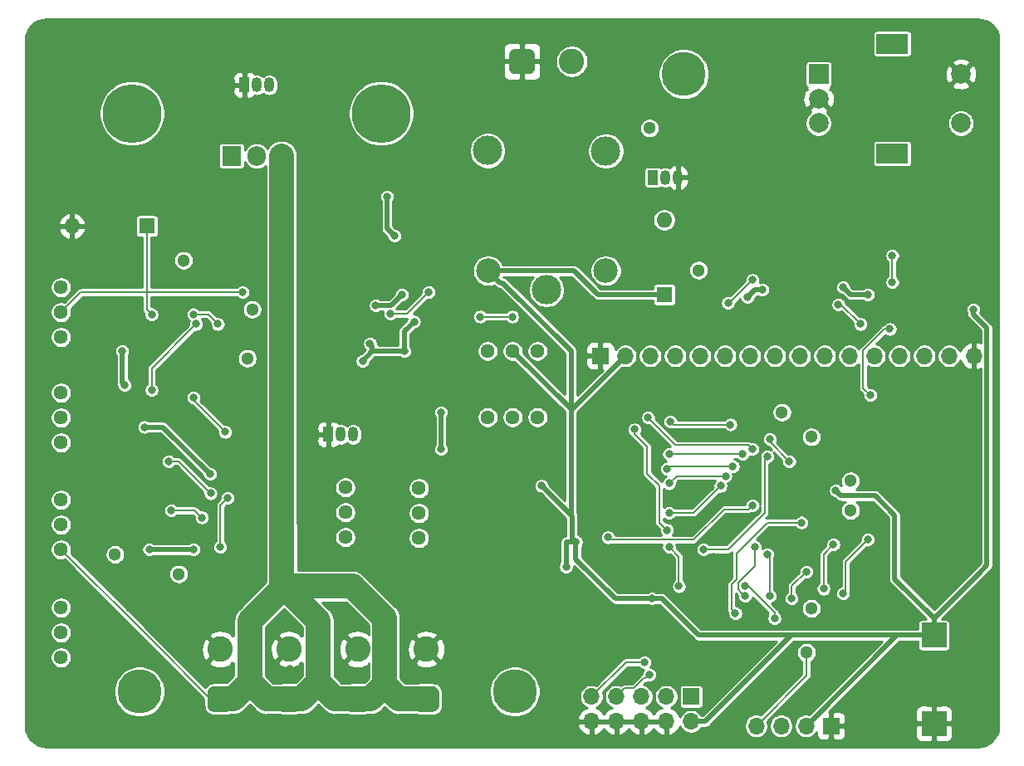
<source format=gbl>
G04 #@! TF.GenerationSoftware,KiCad,Pcbnew,(5.1.5)-3*
G04 #@! TF.CreationDate,2020-04-01T20:44:12+02:00*
G04 #@! TF.ProjectId,electro-load,656c6563-7472-46f2-9d6c-6f61642e6b69,rev?*
G04 #@! TF.SameCoordinates,Original*
G04 #@! TF.FileFunction,Copper,L2,Bot*
G04 #@! TF.FilePolarity,Positive*
%FSLAX46Y46*%
G04 Gerber Fmt 4.6, Leading zero omitted, Abs format (unit mm)*
G04 Created by KiCad (PCBNEW (5.1.5)-3) date 2020-04-01 20:44:12*
%MOMM*%
%LPD*%
G04 APERTURE LIST*
%ADD10C,6.000000*%
%ADD11C,4.500000*%
%ADD12R,2.000000X2.000000*%
%ADD13C,2.000000*%
%ADD14R,3.200000X2.000000*%
%ADD15R,2.500880X2.500880*%
%ADD16O,1.700000X1.700000*%
%ADD17R,1.700000X1.700000*%
%ADD18C,1.300000*%
%ADD19C,1.440000*%
%ADD20C,2.600000*%
%ADD21C,0.100000*%
%ADD22R,1.050000X1.500000*%
%ADD23O,1.050000X1.500000*%
%ADD24O,1.905000X2.000000*%
%ADD25R,1.905000X2.000000*%
%ADD26C,3.000000*%
%ADD27C,2.500000*%
%ADD28O,1.600000X1.600000*%
%ADD29R,1.600000X1.600000*%
%ADD30C,0.800000*%
%ADD31C,0.500000*%
%ADD32C,0.200000*%
%ADD33C,2.500000*%
%ADD34C,0.254000*%
G04 APERTURE END LIST*
D10*
X52750000Y-39500000D03*
X78150000Y-39500000D03*
D11*
X91750000Y-98500000D03*
D12*
X122750000Y-35500000D03*
D13*
X122750000Y-38000000D03*
X122750000Y-40500000D03*
D14*
X130250000Y-32400000D03*
X130250000Y-43600000D03*
D13*
X137250000Y-35500000D03*
X137250000Y-40500000D03*
D11*
X109000000Y-35500000D03*
D15*
X134500000Y-101750000D03*
X134500000Y-92750000D03*
D11*
X53500000Y-98500000D03*
D16*
X138600000Y-64250000D03*
X136060000Y-64250000D03*
X133520000Y-64250000D03*
X130980000Y-64250000D03*
X128440000Y-64250000D03*
X125900000Y-64250000D03*
X123360000Y-64250000D03*
X120820000Y-64250000D03*
X118280000Y-64250000D03*
X115740000Y-64250000D03*
X113200000Y-64250000D03*
X110660000Y-64250000D03*
X108120000Y-64250000D03*
X105580000Y-64250000D03*
X103040000Y-64250000D03*
D17*
X100500000Y-64250000D03*
D18*
X122000000Y-72500000D03*
X119000000Y-70000000D03*
X58000000Y-54500000D03*
X65000000Y-59500000D03*
X64500000Y-64500000D03*
X110500000Y-55500000D03*
X105500000Y-41000000D03*
X57500000Y-86500000D03*
X122000000Y-90000000D03*
X121500000Y-94500000D03*
X51000000Y-84500000D03*
X126000000Y-80000000D03*
X126000000Y-77000000D03*
D19*
X45500000Y-73080000D03*
X45500000Y-70540000D03*
X45500000Y-68000000D03*
X45500000Y-62330000D03*
X45500000Y-59790000D03*
X45500000Y-57250000D03*
X45500000Y-78920000D03*
X45500000Y-81460000D03*
X45500000Y-84000000D03*
X45500000Y-89920000D03*
X45500000Y-92460000D03*
X45500000Y-95000000D03*
X74500000Y-77670000D03*
X74500000Y-80210000D03*
X74500000Y-82750000D03*
X82000000Y-82830000D03*
X82000000Y-80290000D03*
X82000000Y-77750000D03*
X94080000Y-70500000D03*
X91540000Y-70500000D03*
X89000000Y-70500000D03*
X94080000Y-63750000D03*
X91540000Y-63750000D03*
X89000000Y-63750000D03*
D20*
X61750000Y-94170000D03*
G04 #@! TA.AperFunction,ComponentPad*
D21*
G36*
X62463711Y-97953130D02*
G01*
X62526809Y-97962490D01*
X62588685Y-97977989D01*
X62648744Y-97999478D01*
X62706408Y-98026751D01*
X62761121Y-98059545D01*
X62812356Y-98097543D01*
X62859619Y-98140381D01*
X62902457Y-98187644D01*
X62940455Y-98238879D01*
X62973249Y-98293592D01*
X63000522Y-98351256D01*
X63022011Y-98411315D01*
X63037510Y-98473191D01*
X63046870Y-98536289D01*
X63050000Y-98600000D01*
X63050000Y-99900000D01*
X63046870Y-99963711D01*
X63037510Y-100026809D01*
X63022011Y-100088685D01*
X63000522Y-100148744D01*
X62973249Y-100206408D01*
X62940455Y-100261121D01*
X62902457Y-100312356D01*
X62859619Y-100359619D01*
X62812356Y-100402457D01*
X62761121Y-100440455D01*
X62706408Y-100473249D01*
X62648744Y-100500522D01*
X62588685Y-100522011D01*
X62526809Y-100537510D01*
X62463711Y-100546870D01*
X62400000Y-100550000D01*
X61100000Y-100550000D01*
X61036289Y-100546870D01*
X60973191Y-100537510D01*
X60911315Y-100522011D01*
X60851256Y-100500522D01*
X60793592Y-100473249D01*
X60738879Y-100440455D01*
X60687644Y-100402457D01*
X60640381Y-100359619D01*
X60597543Y-100312356D01*
X60559545Y-100261121D01*
X60526751Y-100206408D01*
X60499478Y-100148744D01*
X60477989Y-100088685D01*
X60462490Y-100026809D01*
X60453130Y-99963711D01*
X60450000Y-99900000D01*
X60450000Y-98600000D01*
X60453130Y-98536289D01*
X60462490Y-98473191D01*
X60477989Y-98411315D01*
X60499478Y-98351256D01*
X60526751Y-98293592D01*
X60559545Y-98238879D01*
X60597543Y-98187644D01*
X60640381Y-98140381D01*
X60687644Y-98097543D01*
X60738879Y-98059545D01*
X60793592Y-98026751D01*
X60851256Y-97999478D01*
X60911315Y-97977989D01*
X60973191Y-97962490D01*
X61036289Y-97953130D01*
X61100000Y-97950000D01*
X62400000Y-97950000D01*
X62463711Y-97953130D01*
G37*
G04 #@! TD.AperFunction*
D20*
X82750000Y-94170000D03*
G04 #@! TA.AperFunction,ComponentPad*
D21*
G36*
X83463711Y-97953130D02*
G01*
X83526809Y-97962490D01*
X83588685Y-97977989D01*
X83648744Y-97999478D01*
X83706408Y-98026751D01*
X83761121Y-98059545D01*
X83812356Y-98097543D01*
X83859619Y-98140381D01*
X83902457Y-98187644D01*
X83940455Y-98238879D01*
X83973249Y-98293592D01*
X84000522Y-98351256D01*
X84022011Y-98411315D01*
X84037510Y-98473191D01*
X84046870Y-98536289D01*
X84050000Y-98600000D01*
X84050000Y-99900000D01*
X84046870Y-99963711D01*
X84037510Y-100026809D01*
X84022011Y-100088685D01*
X84000522Y-100148744D01*
X83973249Y-100206408D01*
X83940455Y-100261121D01*
X83902457Y-100312356D01*
X83859619Y-100359619D01*
X83812356Y-100402457D01*
X83761121Y-100440455D01*
X83706408Y-100473249D01*
X83648744Y-100500522D01*
X83588685Y-100522011D01*
X83526809Y-100537510D01*
X83463711Y-100546870D01*
X83400000Y-100550000D01*
X82100000Y-100550000D01*
X82036289Y-100546870D01*
X81973191Y-100537510D01*
X81911315Y-100522011D01*
X81851256Y-100500522D01*
X81793592Y-100473249D01*
X81738879Y-100440455D01*
X81687644Y-100402457D01*
X81640381Y-100359619D01*
X81597543Y-100312356D01*
X81559545Y-100261121D01*
X81526751Y-100206408D01*
X81499478Y-100148744D01*
X81477989Y-100088685D01*
X81462490Y-100026809D01*
X81453130Y-99963711D01*
X81450000Y-99900000D01*
X81450000Y-98600000D01*
X81453130Y-98536289D01*
X81462490Y-98473191D01*
X81477989Y-98411315D01*
X81499478Y-98351256D01*
X81526751Y-98293592D01*
X81559545Y-98238879D01*
X81597543Y-98187644D01*
X81640381Y-98140381D01*
X81687644Y-98097543D01*
X81738879Y-98059545D01*
X81793592Y-98026751D01*
X81851256Y-97999478D01*
X81911315Y-97977989D01*
X81973191Y-97962490D01*
X82036289Y-97953130D01*
X82100000Y-97950000D01*
X83400000Y-97950000D01*
X83463711Y-97953130D01*
G37*
G04 #@! TD.AperFunction*
D20*
X75750000Y-94170000D03*
G04 #@! TA.AperFunction,ComponentPad*
D21*
G36*
X76463711Y-97953130D02*
G01*
X76526809Y-97962490D01*
X76588685Y-97977989D01*
X76648744Y-97999478D01*
X76706408Y-98026751D01*
X76761121Y-98059545D01*
X76812356Y-98097543D01*
X76859619Y-98140381D01*
X76902457Y-98187644D01*
X76940455Y-98238879D01*
X76973249Y-98293592D01*
X77000522Y-98351256D01*
X77022011Y-98411315D01*
X77037510Y-98473191D01*
X77046870Y-98536289D01*
X77050000Y-98600000D01*
X77050000Y-99900000D01*
X77046870Y-99963711D01*
X77037510Y-100026809D01*
X77022011Y-100088685D01*
X77000522Y-100148744D01*
X76973249Y-100206408D01*
X76940455Y-100261121D01*
X76902457Y-100312356D01*
X76859619Y-100359619D01*
X76812356Y-100402457D01*
X76761121Y-100440455D01*
X76706408Y-100473249D01*
X76648744Y-100500522D01*
X76588685Y-100522011D01*
X76526809Y-100537510D01*
X76463711Y-100546870D01*
X76400000Y-100550000D01*
X75100000Y-100550000D01*
X75036289Y-100546870D01*
X74973191Y-100537510D01*
X74911315Y-100522011D01*
X74851256Y-100500522D01*
X74793592Y-100473249D01*
X74738879Y-100440455D01*
X74687644Y-100402457D01*
X74640381Y-100359619D01*
X74597543Y-100312356D01*
X74559545Y-100261121D01*
X74526751Y-100206408D01*
X74499478Y-100148744D01*
X74477989Y-100088685D01*
X74462490Y-100026809D01*
X74453130Y-99963711D01*
X74450000Y-99900000D01*
X74450000Y-98600000D01*
X74453130Y-98536289D01*
X74462490Y-98473191D01*
X74477989Y-98411315D01*
X74499478Y-98351256D01*
X74526751Y-98293592D01*
X74559545Y-98238879D01*
X74597543Y-98187644D01*
X74640381Y-98140381D01*
X74687644Y-98097543D01*
X74738879Y-98059545D01*
X74793592Y-98026751D01*
X74851256Y-97999478D01*
X74911315Y-97977989D01*
X74973191Y-97962490D01*
X75036289Y-97953130D01*
X75100000Y-97950000D01*
X76400000Y-97950000D01*
X76463711Y-97953130D01*
G37*
G04 #@! TD.AperFunction*
D20*
X68750000Y-94170000D03*
G04 #@! TA.AperFunction,ComponentPad*
D21*
G36*
X69463711Y-97953130D02*
G01*
X69526809Y-97962490D01*
X69588685Y-97977989D01*
X69648744Y-97999478D01*
X69706408Y-98026751D01*
X69761121Y-98059545D01*
X69812356Y-98097543D01*
X69859619Y-98140381D01*
X69902457Y-98187644D01*
X69940455Y-98238879D01*
X69973249Y-98293592D01*
X70000522Y-98351256D01*
X70022011Y-98411315D01*
X70037510Y-98473191D01*
X70046870Y-98536289D01*
X70050000Y-98600000D01*
X70050000Y-99900000D01*
X70046870Y-99963711D01*
X70037510Y-100026809D01*
X70022011Y-100088685D01*
X70000522Y-100148744D01*
X69973249Y-100206408D01*
X69940455Y-100261121D01*
X69902457Y-100312356D01*
X69859619Y-100359619D01*
X69812356Y-100402457D01*
X69761121Y-100440455D01*
X69706408Y-100473249D01*
X69648744Y-100500522D01*
X69588685Y-100522011D01*
X69526809Y-100537510D01*
X69463711Y-100546870D01*
X69400000Y-100550000D01*
X68100000Y-100550000D01*
X68036289Y-100546870D01*
X67973191Y-100537510D01*
X67911315Y-100522011D01*
X67851256Y-100500522D01*
X67793592Y-100473249D01*
X67738879Y-100440455D01*
X67687644Y-100402457D01*
X67640381Y-100359619D01*
X67597543Y-100312356D01*
X67559545Y-100261121D01*
X67526751Y-100206408D01*
X67499478Y-100148744D01*
X67477989Y-100088685D01*
X67462490Y-100026809D01*
X67453130Y-99963711D01*
X67450000Y-99900000D01*
X67450000Y-98600000D01*
X67453130Y-98536289D01*
X67462490Y-98473191D01*
X67477989Y-98411315D01*
X67499478Y-98351256D01*
X67526751Y-98293592D01*
X67559545Y-98238879D01*
X67597543Y-98187644D01*
X67640381Y-98140381D01*
X67687644Y-98097543D01*
X67738879Y-98059545D01*
X67793592Y-98026751D01*
X67851256Y-97999478D01*
X67911315Y-97977989D01*
X67973191Y-97962490D01*
X68036289Y-97953130D01*
X68100000Y-97950000D01*
X69400000Y-97950000D01*
X69463711Y-97953130D01*
G37*
G04 #@! TD.AperFunction*
D22*
X105850000Y-46050000D03*
D23*
X108390000Y-46050000D03*
X107120000Y-46050000D03*
D24*
X67980000Y-43850000D03*
X65440000Y-43850000D03*
D25*
X62900000Y-43850000D03*
D22*
X72750000Y-72250000D03*
D23*
X75290000Y-72250000D03*
X74020000Y-72250000D03*
D22*
X64200000Y-36600000D03*
D23*
X66740000Y-36600000D03*
X65470000Y-36600000D03*
D16*
X116380000Y-102000000D03*
X118920000Y-102000000D03*
X121460000Y-102000000D03*
D17*
X124000000Y-102000000D03*
D26*
X95000000Y-57500000D03*
D27*
X89050000Y-55550000D03*
D26*
X89000000Y-43300000D03*
X101050000Y-43350000D03*
D27*
X101050000Y-55550000D03*
D20*
X97580000Y-34200000D03*
G04 #@! TA.AperFunction,ComponentPad*
D21*
G36*
X93213711Y-32903130D02*
G01*
X93276809Y-32912490D01*
X93338685Y-32927989D01*
X93398744Y-32949478D01*
X93456408Y-32976751D01*
X93511121Y-33009545D01*
X93562356Y-33047543D01*
X93609619Y-33090381D01*
X93652457Y-33137644D01*
X93690455Y-33188879D01*
X93723249Y-33243592D01*
X93750522Y-33301256D01*
X93772011Y-33361315D01*
X93787510Y-33423191D01*
X93796870Y-33486289D01*
X93800000Y-33550000D01*
X93800000Y-34850000D01*
X93796870Y-34913711D01*
X93787510Y-34976809D01*
X93772011Y-35038685D01*
X93750522Y-35098744D01*
X93723249Y-35156408D01*
X93690455Y-35211121D01*
X93652457Y-35262356D01*
X93609619Y-35309619D01*
X93562356Y-35352457D01*
X93511121Y-35390455D01*
X93456408Y-35423249D01*
X93398744Y-35450522D01*
X93338685Y-35472011D01*
X93276809Y-35487510D01*
X93213711Y-35496870D01*
X93150000Y-35500000D01*
X91850000Y-35500000D01*
X91786289Y-35496870D01*
X91723191Y-35487510D01*
X91661315Y-35472011D01*
X91601256Y-35450522D01*
X91543592Y-35423249D01*
X91488879Y-35390455D01*
X91437644Y-35352457D01*
X91390381Y-35309619D01*
X91347543Y-35262356D01*
X91309545Y-35211121D01*
X91276751Y-35156408D01*
X91249478Y-35098744D01*
X91227989Y-35038685D01*
X91212490Y-34976809D01*
X91203130Y-34913711D01*
X91200000Y-34850000D01*
X91200000Y-33550000D01*
X91203130Y-33486289D01*
X91212490Y-33423191D01*
X91227989Y-33361315D01*
X91249478Y-33301256D01*
X91276751Y-33243592D01*
X91309545Y-33188879D01*
X91347543Y-33137644D01*
X91390381Y-33090381D01*
X91437644Y-33047543D01*
X91488879Y-33009545D01*
X91543592Y-32976751D01*
X91601256Y-32949478D01*
X91661315Y-32927989D01*
X91723191Y-32912490D01*
X91786289Y-32903130D01*
X91850000Y-32900000D01*
X93150000Y-32900000D01*
X93213711Y-32903130D01*
G37*
G04 #@! TD.AperFunction*
D16*
X99590000Y-101540000D03*
X99590000Y-99000000D03*
X102130000Y-101540000D03*
X102130000Y-99000000D03*
X104670000Y-101540000D03*
X104670000Y-99000000D03*
X107210000Y-101540000D03*
X107210000Y-99000000D03*
X109750000Y-101540000D03*
D17*
X109750000Y-99000000D03*
D28*
X46630000Y-51000000D03*
D29*
X54250000Y-51000000D03*
D28*
X107000000Y-50380000D03*
D29*
X107000000Y-58000000D03*
D30*
X102000000Y-84750000D03*
X102000000Y-86500000D03*
X102000000Y-82000000D03*
X102000000Y-79750000D03*
X90000000Y-79750000D03*
X90000000Y-77750000D03*
X99500000Y-103500000D03*
X102250000Y-103500000D03*
X104750000Y-103500000D03*
X107250000Y-103500000D03*
X124000000Y-103500000D03*
X126000000Y-102000000D03*
X132250000Y-101000000D03*
X132250000Y-102500000D03*
X137000000Y-102500000D03*
X137000000Y-101250000D03*
X135250000Y-99500000D03*
X133750000Y-99500000D03*
X126500000Y-71000000D03*
X124500000Y-71000000D03*
X121750000Y-76500000D03*
X112000000Y-84750000D03*
X61500000Y-65000000D03*
X65500000Y-75000000D03*
X65500000Y-77000000D03*
X61000000Y-74500000D03*
X55500000Y-79500000D03*
X53000000Y-74500000D03*
X52500000Y-69500000D03*
X50000000Y-62000000D03*
X50000000Y-59000000D03*
X64500000Y-52500000D03*
X77500000Y-54000000D03*
X79500000Y-54000000D03*
X74500000Y-62000000D03*
X77500000Y-69000000D03*
X84000000Y-68500000D03*
X104500000Y-69000000D03*
X113500000Y-86000000D03*
X125500000Y-47000000D03*
X127500000Y-47000000D03*
X138500000Y-47000000D03*
X104000000Y-77500000D03*
X100000000Y-74000000D03*
X99500000Y-77500000D03*
X102500000Y-71500000D03*
X99000000Y-71500000D03*
X101000000Y-69000000D03*
X86500000Y-67500000D03*
X89500000Y-67500000D03*
X91500000Y-67000000D03*
X95500000Y-65000000D03*
X93000000Y-62000000D03*
X90500000Y-62000000D03*
X87000000Y-62500000D03*
X86500000Y-65000000D03*
X85500000Y-57000000D03*
X85500000Y-71500000D03*
X82500000Y-64500000D03*
X110500000Y-61500000D03*
X114500000Y-61500000D03*
X116000000Y-60000000D03*
X109800000Y-67000000D03*
X105000000Y-90500000D03*
X107000000Y-91500000D03*
X105000000Y-93500000D03*
X107000000Y-94500000D03*
X111000000Y-90500000D03*
X110000000Y-89000000D03*
X111000000Y-94000000D03*
X114500000Y-94500000D03*
X113000000Y-97000000D03*
X109500000Y-96500000D03*
X126000000Y-83000000D03*
X124000000Y-80500000D03*
X127000000Y-75500000D03*
X129000000Y-66000000D03*
X132500000Y-69500000D03*
X128000000Y-85000000D03*
X124000000Y-89500000D03*
X120000000Y-91000000D03*
X129000000Y-81500000D03*
X131000000Y-78500000D03*
X129500000Y-75500000D03*
X129500000Y-72000000D03*
X129500000Y-70000000D03*
X126000000Y-51500000D03*
X129500000Y-51500000D03*
X127000000Y-53000000D03*
X127000000Y-55000000D03*
X122500000Y-55000000D03*
X119400000Y-58200000D03*
X122100000Y-58200000D03*
X108000000Y-66500000D03*
X108000000Y-68500000D03*
X112500000Y-66500000D03*
X49000000Y-72500000D03*
X50000000Y-75500000D03*
X47500000Y-76000000D03*
X45000000Y-76000000D03*
X50000000Y-69000000D03*
X48500000Y-70000000D03*
X49000000Y-66000000D03*
X47500000Y-67500000D03*
X56000000Y-67500000D03*
X57000000Y-69000000D03*
X53000000Y-61000000D03*
X63700000Y-48400000D03*
X109500000Y-77500000D03*
X103200000Y-96900000D03*
X42500000Y-32500000D03*
X42500000Y-37500000D03*
X42500000Y-42500000D03*
X42500000Y-47500000D03*
X42500000Y-52500000D03*
X42500000Y-57500000D03*
X42500000Y-62500000D03*
X42500000Y-67500000D03*
X42500000Y-72500000D03*
X42500000Y-77500000D03*
X42500000Y-82500000D03*
X42500000Y-87500000D03*
X42500000Y-92500000D03*
X42500000Y-97500000D03*
X42500000Y-102500000D03*
X47500000Y-102500000D03*
X52500000Y-102500000D03*
X57500000Y-102500000D03*
X62500000Y-102500000D03*
X67500000Y-102500000D03*
X72500000Y-102500000D03*
X77500000Y-102500000D03*
X82500000Y-102500000D03*
X87500000Y-102500000D03*
X92500000Y-102500000D03*
X97500000Y-102500000D03*
X97500000Y-97500000D03*
X80000000Y-87500000D03*
X85000000Y-87500000D03*
X90000000Y-87500000D03*
X95000000Y-87500000D03*
X100000000Y-90000000D03*
X100000000Y-95000000D03*
X102500000Y-92500000D03*
X97500000Y-92500000D03*
X92500000Y-92500000D03*
X87500000Y-92500000D03*
X85000000Y-90000000D03*
X87500000Y-97500000D03*
X112500000Y-102500000D03*
X125000000Y-95000000D03*
X130000000Y-97500000D03*
X140000000Y-97500000D03*
X140000000Y-90000000D03*
X137500000Y-85000000D03*
X137500000Y-77500000D03*
X137500000Y-70000000D03*
X122500000Y-67500000D03*
X120000000Y-67500000D03*
X115000000Y-67500000D03*
X115000000Y-70000000D03*
X132500000Y-57500000D03*
X132500000Y-60000000D03*
X140000000Y-57500000D03*
X140000000Y-52500000D03*
X140000000Y-47500000D03*
X140000000Y-42500000D03*
X140000000Y-37500000D03*
X140000000Y-32500000D03*
X137100000Y-30400000D03*
X132100000Y-30400000D03*
X127100000Y-30400000D03*
X122100000Y-30400000D03*
X117100000Y-30400000D03*
X112100000Y-30400000D03*
X117500000Y-35000000D03*
X117500000Y-40000000D03*
X120000000Y-45000000D03*
X122500000Y-50000000D03*
X117500000Y-52500000D03*
X115000000Y-50000000D03*
X112500000Y-47500000D03*
X110000000Y-42500000D03*
X115000000Y-42500000D03*
X117500000Y-47500000D03*
X112500000Y-37500000D03*
X107500000Y-40000000D03*
X105000000Y-37500000D03*
X102500000Y-35000000D03*
X105000000Y-32500000D03*
X107100000Y-30400000D03*
X102100000Y-30400000D03*
X97100000Y-30400000D03*
X92100000Y-30400000D03*
X87100000Y-30400000D03*
X90000000Y-35000000D03*
X90000000Y-32500000D03*
X92500000Y-37500000D03*
X90000000Y-37500000D03*
X85000000Y-35000000D03*
X85000000Y-40000000D03*
X85000000Y-45000000D03*
X82100000Y-30400000D03*
X77100000Y-30400000D03*
X72100000Y-30400000D03*
X67100000Y-30400000D03*
X62100000Y-30400000D03*
X57100000Y-30400000D03*
X52100000Y-30400000D03*
X47100000Y-30400000D03*
X44600000Y-30400000D03*
X47500000Y-35000000D03*
X47500000Y-40000000D03*
X47500000Y-45000000D03*
X45000000Y-50000000D03*
X45000000Y-52500000D03*
X47500000Y-52500000D03*
X47500000Y-47500000D03*
X52500000Y-47500000D03*
X57500000Y-47500000D03*
X70000000Y-52500000D03*
X75000000Y-52500000D03*
X70000000Y-57500000D03*
X70000000Y-60000000D03*
X70000000Y-62500000D03*
X70000000Y-67500000D03*
X70000000Y-72500000D03*
X70000000Y-77500000D03*
X70000000Y-80000000D03*
X65000000Y-80000000D03*
X65000000Y-70000000D03*
X65000000Y-67500000D03*
X65000000Y-62500000D03*
X47500000Y-97500000D03*
X50000000Y-92500000D03*
X52500000Y-90000000D03*
X57500000Y-95000000D03*
X57500000Y-90000000D03*
X62500000Y-87500000D03*
X50000000Y-87500000D03*
X50000000Y-82500000D03*
X65000000Y-82500000D03*
X70000000Y-82500000D03*
X60000000Y-82500000D03*
X85000000Y-82500000D03*
X95000000Y-80000000D03*
X90000000Y-75000000D03*
X95000000Y-75000000D03*
X82500000Y-75000000D03*
X77500000Y-77500000D03*
X77500000Y-72500000D03*
X70000000Y-75000000D03*
X70000000Y-70000000D03*
X70000000Y-65000000D03*
X70000000Y-55000000D03*
X65000000Y-87500000D03*
X62500000Y-90000000D03*
X62500000Y-92000000D03*
X60500000Y-92000000D03*
X59500000Y-93000000D03*
X59500000Y-95000000D03*
X69500000Y-92000000D03*
X67500000Y-92000000D03*
X68800000Y-96200000D03*
X76500000Y-92000000D03*
X74500000Y-92000000D03*
X74500000Y-90000000D03*
X80500000Y-95000000D03*
X80500000Y-93000000D03*
X81500000Y-92000000D03*
X83500000Y-92000000D03*
X85500000Y-92000000D03*
X85500000Y-94000000D03*
X84500000Y-96000000D03*
X87500000Y-84000000D03*
X95500000Y-84000000D03*
X92500000Y-84000000D03*
X91500000Y-81000000D03*
X104500000Y-74000000D03*
X103500000Y-67000000D03*
X107500000Y-62000000D03*
X104500000Y-62000000D03*
X101500000Y-62000000D03*
X98500000Y-62000000D03*
X105750000Y-89000000D03*
X98000000Y-83250000D03*
X94500000Y-77500000D03*
X84250000Y-73750000D03*
X84250000Y-70000000D03*
X80500000Y-63750000D03*
X76250000Y-64750000D03*
X77000000Y-63000000D03*
X81500000Y-60750000D03*
X80250000Y-58000000D03*
X138500000Y-59500000D03*
X127750000Y-58000000D03*
X125250000Y-57250000D03*
X117000000Y-57500000D03*
X115500000Y-58250000D03*
X103040000Y-64250000D03*
X97000000Y-85750000D03*
X59000000Y-84000000D03*
X54500000Y-84000000D03*
X51750000Y-63750000D03*
X52000000Y-67250000D03*
X54000000Y-71500000D03*
X60700000Y-76300000D03*
X124500000Y-78000000D03*
X77600000Y-59100000D03*
X112750000Y-77500000D03*
X107500000Y-80250000D03*
X116250000Y-83750000D03*
X105000000Y-95499994D03*
X115250000Y-88750013D03*
X121000000Y-81250000D03*
X114250000Y-90500000D03*
X105500000Y-96750000D03*
X124250000Y-83500000D03*
X123250000Y-88000000D03*
X113250000Y-76500000D03*
X107500000Y-77250000D03*
X56750000Y-80000000D03*
X59850010Y-80730192D03*
X114000000Y-75500000D03*
X107250000Y-75750000D03*
X56500000Y-75000000D03*
X60758209Y-78269238D03*
X79499994Y-52000000D03*
X78750000Y-48000000D03*
X68000000Y-70750000D03*
X64000000Y-57750000D03*
X54750000Y-60000000D03*
X117750000Y-88750000D03*
X117500000Y-84500000D03*
X121500000Y-86250000D03*
X120000000Y-89000000D03*
X83000000Y-57750000D03*
X79070967Y-59950010D03*
X116000000Y-73750000D03*
X91500000Y-60250000D03*
X88250000Y-60250000D03*
X105357909Y-70549990D03*
X115000000Y-74250000D03*
X107500000Y-74250000D03*
X127000000Y-61000000D03*
X124750000Y-59000000D03*
X116000000Y-79500000D03*
X101250000Y-82750000D03*
X61750000Y-83750000D03*
X62500000Y-78750000D03*
X119750000Y-75000000D03*
X117750000Y-72750000D03*
X113750000Y-71250000D03*
X107626108Y-70936946D03*
X111000000Y-84000000D03*
X117500000Y-74500000D03*
X54750000Y-67750000D03*
X59250000Y-61000000D03*
X62250000Y-72000000D03*
X59000000Y-68500000D03*
X61500000Y-61000000D03*
X59000000Y-60000000D03*
X108500000Y-87750000D03*
X107500000Y-83750000D03*
X107250000Y-82000000D03*
X104000000Y-71750000D03*
X116000000Y-56500000D03*
X113500000Y-58850010D03*
X130250000Y-54000000D03*
X130250000Y-56750000D03*
X130000000Y-61500000D03*
X128000000Y-68250000D03*
X127750000Y-83000000D03*
X125250000Y-88500000D03*
X118250000Y-91000000D03*
X115250000Y-87750000D03*
D31*
X107000000Y-58000000D02*
X100250000Y-58000000D01*
X97800000Y-55550000D02*
X89050000Y-55550000D01*
X100250000Y-58000000D02*
X97800000Y-55550000D01*
X130710000Y-92750000D02*
X121460000Y-102000000D01*
X134500000Y-92750000D02*
X130710000Y-92750000D01*
X130710000Y-92750000D02*
X120000000Y-92750000D01*
X111210000Y-101540000D02*
X109750000Y-101540000D01*
X120000000Y-92750000D02*
X111210000Y-101540000D01*
X120000000Y-92750000D02*
X110500000Y-92750000D01*
X110500000Y-92750000D02*
X106750000Y-89000000D01*
X106750000Y-89000000D02*
X105750000Y-89000000D01*
X97600001Y-82850001D02*
X97600001Y-80600001D01*
X98000000Y-83250000D02*
X97600001Y-82850001D01*
X84250000Y-73750000D02*
X84250000Y-70000000D01*
X77250000Y-63750000D02*
X76250000Y-64750000D01*
X80500000Y-63750000D02*
X77250000Y-63750000D01*
X77250000Y-63750000D02*
X77250000Y-63250000D01*
X77250000Y-63250000D02*
X77000000Y-63000000D01*
X80500000Y-63750000D02*
X80500000Y-61750000D01*
X80500000Y-61750000D02*
X81500000Y-60750000D01*
X134500000Y-90999560D02*
X139000000Y-86499560D01*
X134500000Y-92750000D02*
X134500000Y-90999560D01*
X139900001Y-85599559D02*
X139900001Y-61400001D01*
X139000000Y-86499560D02*
X139900001Y-85599559D01*
X139900001Y-61400001D02*
X138500000Y-60000000D01*
X138500000Y-60000000D02*
X138500000Y-59500000D01*
X127750000Y-58000000D02*
X126000000Y-58000000D01*
X126000000Y-58000000D02*
X125250000Y-57250000D01*
X117000000Y-57500000D02*
X116250000Y-57500000D01*
X116250000Y-57500000D02*
X115500000Y-58250000D01*
X90299999Y-56799999D02*
X90549999Y-56799999D01*
X89050000Y-55550000D02*
X90299999Y-56799999D01*
X90549999Y-56799999D02*
X97500000Y-63750000D01*
X97600001Y-80600001D02*
X97500000Y-80500000D01*
X97500000Y-80500000D02*
X94500000Y-77500000D01*
X97500000Y-69790000D02*
X103040000Y-64250000D01*
X97500000Y-70000000D02*
X97500000Y-69790000D01*
X97500000Y-63750000D02*
X97500000Y-70000000D01*
X97500000Y-70000000D02*
X97500000Y-80500000D01*
X98000000Y-83250000D02*
X97000000Y-83250000D01*
X97000000Y-83250000D02*
X97000000Y-85750000D01*
X59000000Y-84000000D02*
X54500000Y-84000000D01*
X51750000Y-63750000D02*
X51750000Y-67000000D01*
X51750000Y-67000000D02*
X52000000Y-67250000D01*
X54000000Y-71500000D02*
X55900000Y-71500000D01*
X55900000Y-71500000D02*
X60700000Y-76300000D01*
X98000000Y-85000000D02*
X98000000Y-83250000D01*
X105750000Y-89000000D02*
X102000000Y-89000000D01*
X102000000Y-89000000D02*
X98000000Y-85000000D01*
X134500000Y-90999560D02*
X130500000Y-86999560D01*
X130500000Y-86999560D02*
X130500000Y-80500000D01*
X130500000Y-80500000D02*
X128500000Y-78500000D01*
X128500000Y-78500000D02*
X125000000Y-78500000D01*
X125000000Y-78500000D02*
X124500000Y-78000000D01*
X97500000Y-69710000D02*
X91540000Y-63750000D01*
X97500000Y-70000000D02*
X97500000Y-69710000D01*
X80250000Y-58000000D02*
X79150000Y-59100000D01*
X79150000Y-59100000D02*
X77600000Y-59100000D01*
D32*
X112750000Y-77500000D02*
X110000000Y-80250000D01*
X110000000Y-80250000D02*
X107500000Y-80250000D01*
X99590000Y-99000000D02*
X103090006Y-95499994D01*
X103090006Y-95499994D02*
X105000000Y-95499994D01*
X114850001Y-88350014D02*
X115250000Y-88750013D01*
X114549998Y-88050011D02*
X114850001Y-88350014D01*
X114549998Y-87413998D02*
X114549998Y-88050011D01*
X116250000Y-85713996D02*
X114549998Y-87413998D01*
X116250000Y-83750000D02*
X116250000Y-85713996D01*
X103886003Y-98150001D02*
X102979999Y-98150001D01*
X105500000Y-96750000D02*
X105100001Y-97149999D01*
X102979999Y-98150001D02*
X102130000Y-99000000D01*
X104886005Y-97149999D02*
X103886003Y-98150001D01*
X105100001Y-97149999D02*
X104886005Y-97149999D01*
X117500000Y-81250000D02*
X114362338Y-84387662D01*
X121000000Y-81250000D02*
X117500000Y-81250000D01*
X114362338Y-84387662D02*
X114362338Y-87035958D01*
X113850001Y-90100001D02*
X114250000Y-90500000D01*
X113850001Y-87548295D02*
X113850001Y-90100001D01*
X114362338Y-87035958D02*
X113850001Y-87548295D01*
X124250000Y-83500000D02*
X123250000Y-84500000D01*
X123250000Y-84500000D02*
X123250000Y-88000000D01*
X113250000Y-76500000D02*
X108250000Y-76500000D01*
X108250000Y-76500000D02*
X107500000Y-77250000D01*
X56750000Y-80000000D02*
X59119818Y-80000000D01*
X59119818Y-80000000D02*
X59850010Y-80730192D01*
X114000000Y-75500000D02*
X107500000Y-75500000D01*
X107500000Y-75500000D02*
X107250000Y-75750000D01*
X57488971Y-75000000D02*
X60358210Y-77869239D01*
X60358210Y-77869239D02*
X60758209Y-78269238D01*
X56500000Y-75000000D02*
X57488971Y-75000000D01*
D31*
X78750000Y-48565685D02*
X78750000Y-48000000D01*
X78750000Y-51250006D02*
X78750000Y-48565685D01*
X79499994Y-52000000D02*
X78750000Y-51250006D01*
D33*
X68230000Y-87770000D02*
X64750000Y-91250000D01*
X64750000Y-97550000D02*
X63050000Y-99250000D01*
X63050000Y-99250000D02*
X61750000Y-99250000D01*
X64750000Y-91250000D02*
X64750000Y-97550000D01*
X66450000Y-99250000D02*
X68750000Y-99250000D01*
X64750000Y-97550000D02*
X66450000Y-99250000D01*
X68270000Y-87770000D02*
X71750000Y-91250000D01*
X70050000Y-99250000D02*
X68750000Y-99250000D01*
X71750000Y-97550000D02*
X70050000Y-99250000D01*
X71750000Y-91250000D02*
X71750000Y-97550000D01*
X73450000Y-99250000D02*
X75750000Y-99250000D01*
X71750000Y-97550000D02*
X73450000Y-99250000D01*
X68250000Y-87750000D02*
X75250000Y-87750000D01*
X77050000Y-99250000D02*
X75750000Y-99250000D01*
X78500001Y-97799999D02*
X77050000Y-99250000D01*
X78500001Y-91000001D02*
X78500001Y-97799999D01*
X75270000Y-87770000D02*
X78500001Y-91000001D01*
X79950002Y-99250000D02*
X82750000Y-99250000D01*
X78500001Y-97799999D02*
X79950002Y-99250000D01*
D32*
X54500000Y-93000000D02*
X45500000Y-84000000D01*
D33*
X67980000Y-43850000D02*
X68000000Y-70750000D01*
X68020000Y-87730000D02*
X68020000Y-81520000D01*
X68000000Y-70750000D02*
X68000000Y-87750000D01*
X68000000Y-87750000D02*
X68020000Y-87730000D01*
D32*
X60750000Y-99250000D02*
X54500000Y-93000000D01*
X61750000Y-99250000D02*
X60750000Y-99250000D01*
X47540000Y-57750000D02*
X54250000Y-57750000D01*
X45500000Y-59790000D02*
X47540000Y-57750000D01*
X64000000Y-57750000D02*
X54250000Y-57750000D01*
X54250000Y-59500000D02*
X54250000Y-57750000D01*
X54750000Y-60000000D02*
X54250000Y-59500000D01*
X54250000Y-57750000D02*
X54250000Y-51000000D01*
X117750000Y-88750000D02*
X117750000Y-84750000D01*
X117750000Y-84750000D02*
X117500000Y-84500000D01*
X121500000Y-96880000D02*
X116380000Y-102000000D01*
X121500000Y-94500000D02*
X121500000Y-96880000D01*
X121500000Y-86250000D02*
X120000000Y-87750000D01*
X120000000Y-87750000D02*
X120000000Y-89000000D01*
X83000000Y-57750000D02*
X80799990Y-59950010D01*
X80799990Y-59950010D02*
X79070967Y-59950010D01*
X91500000Y-60250000D02*
X88250000Y-60250000D01*
X116000000Y-73750000D02*
X115600001Y-73350001D01*
X115600001Y-73350001D02*
X108157920Y-73350001D01*
X108157920Y-73350001D02*
X105757908Y-70949989D01*
X105757908Y-70949989D02*
X105357909Y-70549990D01*
X115000000Y-74250000D02*
X107500000Y-74250000D01*
X127000000Y-61000000D02*
X125000000Y-59000000D01*
X125000000Y-59000000D02*
X124750000Y-59000000D01*
X115600001Y-79899999D02*
X113100001Y-79899999D01*
X116000000Y-79500000D02*
X115600001Y-79899999D01*
X113100001Y-79899999D02*
X110000000Y-83000000D01*
X110000000Y-83000000D02*
X101500000Y-83000000D01*
X101500000Y-83000000D02*
X101250000Y-82750000D01*
X61750000Y-83750000D02*
X61750000Y-79500000D01*
X61750000Y-79500000D02*
X62500000Y-78750000D01*
X119750000Y-75000000D02*
X117750000Y-73000000D01*
X117750000Y-73000000D02*
X117750000Y-72750000D01*
X113750000Y-71250000D02*
X107939162Y-71250000D01*
X107939162Y-71250000D02*
X107626108Y-70936946D01*
X117250000Y-80250000D02*
X117250000Y-74750000D01*
X117250000Y-74750000D02*
X117500000Y-74500000D01*
X111000000Y-84000000D02*
X113500000Y-84000000D01*
X113500000Y-84000000D02*
X117250000Y-80250000D01*
X54750000Y-67750000D02*
X54750000Y-65500000D01*
X58850001Y-61399999D02*
X59250000Y-61000000D01*
X54750000Y-65500000D02*
X58850001Y-61399999D01*
X62250000Y-72000000D02*
X59000000Y-68750000D01*
X59000000Y-68750000D02*
X59000000Y-68500000D01*
X61500000Y-61000000D02*
X60500000Y-60000000D01*
X60500000Y-60000000D02*
X59000000Y-60000000D01*
X108500000Y-87750000D02*
X108500000Y-84750000D01*
X108500000Y-84750000D02*
X107500000Y-83750000D01*
X107250000Y-82000000D02*
X106500000Y-81250000D01*
X106500000Y-81250000D02*
X106500000Y-77500000D01*
X106500000Y-77500000D02*
X105250000Y-76250000D01*
X105250000Y-76250000D02*
X105250000Y-73500000D01*
X105250000Y-73500000D02*
X104000000Y-72250000D01*
X104000000Y-72250000D02*
X104000000Y-71750000D01*
X116000000Y-56500000D02*
X113649990Y-58850010D01*
X113649990Y-58850010D02*
X113500000Y-58850010D01*
X130250000Y-54000000D02*
X130250000Y-56750000D01*
X127289999Y-63644316D02*
X127289999Y-67539999D01*
X130000000Y-61500000D02*
X129434315Y-61500000D01*
X127289999Y-67539999D02*
X128000000Y-68250000D01*
X129434315Y-61500000D02*
X127289999Y-63644316D01*
X127750000Y-83000000D02*
X125500000Y-85250000D01*
X125500000Y-85250000D02*
X125500000Y-88250000D01*
X125500000Y-88250000D02*
X125250000Y-88500000D01*
X118250000Y-91000000D02*
X118250000Y-90434315D01*
X118250000Y-90434315D02*
X115565685Y-87750000D01*
X115565685Y-87750000D02*
X115250000Y-87750000D01*
D34*
G36*
X139406976Y-29944636D02*
G01*
X139798446Y-30062828D01*
X140159503Y-30254806D01*
X140476398Y-30513259D01*
X140737057Y-30828341D01*
X140931550Y-31188049D01*
X141052473Y-31578689D01*
X141097200Y-32004233D01*
X141097201Y-101980285D01*
X141055364Y-102406976D01*
X140937173Y-102798443D01*
X140745194Y-103159503D01*
X140486741Y-103476398D01*
X140171659Y-103737057D01*
X139811949Y-103931551D01*
X139421311Y-104052473D01*
X138995767Y-104097200D01*
X44019705Y-104097200D01*
X43593024Y-104055364D01*
X43201557Y-103937173D01*
X42840497Y-103745194D01*
X42523602Y-103486741D01*
X42262943Y-103171659D01*
X42068449Y-102811949D01*
X41947527Y-102421311D01*
X41902800Y-101995767D01*
X41902800Y-101896891D01*
X98148519Y-101896891D01*
X98245843Y-102171252D01*
X98394822Y-102421355D01*
X98589731Y-102637588D01*
X98823080Y-102811641D01*
X99085901Y-102936825D01*
X99233110Y-102981476D01*
X99463000Y-102860155D01*
X99463000Y-101667000D01*
X99717000Y-101667000D01*
X99717000Y-102860155D01*
X99946890Y-102981476D01*
X100094099Y-102936825D01*
X100356920Y-102811641D01*
X100590269Y-102637588D01*
X100785178Y-102421355D01*
X100860000Y-102295745D01*
X100934822Y-102421355D01*
X101129731Y-102637588D01*
X101363080Y-102811641D01*
X101625901Y-102936825D01*
X101773110Y-102981476D01*
X102003000Y-102860155D01*
X102003000Y-101667000D01*
X102257000Y-101667000D01*
X102257000Y-102860155D01*
X102486890Y-102981476D01*
X102634099Y-102936825D01*
X102896920Y-102811641D01*
X103130269Y-102637588D01*
X103325178Y-102421355D01*
X103400000Y-102295745D01*
X103474822Y-102421355D01*
X103669731Y-102637588D01*
X103903080Y-102811641D01*
X104165901Y-102936825D01*
X104313110Y-102981476D01*
X104543000Y-102860155D01*
X104543000Y-101667000D01*
X104797000Y-101667000D01*
X104797000Y-102860155D01*
X105026890Y-102981476D01*
X105174099Y-102936825D01*
X105436920Y-102811641D01*
X105670269Y-102637588D01*
X105865178Y-102421355D01*
X105940000Y-102295745D01*
X106014822Y-102421355D01*
X106209731Y-102637588D01*
X106443080Y-102811641D01*
X106705901Y-102936825D01*
X106853110Y-102981476D01*
X107083000Y-102860155D01*
X107083000Y-101667000D01*
X104797000Y-101667000D01*
X104543000Y-101667000D01*
X102257000Y-101667000D01*
X102003000Y-101667000D01*
X99717000Y-101667000D01*
X99463000Y-101667000D01*
X98269186Y-101667000D01*
X98148519Y-101896891D01*
X41902800Y-101896891D01*
X41902800Y-98241184D01*
X50872200Y-98241184D01*
X50872200Y-98758816D01*
X50973185Y-99266501D01*
X51171274Y-99744730D01*
X51458854Y-100175125D01*
X51824875Y-100541146D01*
X52255270Y-100828726D01*
X52733499Y-101026815D01*
X53241184Y-101127800D01*
X53758816Y-101127800D01*
X54266501Y-101026815D01*
X54744730Y-100828726D01*
X55175125Y-100541146D01*
X55541146Y-100175125D01*
X55828726Y-99744730D01*
X56026815Y-99266501D01*
X56127800Y-98758816D01*
X56127800Y-98241184D01*
X56026815Y-97733499D01*
X55828726Y-97255270D01*
X55541146Y-96824875D01*
X55175125Y-96458854D01*
X54744730Y-96171274D01*
X54266501Y-95973185D01*
X53758816Y-95872200D01*
X53241184Y-95872200D01*
X52733499Y-95973185D01*
X52255270Y-96171274D01*
X51824875Y-96458854D01*
X51458854Y-96824875D01*
X51171274Y-97255270D01*
X50973185Y-97733499D01*
X50872200Y-98241184D01*
X41902800Y-98241184D01*
X41902800Y-94891876D01*
X44402200Y-94891876D01*
X44402200Y-95108124D01*
X44444388Y-95320217D01*
X44527142Y-95520003D01*
X44647283Y-95699807D01*
X44800193Y-95852717D01*
X44979997Y-95972858D01*
X45179783Y-96055612D01*
X45391876Y-96097800D01*
X45608124Y-96097800D01*
X45820217Y-96055612D01*
X46020003Y-95972858D01*
X46199807Y-95852717D01*
X46352717Y-95699807D01*
X46472858Y-95520003D01*
X46555612Y-95320217D01*
X46597800Y-95108124D01*
X46597800Y-94891876D01*
X46555612Y-94679783D01*
X46472858Y-94479997D01*
X46352717Y-94300193D01*
X46199807Y-94147283D01*
X46020003Y-94027142D01*
X45820217Y-93944388D01*
X45608124Y-93902200D01*
X45391876Y-93902200D01*
X45179783Y-93944388D01*
X44979997Y-94027142D01*
X44800193Y-94147283D01*
X44647283Y-94300193D01*
X44527142Y-94479997D01*
X44444388Y-94679783D01*
X44402200Y-94891876D01*
X41902800Y-94891876D01*
X41902800Y-92351876D01*
X44402200Y-92351876D01*
X44402200Y-92568124D01*
X44444388Y-92780217D01*
X44527142Y-92980003D01*
X44647283Y-93159807D01*
X44800193Y-93312717D01*
X44979997Y-93432858D01*
X45179783Y-93515612D01*
X45391876Y-93557800D01*
X45608124Y-93557800D01*
X45820217Y-93515612D01*
X46020003Y-93432858D01*
X46199807Y-93312717D01*
X46352717Y-93159807D01*
X46472858Y-92980003D01*
X46555612Y-92780217D01*
X46597800Y-92568124D01*
X46597800Y-92351876D01*
X46555612Y-92139783D01*
X46472858Y-91939997D01*
X46352717Y-91760193D01*
X46199807Y-91607283D01*
X46020003Y-91487142D01*
X45820217Y-91404388D01*
X45608124Y-91362200D01*
X45391876Y-91362200D01*
X45179783Y-91404388D01*
X44979997Y-91487142D01*
X44800193Y-91607283D01*
X44647283Y-91760193D01*
X44527142Y-91939997D01*
X44444388Y-92139783D01*
X44402200Y-92351876D01*
X41902800Y-92351876D01*
X41902800Y-89811876D01*
X44402200Y-89811876D01*
X44402200Y-90028124D01*
X44444388Y-90240217D01*
X44527142Y-90440003D01*
X44647283Y-90619807D01*
X44800193Y-90772717D01*
X44979997Y-90892858D01*
X45179783Y-90975612D01*
X45391876Y-91017800D01*
X45608124Y-91017800D01*
X45820217Y-90975612D01*
X46020003Y-90892858D01*
X46199807Y-90772717D01*
X46352717Y-90619807D01*
X46472858Y-90440003D01*
X46555612Y-90240217D01*
X46597800Y-90028124D01*
X46597800Y-89811876D01*
X46555612Y-89599783D01*
X46472858Y-89399997D01*
X46352717Y-89220193D01*
X46199807Y-89067283D01*
X46020003Y-88947142D01*
X45820217Y-88864388D01*
X45608124Y-88822200D01*
X45391876Y-88822200D01*
X45179783Y-88864388D01*
X44979997Y-88947142D01*
X44800193Y-89067283D01*
X44647283Y-89220193D01*
X44527142Y-89399997D01*
X44444388Y-89599783D01*
X44402200Y-89811876D01*
X41902800Y-89811876D01*
X41902800Y-83891876D01*
X44402200Y-83891876D01*
X44402200Y-84108124D01*
X44444388Y-84320217D01*
X44527142Y-84520003D01*
X44647283Y-84699807D01*
X44800193Y-84852717D01*
X44979997Y-84972858D01*
X45179783Y-85055612D01*
X45391876Y-85097800D01*
X45608124Y-85097800D01*
X45820217Y-85055612D01*
X45862420Y-85038131D01*
X54178735Y-93354447D01*
X54178741Y-93354452D01*
X60070372Y-99246083D01*
X60070372Y-99900000D01*
X60090156Y-100100870D01*
X60148748Y-100294022D01*
X60243896Y-100472031D01*
X60371943Y-100628057D01*
X60527969Y-100756104D01*
X60705978Y-100851252D01*
X60899130Y-100909844D01*
X61100000Y-100929628D01*
X62400000Y-100929628D01*
X62600870Y-100909844D01*
X62706505Y-100877800D01*
X62970034Y-100877800D01*
X63050000Y-100885676D01*
X63129966Y-100877800D01*
X63129967Y-100877800D01*
X63369105Y-100854247D01*
X63675946Y-100761168D01*
X63958733Y-100610015D01*
X64206598Y-100406598D01*
X64257580Y-100344476D01*
X64750000Y-99852057D01*
X65242424Y-100344481D01*
X65293402Y-100406598D01*
X65541267Y-100610015D01*
X65824054Y-100761168D01*
X66121022Y-100851252D01*
X66130895Y-100854247D01*
X66449999Y-100885676D01*
X66529966Y-100877800D01*
X67793495Y-100877800D01*
X67899130Y-100909844D01*
X68100000Y-100929628D01*
X69400000Y-100929628D01*
X69600870Y-100909844D01*
X69706505Y-100877800D01*
X69970034Y-100877800D01*
X70050000Y-100885676D01*
X70129966Y-100877800D01*
X70129967Y-100877800D01*
X70369105Y-100854247D01*
X70675946Y-100761168D01*
X70958733Y-100610015D01*
X71206598Y-100406598D01*
X71257580Y-100344476D01*
X71750000Y-99852057D01*
X72242424Y-100344481D01*
X72293402Y-100406598D01*
X72541267Y-100610015D01*
X72824054Y-100761168D01*
X73121022Y-100851252D01*
X73130895Y-100854247D01*
X73449999Y-100885676D01*
X73529966Y-100877800D01*
X74793495Y-100877800D01*
X74899130Y-100909844D01*
X75100000Y-100929628D01*
X76400000Y-100929628D01*
X76600870Y-100909844D01*
X76706505Y-100877800D01*
X76970034Y-100877800D01*
X77050000Y-100885676D01*
X77129966Y-100877800D01*
X77129967Y-100877800D01*
X77369105Y-100854247D01*
X77675946Y-100761168D01*
X77958733Y-100610015D01*
X78206598Y-100406598D01*
X78257580Y-100344476D01*
X78500001Y-100102056D01*
X78742426Y-100344481D01*
X78793404Y-100406598D01*
X79041269Y-100610015D01*
X79324056Y-100761168D01*
X79621024Y-100851252D01*
X79630897Y-100854247D01*
X79950001Y-100885676D01*
X80029968Y-100877800D01*
X81793495Y-100877800D01*
X81899130Y-100909844D01*
X82100000Y-100929628D01*
X83400000Y-100929628D01*
X83600870Y-100909844D01*
X83794022Y-100851252D01*
X83972031Y-100756104D01*
X84128057Y-100628057D01*
X84256104Y-100472031D01*
X84351252Y-100294022D01*
X84409844Y-100100870D01*
X84429628Y-99900000D01*
X84429628Y-98600000D01*
X84409844Y-98399130D01*
X84361932Y-98241184D01*
X89122200Y-98241184D01*
X89122200Y-98758816D01*
X89223185Y-99266501D01*
X89421274Y-99744730D01*
X89708854Y-100175125D01*
X90074875Y-100541146D01*
X90505270Y-100828726D01*
X90983499Y-101026815D01*
X91491184Y-101127800D01*
X92008816Y-101127800D01*
X92516501Y-101026815D01*
X92994730Y-100828726D01*
X93425125Y-100541146D01*
X93791146Y-100175125D01*
X94078726Y-99744730D01*
X94276815Y-99266501D01*
X94377800Y-98758816D01*
X94377800Y-98241184D01*
X94276815Y-97733499D01*
X94078726Y-97255270D01*
X93791146Y-96824875D01*
X93425125Y-96458854D01*
X92994730Y-96171274D01*
X92516501Y-95973185D01*
X92008816Y-95872200D01*
X91491184Y-95872200D01*
X90983499Y-95973185D01*
X90505270Y-96171274D01*
X90074875Y-96458854D01*
X89708854Y-96824875D01*
X89421274Y-97255270D01*
X89223185Y-97733499D01*
X89122200Y-98241184D01*
X84361932Y-98241184D01*
X84351252Y-98205978D01*
X84256104Y-98027969D01*
X84128057Y-97871943D01*
X83972031Y-97743896D01*
X83794022Y-97648748D01*
X83600870Y-97590156D01*
X83400000Y-97570372D01*
X82100000Y-97570372D01*
X81899130Y-97590156D01*
X81793495Y-97622200D01*
X80624259Y-97622200D01*
X80127801Y-97125743D01*
X80127801Y-95519224D01*
X81580381Y-95519224D01*
X81712317Y-95814312D01*
X82053045Y-95985159D01*
X82420557Y-96086250D01*
X82800729Y-96113701D01*
X83178951Y-96066457D01*
X83540690Y-95946333D01*
X83787683Y-95814312D01*
X83919619Y-95519224D01*
X82750000Y-94349605D01*
X81580381Y-95519224D01*
X80127801Y-95519224D01*
X80127801Y-94220729D01*
X80806299Y-94220729D01*
X80853543Y-94598951D01*
X80973667Y-94960690D01*
X81105688Y-95207683D01*
X81400776Y-95339619D01*
X82570395Y-94170000D01*
X82929605Y-94170000D01*
X84099224Y-95339619D01*
X84394312Y-95207683D01*
X84565159Y-94866955D01*
X84666250Y-94499443D01*
X84693701Y-94119271D01*
X84646457Y-93741049D01*
X84526333Y-93379310D01*
X84394312Y-93132317D01*
X84099224Y-93000381D01*
X82929605Y-94170000D01*
X82570395Y-94170000D01*
X81400776Y-93000381D01*
X81105688Y-93132317D01*
X80934841Y-93473045D01*
X80833750Y-93840557D01*
X80806299Y-94220729D01*
X80127801Y-94220729D01*
X80127801Y-92820776D01*
X81580381Y-92820776D01*
X82750000Y-93990395D01*
X83919619Y-92820776D01*
X83787683Y-92525688D01*
X83446955Y-92354841D01*
X83079443Y-92253750D01*
X82699271Y-92226299D01*
X82321049Y-92273543D01*
X81959310Y-92393667D01*
X81712317Y-92525688D01*
X81580381Y-92820776D01*
X80127801Y-92820776D01*
X80127801Y-91079964D01*
X80135677Y-91000000D01*
X80127801Y-90920034D01*
X80104248Y-90680896D01*
X80011169Y-90374055D01*
X79860016Y-90091268D01*
X79656599Y-89843403D01*
X79594483Y-89792426D01*
X76457580Y-86655524D01*
X76406598Y-86593402D01*
X76158733Y-86389985D01*
X75875946Y-86238832D01*
X75569105Y-86145753D01*
X75329967Y-86122200D01*
X69647800Y-86122200D01*
X69647800Y-82641876D01*
X73402200Y-82641876D01*
X73402200Y-82858124D01*
X73444388Y-83070217D01*
X73527142Y-83270003D01*
X73647283Y-83449807D01*
X73800193Y-83602717D01*
X73979997Y-83722858D01*
X74179783Y-83805612D01*
X74391876Y-83847800D01*
X74608124Y-83847800D01*
X74820217Y-83805612D01*
X75020003Y-83722858D01*
X75199807Y-83602717D01*
X75352717Y-83449807D01*
X75472858Y-83270003D01*
X75555612Y-83070217D01*
X75597800Y-82858124D01*
X75597800Y-82721876D01*
X80902200Y-82721876D01*
X80902200Y-82938124D01*
X80944388Y-83150217D01*
X81027142Y-83350003D01*
X81147283Y-83529807D01*
X81300193Y-83682717D01*
X81479997Y-83802858D01*
X81679783Y-83885612D01*
X81891876Y-83927800D01*
X82108124Y-83927800D01*
X82320217Y-83885612D01*
X82520003Y-83802858D01*
X82699807Y-83682717D01*
X82852717Y-83529807D01*
X82972858Y-83350003D01*
X83055612Y-83150217D01*
X83097800Y-82938124D01*
X83097800Y-82721876D01*
X83055612Y-82509783D01*
X82972858Y-82309997D01*
X82852717Y-82130193D01*
X82699807Y-81977283D01*
X82520003Y-81857142D01*
X82320217Y-81774388D01*
X82108124Y-81732200D01*
X81891876Y-81732200D01*
X81679783Y-81774388D01*
X81479997Y-81857142D01*
X81300193Y-81977283D01*
X81147283Y-82130193D01*
X81027142Y-82309997D01*
X80944388Y-82509783D01*
X80902200Y-82721876D01*
X75597800Y-82721876D01*
X75597800Y-82641876D01*
X75555612Y-82429783D01*
X75472858Y-82229997D01*
X75352717Y-82050193D01*
X75199807Y-81897283D01*
X75020003Y-81777142D01*
X74820217Y-81694388D01*
X74608124Y-81652200D01*
X74391876Y-81652200D01*
X74179783Y-81694388D01*
X73979997Y-81777142D01*
X73800193Y-81897283D01*
X73647283Y-82050193D01*
X73527142Y-82229997D01*
X73444388Y-82429783D01*
X73402200Y-82641876D01*
X69647800Y-82641876D01*
X69647800Y-81440033D01*
X69627800Y-81236969D01*
X69627800Y-80101876D01*
X73402200Y-80101876D01*
X73402200Y-80318124D01*
X73444388Y-80530217D01*
X73527142Y-80730003D01*
X73647283Y-80909807D01*
X73800193Y-81062717D01*
X73979997Y-81182858D01*
X74179783Y-81265612D01*
X74391876Y-81307800D01*
X74608124Y-81307800D01*
X74820217Y-81265612D01*
X75020003Y-81182858D01*
X75199807Y-81062717D01*
X75352717Y-80909807D01*
X75472858Y-80730003D01*
X75555612Y-80530217D01*
X75597800Y-80318124D01*
X75597800Y-80181876D01*
X80902200Y-80181876D01*
X80902200Y-80398124D01*
X80944388Y-80610217D01*
X81027142Y-80810003D01*
X81147283Y-80989807D01*
X81300193Y-81142717D01*
X81479997Y-81262858D01*
X81679783Y-81345612D01*
X81891876Y-81387800D01*
X82108124Y-81387800D01*
X82320217Y-81345612D01*
X82520003Y-81262858D01*
X82699807Y-81142717D01*
X82852717Y-80989807D01*
X82972858Y-80810003D01*
X83055612Y-80610217D01*
X83097800Y-80398124D01*
X83097800Y-80181876D01*
X83055612Y-79969783D01*
X82972858Y-79769997D01*
X82852717Y-79590193D01*
X82699807Y-79437283D01*
X82520003Y-79317142D01*
X82320217Y-79234388D01*
X82108124Y-79192200D01*
X81891876Y-79192200D01*
X81679783Y-79234388D01*
X81479997Y-79317142D01*
X81300193Y-79437283D01*
X81147283Y-79590193D01*
X81027142Y-79769997D01*
X80944388Y-79969783D01*
X80902200Y-80181876D01*
X75597800Y-80181876D01*
X75597800Y-80101876D01*
X75555612Y-79889783D01*
X75472858Y-79689997D01*
X75352717Y-79510193D01*
X75199807Y-79357283D01*
X75020003Y-79237142D01*
X74820217Y-79154388D01*
X74608124Y-79112200D01*
X74391876Y-79112200D01*
X74179783Y-79154388D01*
X73979997Y-79237142D01*
X73800193Y-79357283D01*
X73647283Y-79510193D01*
X73527142Y-79689997D01*
X73444388Y-79889783D01*
X73402200Y-80101876D01*
X69627800Y-80101876D01*
X69627800Y-77561876D01*
X73402200Y-77561876D01*
X73402200Y-77778124D01*
X73444388Y-77990217D01*
X73527142Y-78190003D01*
X73647283Y-78369807D01*
X73800193Y-78522717D01*
X73979997Y-78642858D01*
X74179783Y-78725612D01*
X74391876Y-78767800D01*
X74608124Y-78767800D01*
X74820217Y-78725612D01*
X75020003Y-78642858D01*
X75199807Y-78522717D01*
X75352717Y-78369807D01*
X75472858Y-78190003D01*
X75555612Y-77990217D01*
X75597800Y-77778124D01*
X75597800Y-77641876D01*
X80902200Y-77641876D01*
X80902200Y-77858124D01*
X80944388Y-78070217D01*
X81027142Y-78270003D01*
X81147283Y-78449807D01*
X81300193Y-78602717D01*
X81479997Y-78722858D01*
X81679783Y-78805612D01*
X81891876Y-78847800D01*
X82108124Y-78847800D01*
X82320217Y-78805612D01*
X82520003Y-78722858D01*
X82699807Y-78602717D01*
X82852717Y-78449807D01*
X82972858Y-78270003D01*
X83055612Y-78070217D01*
X83097800Y-77858124D01*
X83097800Y-77641876D01*
X83055612Y-77429783D01*
X82972858Y-77229997D01*
X82852717Y-77050193D01*
X82699807Y-76897283D01*
X82520003Y-76777142D01*
X82320217Y-76694388D01*
X82108124Y-76652200D01*
X81891876Y-76652200D01*
X81679783Y-76694388D01*
X81479997Y-76777142D01*
X81300193Y-76897283D01*
X81147283Y-77050193D01*
X81027142Y-77229997D01*
X80944388Y-77429783D01*
X80902200Y-77641876D01*
X75597800Y-77641876D01*
X75597800Y-77561876D01*
X75555612Y-77349783D01*
X75472858Y-77149997D01*
X75352717Y-76970193D01*
X75199807Y-76817283D01*
X75020003Y-76697142D01*
X74820217Y-76614388D01*
X74608124Y-76572200D01*
X74391876Y-76572200D01*
X74179783Y-76614388D01*
X73979997Y-76697142D01*
X73800193Y-76817283D01*
X73647283Y-76970193D01*
X73527142Y-77149997D01*
X73444388Y-77349783D01*
X73402200Y-77561876D01*
X69627800Y-77561876D01*
X69627800Y-73000000D01*
X71586928Y-73000000D01*
X71599188Y-73124482D01*
X71635498Y-73244180D01*
X71694463Y-73354494D01*
X71773815Y-73451185D01*
X71870506Y-73530537D01*
X71980820Y-73589502D01*
X72100518Y-73625812D01*
X72225000Y-73638072D01*
X72464250Y-73635000D01*
X72623000Y-73476250D01*
X72623000Y-72377000D01*
X71748750Y-72377000D01*
X71590000Y-72535750D01*
X71586928Y-73000000D01*
X69627800Y-73000000D01*
X69627800Y-71500000D01*
X71586928Y-71500000D01*
X71590000Y-71964250D01*
X71748750Y-72123000D01*
X72623000Y-72123000D01*
X72623000Y-71023750D01*
X72877000Y-71023750D01*
X72877000Y-72123000D01*
X72897000Y-72123000D01*
X72897000Y-72377000D01*
X72877000Y-72377000D01*
X72877000Y-73476250D01*
X73035750Y-73635000D01*
X73275000Y-73638072D01*
X73399482Y-73625812D01*
X73519180Y-73589502D01*
X73629494Y-73530537D01*
X73726185Y-73451185D01*
X73805537Y-73354494D01*
X73806056Y-73353524D01*
X73843021Y-73364737D01*
X74020000Y-73382168D01*
X74196980Y-73364737D01*
X74367158Y-73313114D01*
X74523996Y-73229283D01*
X74655001Y-73121770D01*
X74786005Y-73229283D01*
X74942843Y-73313114D01*
X75113021Y-73364737D01*
X75290000Y-73382168D01*
X75466980Y-73364737D01*
X75637158Y-73313114D01*
X75793996Y-73229283D01*
X75931465Y-73116465D01*
X76044283Y-72978996D01*
X76128114Y-72822158D01*
X76179737Y-72651980D01*
X76192800Y-72519348D01*
X76192800Y-71980651D01*
X76179737Y-71848020D01*
X76128114Y-71677842D01*
X76044283Y-71521004D01*
X75931465Y-71383535D01*
X75793995Y-71270717D01*
X75637157Y-71186886D01*
X75466979Y-71135263D01*
X75290000Y-71117832D01*
X75113020Y-71135263D01*
X74942842Y-71186886D01*
X74786004Y-71270717D01*
X74655000Y-71378229D01*
X74523995Y-71270717D01*
X74367157Y-71186886D01*
X74196979Y-71135263D01*
X74020000Y-71117832D01*
X73843020Y-71135263D01*
X73806056Y-71146476D01*
X73805537Y-71145506D01*
X73726185Y-71048815D01*
X73629494Y-70969463D01*
X73519180Y-70910498D01*
X73399482Y-70874188D01*
X73275000Y-70861928D01*
X73035750Y-70865000D01*
X72877000Y-71023750D01*
X72623000Y-71023750D01*
X72464250Y-70865000D01*
X72225000Y-70861928D01*
X72100518Y-70874188D01*
X71980820Y-70910498D01*
X71870506Y-70969463D01*
X71773815Y-71048815D01*
X71694463Y-71145506D01*
X71635498Y-71255820D01*
X71599188Y-71375518D01*
X71586928Y-71500000D01*
X69627800Y-71500000D01*
X69627800Y-70829360D01*
X69627859Y-70828756D01*
X69627800Y-70749401D01*
X69627800Y-70670033D01*
X69627741Y-70669429D01*
X69627187Y-69923393D01*
X83472200Y-69923393D01*
X83472200Y-70076607D01*
X83502091Y-70226876D01*
X83560723Y-70368426D01*
X83622201Y-70460434D01*
X83622200Y-73289567D01*
X83560723Y-73381574D01*
X83502091Y-73523124D01*
X83472200Y-73673393D01*
X83472200Y-73826607D01*
X83502091Y-73976876D01*
X83560723Y-74118426D01*
X83645844Y-74245818D01*
X83754182Y-74354156D01*
X83881574Y-74439277D01*
X84023124Y-74497909D01*
X84173393Y-74527800D01*
X84326607Y-74527800D01*
X84476876Y-74497909D01*
X84618426Y-74439277D01*
X84745818Y-74354156D01*
X84854156Y-74245818D01*
X84939277Y-74118426D01*
X84997909Y-73976876D01*
X85027800Y-73826607D01*
X85027800Y-73673393D01*
X84997909Y-73523124D01*
X84939277Y-73381574D01*
X84877800Y-73289568D01*
X84877800Y-70460432D01*
X84923608Y-70391876D01*
X87902200Y-70391876D01*
X87902200Y-70608124D01*
X87944388Y-70820217D01*
X88027142Y-71020003D01*
X88147283Y-71199807D01*
X88300193Y-71352717D01*
X88479997Y-71472858D01*
X88679783Y-71555612D01*
X88891876Y-71597800D01*
X89108124Y-71597800D01*
X89320217Y-71555612D01*
X89520003Y-71472858D01*
X89699807Y-71352717D01*
X89852717Y-71199807D01*
X89972858Y-71020003D01*
X90055612Y-70820217D01*
X90097800Y-70608124D01*
X90097800Y-70391876D01*
X90442200Y-70391876D01*
X90442200Y-70608124D01*
X90484388Y-70820217D01*
X90567142Y-71020003D01*
X90687283Y-71199807D01*
X90840193Y-71352717D01*
X91019997Y-71472858D01*
X91219783Y-71555612D01*
X91431876Y-71597800D01*
X91648124Y-71597800D01*
X91860217Y-71555612D01*
X92060003Y-71472858D01*
X92239807Y-71352717D01*
X92392717Y-71199807D01*
X92512858Y-71020003D01*
X92595612Y-70820217D01*
X92637800Y-70608124D01*
X92637800Y-70391876D01*
X92982200Y-70391876D01*
X92982200Y-70608124D01*
X93024388Y-70820217D01*
X93107142Y-71020003D01*
X93227283Y-71199807D01*
X93380193Y-71352717D01*
X93559997Y-71472858D01*
X93759783Y-71555612D01*
X93971876Y-71597800D01*
X94188124Y-71597800D01*
X94400217Y-71555612D01*
X94600003Y-71472858D01*
X94779807Y-71352717D01*
X94932717Y-71199807D01*
X95052858Y-71020003D01*
X95135612Y-70820217D01*
X95177800Y-70608124D01*
X95177800Y-70391876D01*
X95135612Y-70179783D01*
X95052858Y-69979997D01*
X94932717Y-69800193D01*
X94779807Y-69647283D01*
X94600003Y-69527142D01*
X94400217Y-69444388D01*
X94188124Y-69402200D01*
X93971876Y-69402200D01*
X93759783Y-69444388D01*
X93559997Y-69527142D01*
X93380193Y-69647283D01*
X93227283Y-69800193D01*
X93107142Y-69979997D01*
X93024388Y-70179783D01*
X92982200Y-70391876D01*
X92637800Y-70391876D01*
X92595612Y-70179783D01*
X92512858Y-69979997D01*
X92392717Y-69800193D01*
X92239807Y-69647283D01*
X92060003Y-69527142D01*
X91860217Y-69444388D01*
X91648124Y-69402200D01*
X91431876Y-69402200D01*
X91219783Y-69444388D01*
X91019997Y-69527142D01*
X90840193Y-69647283D01*
X90687283Y-69800193D01*
X90567142Y-69979997D01*
X90484388Y-70179783D01*
X90442200Y-70391876D01*
X90097800Y-70391876D01*
X90055612Y-70179783D01*
X89972858Y-69979997D01*
X89852717Y-69800193D01*
X89699807Y-69647283D01*
X89520003Y-69527142D01*
X89320217Y-69444388D01*
X89108124Y-69402200D01*
X88891876Y-69402200D01*
X88679783Y-69444388D01*
X88479997Y-69527142D01*
X88300193Y-69647283D01*
X88147283Y-69800193D01*
X88027142Y-69979997D01*
X87944388Y-70179783D01*
X87902200Y-70391876D01*
X84923608Y-70391876D01*
X84939277Y-70368426D01*
X84997909Y-70226876D01*
X85027800Y-70076607D01*
X85027800Y-69923393D01*
X84997909Y-69773124D01*
X84939277Y-69631574D01*
X84854156Y-69504182D01*
X84745818Y-69395844D01*
X84618426Y-69310723D01*
X84476876Y-69252091D01*
X84326607Y-69222200D01*
X84173393Y-69222200D01*
X84023124Y-69252091D01*
X83881574Y-69310723D01*
X83754182Y-69395844D01*
X83645844Y-69504182D01*
X83560723Y-69631574D01*
X83502091Y-69773124D01*
X83472200Y-69923393D01*
X69627187Y-69923393D01*
X69623283Y-64673393D01*
X75472200Y-64673393D01*
X75472200Y-64826607D01*
X75502091Y-64976876D01*
X75560723Y-65118426D01*
X75645844Y-65245818D01*
X75754182Y-65354156D01*
X75881574Y-65439277D01*
X76023124Y-65497909D01*
X76173393Y-65527800D01*
X76326607Y-65527800D01*
X76476876Y-65497909D01*
X76618426Y-65439277D01*
X76745818Y-65354156D01*
X76854156Y-65245818D01*
X76939277Y-65118426D01*
X76997909Y-64976876D01*
X77019498Y-64868345D01*
X77510043Y-64377800D01*
X80039568Y-64377800D01*
X80131574Y-64439277D01*
X80273124Y-64497909D01*
X80423393Y-64527800D01*
X80576607Y-64527800D01*
X80726876Y-64497909D01*
X80868426Y-64439277D01*
X80995818Y-64354156D01*
X81104156Y-64245818D01*
X81189277Y-64118426D01*
X81247909Y-63976876D01*
X81277800Y-63826607D01*
X81277800Y-63673393D01*
X81271531Y-63641876D01*
X87902200Y-63641876D01*
X87902200Y-63858124D01*
X87944388Y-64070217D01*
X88027142Y-64270003D01*
X88147283Y-64449807D01*
X88300193Y-64602717D01*
X88479997Y-64722858D01*
X88679783Y-64805612D01*
X88891876Y-64847800D01*
X89108124Y-64847800D01*
X89320217Y-64805612D01*
X89520003Y-64722858D01*
X89699807Y-64602717D01*
X89852717Y-64449807D01*
X89972858Y-64270003D01*
X90055612Y-64070217D01*
X90097800Y-63858124D01*
X90097800Y-63641876D01*
X90055612Y-63429783D01*
X89972858Y-63229997D01*
X89852717Y-63050193D01*
X89699807Y-62897283D01*
X89520003Y-62777142D01*
X89320217Y-62694388D01*
X89108124Y-62652200D01*
X88891876Y-62652200D01*
X88679783Y-62694388D01*
X88479997Y-62777142D01*
X88300193Y-62897283D01*
X88147283Y-63050193D01*
X88027142Y-63229997D01*
X87944388Y-63429783D01*
X87902200Y-63641876D01*
X81271531Y-63641876D01*
X81247909Y-63523124D01*
X81189277Y-63381574D01*
X81127800Y-63289568D01*
X81127800Y-62010042D01*
X81618345Y-61519498D01*
X81726876Y-61497909D01*
X81868426Y-61439277D01*
X81995818Y-61354156D01*
X82104156Y-61245818D01*
X82189277Y-61118426D01*
X82247909Y-60976876D01*
X82277800Y-60826607D01*
X82277800Y-60673393D01*
X82247909Y-60523124D01*
X82189277Y-60381574D01*
X82104156Y-60254182D01*
X82023367Y-60173393D01*
X87472200Y-60173393D01*
X87472200Y-60326607D01*
X87502091Y-60476876D01*
X87560723Y-60618426D01*
X87645844Y-60745818D01*
X87754182Y-60854156D01*
X87881574Y-60939277D01*
X88023124Y-60997909D01*
X88173393Y-61027800D01*
X88326607Y-61027800D01*
X88476876Y-60997909D01*
X88618426Y-60939277D01*
X88745818Y-60854156D01*
X88854156Y-60745818D01*
X88866195Y-60727800D01*
X90883805Y-60727800D01*
X90895844Y-60745818D01*
X91004182Y-60854156D01*
X91131574Y-60939277D01*
X91273124Y-60997909D01*
X91423393Y-61027800D01*
X91576607Y-61027800D01*
X91726876Y-60997909D01*
X91868426Y-60939277D01*
X91995818Y-60854156D01*
X92104156Y-60745818D01*
X92189277Y-60618426D01*
X92247909Y-60476876D01*
X92277800Y-60326607D01*
X92277800Y-60173393D01*
X92247909Y-60023124D01*
X92189277Y-59881574D01*
X92104156Y-59754182D01*
X91995818Y-59645844D01*
X91868426Y-59560723D01*
X91726876Y-59502091D01*
X91576607Y-59472200D01*
X91423393Y-59472200D01*
X91273124Y-59502091D01*
X91131574Y-59560723D01*
X91004182Y-59645844D01*
X90895844Y-59754182D01*
X90883805Y-59772200D01*
X88866195Y-59772200D01*
X88854156Y-59754182D01*
X88745818Y-59645844D01*
X88618426Y-59560723D01*
X88476876Y-59502091D01*
X88326607Y-59472200D01*
X88173393Y-59472200D01*
X88023124Y-59502091D01*
X87881574Y-59560723D01*
X87754182Y-59645844D01*
X87645844Y-59754182D01*
X87560723Y-59881574D01*
X87502091Y-60023124D01*
X87472200Y-60173393D01*
X82023367Y-60173393D01*
X81995818Y-60145844D01*
X81868426Y-60060723D01*
X81726876Y-60002091D01*
X81576607Y-59972200D01*
X81453511Y-59972200D01*
X82902139Y-58523572D01*
X82923393Y-58527800D01*
X83076607Y-58527800D01*
X83226876Y-58497909D01*
X83368426Y-58439277D01*
X83495818Y-58354156D01*
X83604156Y-58245818D01*
X83689277Y-58118426D01*
X83747909Y-57976876D01*
X83777800Y-57826607D01*
X83777800Y-57673393D01*
X83747909Y-57523124D01*
X83689277Y-57381574D01*
X83604156Y-57254182D01*
X83495818Y-57145844D01*
X83368426Y-57060723D01*
X83226876Y-57002091D01*
X83076607Y-56972200D01*
X82923393Y-56972200D01*
X82773124Y-57002091D01*
X82631574Y-57060723D01*
X82504182Y-57145844D01*
X82395844Y-57254182D01*
X82310723Y-57381574D01*
X82252091Y-57523124D01*
X82222200Y-57673393D01*
X82222200Y-57826607D01*
X82226428Y-57847861D01*
X80602079Y-59472210D01*
X79687162Y-59472210D01*
X79678539Y-59459304D01*
X80368346Y-58769497D01*
X80476876Y-58747909D01*
X80618426Y-58689277D01*
X80745818Y-58604156D01*
X80854156Y-58495818D01*
X80939277Y-58368426D01*
X80997909Y-58226876D01*
X81027800Y-58076607D01*
X81027800Y-57923393D01*
X80997909Y-57773124D01*
X80939277Y-57631574D01*
X80854156Y-57504182D01*
X80745818Y-57395844D01*
X80618426Y-57310723D01*
X80476876Y-57252091D01*
X80326607Y-57222200D01*
X80173393Y-57222200D01*
X80023124Y-57252091D01*
X79881574Y-57310723D01*
X79754182Y-57395844D01*
X79645844Y-57504182D01*
X79560723Y-57631574D01*
X79502091Y-57773124D01*
X79480503Y-57881654D01*
X78889958Y-58472200D01*
X78060432Y-58472200D01*
X77968426Y-58410723D01*
X77826876Y-58352091D01*
X77676607Y-58322200D01*
X77523393Y-58322200D01*
X77373124Y-58352091D01*
X77231574Y-58410723D01*
X77104182Y-58495844D01*
X76995844Y-58604182D01*
X76910723Y-58731574D01*
X76852091Y-58873124D01*
X76822200Y-59023393D01*
X76822200Y-59176607D01*
X76852091Y-59326876D01*
X76910723Y-59468426D01*
X76995844Y-59595818D01*
X77104182Y-59704156D01*
X77231574Y-59789277D01*
X77373124Y-59847909D01*
X77523393Y-59877800D01*
X77676607Y-59877800D01*
X77826876Y-59847909D01*
X77968426Y-59789277D01*
X78060432Y-59727800D01*
X78322130Y-59727800D01*
X78293167Y-59873403D01*
X78293167Y-60026617D01*
X78323058Y-60176886D01*
X78381690Y-60318436D01*
X78466811Y-60445828D01*
X78575149Y-60554166D01*
X78702541Y-60639287D01*
X78844091Y-60697919D01*
X78994360Y-60727810D01*
X79147574Y-60727810D01*
X79297843Y-60697919D01*
X79439393Y-60639287D01*
X79566785Y-60554166D01*
X79675123Y-60445828D01*
X79687162Y-60427810D01*
X80776528Y-60427810D01*
X80790982Y-60429234D01*
X80752091Y-60523124D01*
X80730502Y-60631655D01*
X80077883Y-61284274D01*
X80053932Y-61303931D01*
X80034275Y-61327883D01*
X79975479Y-61399526D01*
X79917183Y-61508590D01*
X79881285Y-61626930D01*
X79869164Y-61750000D01*
X79872201Y-61780836D01*
X79872200Y-63122200D01*
X77867281Y-63122200D01*
X77832817Y-63008589D01*
X77774522Y-62899526D01*
X77772582Y-62897162D01*
X77747909Y-62773124D01*
X77689277Y-62631574D01*
X77604156Y-62504182D01*
X77495818Y-62395844D01*
X77368426Y-62310723D01*
X77226876Y-62252091D01*
X77076607Y-62222200D01*
X76923393Y-62222200D01*
X76773124Y-62252091D01*
X76631574Y-62310723D01*
X76504182Y-62395844D01*
X76395844Y-62504182D01*
X76310723Y-62631574D01*
X76252091Y-62773124D01*
X76222200Y-62923393D01*
X76222200Y-63076607D01*
X76252091Y-63226876D01*
X76310723Y-63368426D01*
X76395844Y-63495818D01*
X76504182Y-63604156D01*
X76506472Y-63605686D01*
X76131655Y-63980502D01*
X76023124Y-64002091D01*
X75881574Y-64060723D01*
X75754182Y-64145844D01*
X75645844Y-64254182D01*
X75560723Y-64381574D01*
X75502091Y-64523124D01*
X75472200Y-64673393D01*
X69623283Y-64673393D01*
X69616381Y-55389676D01*
X87422200Y-55389676D01*
X87422200Y-55710324D01*
X87484756Y-56024812D01*
X87607463Y-56321052D01*
X87785605Y-56587662D01*
X88012338Y-56814395D01*
X88278948Y-56992537D01*
X88575188Y-57115244D01*
X88889676Y-57177800D01*
X89210324Y-57177800D01*
X89524812Y-57115244D01*
X89668064Y-57055907D01*
X89834273Y-57222116D01*
X89853930Y-57246068D01*
X89877882Y-57265725D01*
X89949524Y-57324521D01*
X90012392Y-57358124D01*
X90058588Y-57382816D01*
X90176929Y-57418715D01*
X90269163Y-57427799D01*
X90269165Y-57427799D01*
X90292229Y-57430071D01*
X96872200Y-64010044D01*
X96872201Y-68194357D01*
X92620905Y-63943062D01*
X92637800Y-63858124D01*
X92637800Y-63641876D01*
X92982200Y-63641876D01*
X92982200Y-63858124D01*
X93024388Y-64070217D01*
X93107142Y-64270003D01*
X93227283Y-64449807D01*
X93380193Y-64602717D01*
X93559997Y-64722858D01*
X93759783Y-64805612D01*
X93971876Y-64847800D01*
X94188124Y-64847800D01*
X94400217Y-64805612D01*
X94600003Y-64722858D01*
X94779807Y-64602717D01*
X94932717Y-64449807D01*
X95052858Y-64270003D01*
X95135612Y-64070217D01*
X95177800Y-63858124D01*
X95177800Y-63641876D01*
X95135612Y-63429783D01*
X95052858Y-63229997D01*
X94932717Y-63050193D01*
X94779807Y-62897283D01*
X94600003Y-62777142D01*
X94400217Y-62694388D01*
X94188124Y-62652200D01*
X93971876Y-62652200D01*
X93759783Y-62694388D01*
X93559997Y-62777142D01*
X93380193Y-62897283D01*
X93227283Y-63050193D01*
X93107142Y-63229997D01*
X93024388Y-63429783D01*
X92982200Y-63641876D01*
X92637800Y-63641876D01*
X92595612Y-63429783D01*
X92512858Y-63229997D01*
X92392717Y-63050193D01*
X92239807Y-62897283D01*
X92060003Y-62777142D01*
X91860217Y-62694388D01*
X91648124Y-62652200D01*
X91431876Y-62652200D01*
X91219783Y-62694388D01*
X91019997Y-62777142D01*
X90840193Y-62897283D01*
X90687283Y-63050193D01*
X90567142Y-63229997D01*
X90484388Y-63429783D01*
X90442200Y-63641876D01*
X90442200Y-63858124D01*
X90484388Y-64070217D01*
X90567142Y-64270003D01*
X90687283Y-64449807D01*
X90840193Y-64602717D01*
X91019997Y-64722858D01*
X91219783Y-64805612D01*
X91431876Y-64847800D01*
X91648124Y-64847800D01*
X91733062Y-64830905D01*
X96872200Y-69970044D01*
X96872201Y-78984358D01*
X95269498Y-77381655D01*
X95247909Y-77273124D01*
X95189277Y-77131574D01*
X95104156Y-77004182D01*
X94995818Y-76895844D01*
X94868426Y-76810723D01*
X94726876Y-76752091D01*
X94576607Y-76722200D01*
X94423393Y-76722200D01*
X94273124Y-76752091D01*
X94131574Y-76810723D01*
X94004182Y-76895844D01*
X93895844Y-77004182D01*
X93810723Y-77131574D01*
X93752091Y-77273124D01*
X93722200Y-77423393D01*
X93722200Y-77576607D01*
X93752091Y-77726876D01*
X93810723Y-77868426D01*
X93895844Y-77995818D01*
X94004182Y-78104156D01*
X94131574Y-78189277D01*
X94273124Y-78247909D01*
X94381655Y-78269498D01*
X96972202Y-80860046D01*
X96972201Y-82621901D01*
X96969164Y-82622200D01*
X96876930Y-82631284D01*
X96758589Y-82667183D01*
X96649526Y-82725478D01*
X96553931Y-82803931D01*
X96475478Y-82899526D01*
X96417183Y-83008589D01*
X96381284Y-83126930D01*
X96369163Y-83250000D01*
X96372200Y-83280836D01*
X96372201Y-85289566D01*
X96310723Y-85381574D01*
X96252091Y-85523124D01*
X96222200Y-85673393D01*
X96222200Y-85826607D01*
X96252091Y-85976876D01*
X96310723Y-86118426D01*
X96395844Y-86245818D01*
X96504182Y-86354156D01*
X96631574Y-86439277D01*
X96773124Y-86497909D01*
X96923393Y-86527800D01*
X97076607Y-86527800D01*
X97226876Y-86497909D01*
X97368426Y-86439277D01*
X97495818Y-86354156D01*
X97604156Y-86245818D01*
X97689277Y-86118426D01*
X97747909Y-85976876D01*
X97777800Y-85826607D01*
X97777800Y-85673393D01*
X97775875Y-85663717D01*
X101534274Y-89422117D01*
X101553931Y-89446069D01*
X101649526Y-89524522D01*
X101758589Y-89582817D01*
X101876930Y-89618716D01*
X101969164Y-89627800D01*
X101969173Y-89627800D01*
X101999999Y-89630836D01*
X102030825Y-89627800D01*
X105289568Y-89627800D01*
X105381574Y-89689277D01*
X105523124Y-89747909D01*
X105673393Y-89777800D01*
X105826607Y-89777800D01*
X105976876Y-89747909D01*
X106118426Y-89689277D01*
X106210432Y-89627800D01*
X106489958Y-89627800D01*
X110034279Y-93172123D01*
X110053931Y-93196069D01*
X110077877Y-93215721D01*
X110077882Y-93215726D01*
X110149525Y-93274522D01*
X110220984Y-93312717D01*
X110258589Y-93332817D01*
X110376930Y-93368716D01*
X110469164Y-93377800D01*
X110469174Y-93377800D01*
X110500000Y-93380836D01*
X110530826Y-93377800D01*
X118484357Y-93377800D01*
X110949958Y-100912200D01*
X110807180Y-100912200D01*
X110703695Y-100757323D01*
X110532677Y-100586305D01*
X110331581Y-100451938D01*
X110108136Y-100359383D01*
X109870928Y-100312200D01*
X109629072Y-100312200D01*
X109391864Y-100359383D01*
X109168419Y-100451938D01*
X108967323Y-100586305D01*
X108796305Y-100757323D01*
X108661938Y-100958419D01*
X108613370Y-101075672D01*
X108554157Y-100908748D01*
X108405178Y-100658645D01*
X108210269Y-100442412D01*
X107976920Y-100268359D01*
X107714099Y-100143175D01*
X107682019Y-100133445D01*
X107791581Y-100088062D01*
X107992677Y-99953695D01*
X108163695Y-99782677D01*
X108298062Y-99581581D01*
X108390617Y-99358136D01*
X108437800Y-99120928D01*
X108437800Y-98879072D01*
X108390617Y-98641864D01*
X108298062Y-98418419D01*
X108163695Y-98217323D01*
X108096372Y-98150000D01*
X108520372Y-98150000D01*
X108520372Y-99850000D01*
X108527666Y-99924062D01*
X108549269Y-99995277D01*
X108584351Y-100060910D01*
X108631562Y-100118438D01*
X108689090Y-100165649D01*
X108754723Y-100200731D01*
X108825938Y-100222334D01*
X108900000Y-100229628D01*
X110600000Y-100229628D01*
X110674062Y-100222334D01*
X110745277Y-100200731D01*
X110810910Y-100165649D01*
X110868438Y-100118438D01*
X110915649Y-100060910D01*
X110950731Y-99995277D01*
X110972334Y-99924062D01*
X110979628Y-99850000D01*
X110979628Y-98150000D01*
X110972334Y-98075938D01*
X110950731Y-98004723D01*
X110915649Y-97939090D01*
X110868438Y-97881562D01*
X110810910Y-97834351D01*
X110745277Y-97799269D01*
X110674062Y-97777666D01*
X110600000Y-97770372D01*
X108900000Y-97770372D01*
X108825938Y-97777666D01*
X108754723Y-97799269D01*
X108689090Y-97834351D01*
X108631562Y-97881562D01*
X108584351Y-97939090D01*
X108549269Y-98004723D01*
X108527666Y-98075938D01*
X108520372Y-98150000D01*
X108096372Y-98150000D01*
X107992677Y-98046305D01*
X107791581Y-97911938D01*
X107568136Y-97819383D01*
X107330928Y-97772200D01*
X107089072Y-97772200D01*
X106851864Y-97819383D01*
X106628419Y-97911938D01*
X106427323Y-98046305D01*
X106256305Y-98217323D01*
X106121938Y-98418419D01*
X106029383Y-98641864D01*
X105982200Y-98879072D01*
X105982200Y-99120928D01*
X106029383Y-99358136D01*
X106121938Y-99581581D01*
X106256305Y-99782677D01*
X106427323Y-99953695D01*
X106628419Y-100088062D01*
X106737981Y-100133445D01*
X106705901Y-100143175D01*
X106443080Y-100268359D01*
X106209731Y-100442412D01*
X106014822Y-100658645D01*
X105940000Y-100784255D01*
X105865178Y-100658645D01*
X105670269Y-100442412D01*
X105436920Y-100268359D01*
X105174099Y-100143175D01*
X105142019Y-100133445D01*
X105251581Y-100088062D01*
X105452677Y-99953695D01*
X105623695Y-99782677D01*
X105758062Y-99581581D01*
X105850617Y-99358136D01*
X105897800Y-99120928D01*
X105897800Y-98879072D01*
X105850617Y-98641864D01*
X105758062Y-98418419D01*
X105623695Y-98217323D01*
X105452677Y-98046305D01*
X105251581Y-97911938D01*
X105028136Y-97819383D01*
X104914863Y-97796852D01*
X105083255Y-97628460D01*
X105100001Y-97630110D01*
X105123463Y-97627799D01*
X105123465Y-97627799D01*
X105193666Y-97620885D01*
X105283732Y-97593564D01*
X105366736Y-97549197D01*
X105398775Y-97522903D01*
X105423393Y-97527800D01*
X105576607Y-97527800D01*
X105726876Y-97497909D01*
X105868426Y-97439277D01*
X105995818Y-97354156D01*
X106104156Y-97245818D01*
X106189277Y-97118426D01*
X106247909Y-96976876D01*
X106277800Y-96826607D01*
X106277800Y-96673393D01*
X106247909Y-96523124D01*
X106189277Y-96381574D01*
X106104156Y-96254182D01*
X105995818Y-96145844D01*
X105868426Y-96060723D01*
X105726876Y-96002091D01*
X105614850Y-95979807D01*
X105689277Y-95868420D01*
X105747909Y-95726870D01*
X105777800Y-95576601D01*
X105777800Y-95423387D01*
X105747909Y-95273118D01*
X105689277Y-95131568D01*
X105604156Y-95004176D01*
X105495818Y-94895838D01*
X105368426Y-94810717D01*
X105226876Y-94752085D01*
X105076607Y-94722194D01*
X104923393Y-94722194D01*
X104773124Y-94752085D01*
X104631574Y-94810717D01*
X104504182Y-94895838D01*
X104395844Y-95004176D01*
X104383805Y-95022194D01*
X103113468Y-95022194D01*
X103090006Y-95019883D01*
X103066544Y-95022194D01*
X103066542Y-95022194D01*
X102996341Y-95029108D01*
X102906275Y-95056429D01*
X102823271Y-95100796D01*
X102750516Y-95160504D01*
X102735560Y-95178728D01*
X100051918Y-97862371D01*
X99948136Y-97819383D01*
X99710928Y-97772200D01*
X99469072Y-97772200D01*
X99231864Y-97819383D01*
X99008419Y-97911938D01*
X98807323Y-98046305D01*
X98636305Y-98217323D01*
X98501938Y-98418419D01*
X98409383Y-98641864D01*
X98362200Y-98879072D01*
X98362200Y-99120928D01*
X98409383Y-99358136D01*
X98501938Y-99581581D01*
X98636305Y-99782677D01*
X98807323Y-99953695D01*
X99008419Y-100088062D01*
X99117981Y-100133445D01*
X99085901Y-100143175D01*
X98823080Y-100268359D01*
X98589731Y-100442412D01*
X98394822Y-100658645D01*
X98245843Y-100908748D01*
X98148519Y-101183109D01*
X98269186Y-101413000D01*
X99463000Y-101413000D01*
X99463000Y-101393000D01*
X99717000Y-101393000D01*
X99717000Y-101413000D01*
X102003000Y-101413000D01*
X102003000Y-101393000D01*
X102257000Y-101393000D01*
X102257000Y-101413000D01*
X104543000Y-101413000D01*
X104543000Y-101393000D01*
X104797000Y-101393000D01*
X104797000Y-101413000D01*
X107083000Y-101413000D01*
X107083000Y-101393000D01*
X107337000Y-101393000D01*
X107337000Y-101413000D01*
X107357000Y-101413000D01*
X107357000Y-101667000D01*
X107337000Y-101667000D01*
X107337000Y-102860155D01*
X107566890Y-102981476D01*
X107714099Y-102936825D01*
X107976920Y-102811641D01*
X108210269Y-102637588D01*
X108405178Y-102421355D01*
X108554157Y-102171252D01*
X108613370Y-102004328D01*
X108661938Y-102121581D01*
X108796305Y-102322677D01*
X108967323Y-102493695D01*
X109168419Y-102628062D01*
X109391864Y-102720617D01*
X109629072Y-102767800D01*
X109870928Y-102767800D01*
X110108136Y-102720617D01*
X110331581Y-102628062D01*
X110532677Y-102493695D01*
X110703695Y-102322677D01*
X110807180Y-102167800D01*
X111179174Y-102167800D01*
X111210000Y-102170836D01*
X111240826Y-102167800D01*
X111240836Y-102167800D01*
X111333070Y-102158716D01*
X111451411Y-102122817D01*
X111560474Y-102064522D01*
X111656069Y-101986069D01*
X111675730Y-101962112D01*
X111758770Y-101879072D01*
X115152200Y-101879072D01*
X115152200Y-102120928D01*
X115199383Y-102358136D01*
X115291938Y-102581581D01*
X115426305Y-102782677D01*
X115597323Y-102953695D01*
X115798419Y-103088062D01*
X116021864Y-103180617D01*
X116259072Y-103227800D01*
X116500928Y-103227800D01*
X116738136Y-103180617D01*
X116961581Y-103088062D01*
X117162677Y-102953695D01*
X117333695Y-102782677D01*
X117468062Y-102581581D01*
X117560617Y-102358136D01*
X117607800Y-102120928D01*
X117607800Y-101879072D01*
X117692200Y-101879072D01*
X117692200Y-102120928D01*
X117739383Y-102358136D01*
X117831938Y-102581581D01*
X117966305Y-102782677D01*
X118137323Y-102953695D01*
X118338419Y-103088062D01*
X118561864Y-103180617D01*
X118799072Y-103227800D01*
X119040928Y-103227800D01*
X119278136Y-103180617D01*
X119501581Y-103088062D01*
X119702677Y-102953695D01*
X119873695Y-102782677D01*
X120008062Y-102581581D01*
X120100617Y-102358136D01*
X120147800Y-102120928D01*
X120147800Y-101879072D01*
X120100617Y-101641864D01*
X120008062Y-101418419D01*
X119873695Y-101217323D01*
X119702677Y-101046305D01*
X119501581Y-100911938D01*
X119278136Y-100819383D01*
X119040928Y-100772200D01*
X118799072Y-100772200D01*
X118561864Y-100819383D01*
X118338419Y-100911938D01*
X118137323Y-101046305D01*
X117966305Y-101217323D01*
X117831938Y-101418419D01*
X117739383Y-101641864D01*
X117692200Y-101879072D01*
X117607800Y-101879072D01*
X117560617Y-101641864D01*
X117517629Y-101538082D01*
X121821261Y-97234450D01*
X121839490Y-97219490D01*
X121899198Y-97146735D01*
X121943565Y-97063731D01*
X121970886Y-96973665D01*
X121977800Y-96903464D01*
X121977800Y-96903463D01*
X121980111Y-96880001D01*
X121977800Y-96856539D01*
X121977800Y-95414571D01*
X121986846Y-95410824D01*
X122155184Y-95298344D01*
X122298344Y-95155184D01*
X122410824Y-94986846D01*
X122488302Y-94799798D01*
X122527800Y-94601229D01*
X122527800Y-94398771D01*
X122488302Y-94200202D01*
X122410824Y-94013154D01*
X122298344Y-93844816D01*
X122155184Y-93701656D01*
X121986846Y-93589176D01*
X121799798Y-93511698D01*
X121601229Y-93472200D01*
X121398771Y-93472200D01*
X121200202Y-93511698D01*
X121013154Y-93589176D01*
X120844816Y-93701656D01*
X120701656Y-93844816D01*
X120589176Y-94013154D01*
X120511698Y-94200202D01*
X120472200Y-94398771D01*
X120472200Y-94601229D01*
X120511698Y-94799798D01*
X120589176Y-94986846D01*
X120701656Y-95155184D01*
X120844816Y-95298344D01*
X121013154Y-95410824D01*
X121022200Y-95414571D01*
X121022201Y-96682088D01*
X116841918Y-100862371D01*
X116738136Y-100819383D01*
X116500928Y-100772200D01*
X116259072Y-100772200D01*
X116021864Y-100819383D01*
X115798419Y-100911938D01*
X115597323Y-101046305D01*
X115426305Y-101217323D01*
X115291938Y-101418419D01*
X115199383Y-101641864D01*
X115152200Y-101879072D01*
X111758770Y-101879072D01*
X120260043Y-93377800D01*
X129194357Y-93377800D01*
X121763619Y-100808539D01*
X121580928Y-100772200D01*
X121339072Y-100772200D01*
X121101864Y-100819383D01*
X120878419Y-100911938D01*
X120677323Y-101046305D01*
X120506305Y-101217323D01*
X120371938Y-101418419D01*
X120279383Y-101641864D01*
X120232200Y-101879072D01*
X120232200Y-102120928D01*
X120279383Y-102358136D01*
X120371938Y-102581581D01*
X120506305Y-102782677D01*
X120677323Y-102953695D01*
X120878419Y-103088062D01*
X121101864Y-103180617D01*
X121339072Y-103227800D01*
X121580928Y-103227800D01*
X121818136Y-103180617D01*
X122041581Y-103088062D01*
X122242677Y-102953695D01*
X122413695Y-102782677D01*
X122513105Y-102633899D01*
X122511928Y-102850000D01*
X122524188Y-102974482D01*
X122560498Y-103094180D01*
X122619463Y-103204494D01*
X122698815Y-103301185D01*
X122795506Y-103380537D01*
X122905820Y-103439502D01*
X123025518Y-103475812D01*
X123150000Y-103488072D01*
X123714250Y-103485000D01*
X123873000Y-103326250D01*
X123873000Y-102127000D01*
X124127000Y-102127000D01*
X124127000Y-103326250D01*
X124285750Y-103485000D01*
X124850000Y-103488072D01*
X124974482Y-103475812D01*
X125094180Y-103439502D01*
X125204494Y-103380537D01*
X125301185Y-103301185D01*
X125380537Y-103204494D01*
X125439502Y-103094180D01*
X125467937Y-103000440D01*
X132611488Y-103000440D01*
X132623748Y-103124922D01*
X132660058Y-103244620D01*
X132719023Y-103354934D01*
X132798375Y-103451625D01*
X132895066Y-103530977D01*
X133005380Y-103589942D01*
X133125078Y-103626252D01*
X133249560Y-103638512D01*
X134214250Y-103635440D01*
X134373000Y-103476690D01*
X134373000Y-101877000D01*
X134627000Y-101877000D01*
X134627000Y-103476690D01*
X134785750Y-103635440D01*
X135750440Y-103638512D01*
X135874922Y-103626252D01*
X135994620Y-103589942D01*
X136104934Y-103530977D01*
X136201625Y-103451625D01*
X136280977Y-103354934D01*
X136339942Y-103244620D01*
X136376252Y-103124922D01*
X136388512Y-103000440D01*
X136385440Y-102035750D01*
X136226690Y-101877000D01*
X134627000Y-101877000D01*
X134373000Y-101877000D01*
X132773310Y-101877000D01*
X132614560Y-102035750D01*
X132611488Y-103000440D01*
X125467937Y-103000440D01*
X125475812Y-102974482D01*
X125488072Y-102850000D01*
X125485000Y-102285750D01*
X125326250Y-102127000D01*
X124127000Y-102127000D01*
X123873000Y-102127000D01*
X123853000Y-102127000D01*
X123853000Y-101873000D01*
X123873000Y-101873000D01*
X123873000Y-100673750D01*
X124127000Y-100673750D01*
X124127000Y-101873000D01*
X125326250Y-101873000D01*
X125485000Y-101714250D01*
X125488072Y-101150000D01*
X125475812Y-101025518D01*
X125439502Y-100905820D01*
X125380537Y-100795506D01*
X125301185Y-100698815D01*
X125204494Y-100619463D01*
X125094180Y-100560498D01*
X124974482Y-100524188D01*
X124850000Y-100511928D01*
X124285750Y-100515000D01*
X124127000Y-100673750D01*
X123873000Y-100673750D01*
X123773546Y-100574296D01*
X123848282Y-100499560D01*
X132611488Y-100499560D01*
X132614560Y-101464250D01*
X132773310Y-101623000D01*
X134373000Y-101623000D01*
X134373000Y-100023310D01*
X134627000Y-100023310D01*
X134627000Y-101623000D01*
X136226690Y-101623000D01*
X136385440Y-101464250D01*
X136388512Y-100499560D01*
X136376252Y-100375078D01*
X136339942Y-100255380D01*
X136280977Y-100145066D01*
X136201625Y-100048375D01*
X136104934Y-99969023D01*
X135994620Y-99910058D01*
X135874922Y-99873748D01*
X135750440Y-99861488D01*
X134785750Y-99864560D01*
X134627000Y-100023310D01*
X134373000Y-100023310D01*
X134214250Y-99864560D01*
X133249560Y-99861488D01*
X133125078Y-99873748D01*
X133005380Y-99910058D01*
X132895066Y-99969023D01*
X132798375Y-100048375D01*
X132719023Y-100145066D01*
X132660058Y-100255380D01*
X132623748Y-100375078D01*
X132611488Y-100499560D01*
X123848282Y-100499560D01*
X130970043Y-93377800D01*
X132869932Y-93377800D01*
X132869932Y-94000440D01*
X132877226Y-94074502D01*
X132898829Y-94145717D01*
X132933911Y-94211350D01*
X132981122Y-94268878D01*
X133038650Y-94316089D01*
X133104283Y-94351171D01*
X133175498Y-94372774D01*
X133249560Y-94380068D01*
X135750440Y-94380068D01*
X135824502Y-94372774D01*
X135895717Y-94351171D01*
X135961350Y-94316089D01*
X136018878Y-94268878D01*
X136066089Y-94211350D01*
X136101171Y-94145717D01*
X136122774Y-94074502D01*
X136130068Y-94000440D01*
X136130068Y-91499560D01*
X136122774Y-91425498D01*
X136101171Y-91354283D01*
X136066089Y-91288650D01*
X136018878Y-91231122D01*
X135961350Y-91183911D01*
X135895717Y-91148829D01*
X135824502Y-91127226D01*
X135750440Y-91119932D01*
X135267470Y-91119932D01*
X139465725Y-86921678D01*
X139465729Y-86921673D01*
X140322124Y-86065279D01*
X140346070Y-86045628D01*
X140365722Y-86021682D01*
X140365727Y-86021677D01*
X140424523Y-85950034D01*
X140482818Y-85840970D01*
X140493294Y-85806435D01*
X140518717Y-85722629D01*
X140527801Y-85630395D01*
X140527801Y-85630393D01*
X140530838Y-85599559D01*
X140527801Y-85568726D01*
X140527801Y-61430826D01*
X140530837Y-61400000D01*
X140527801Y-61369174D01*
X140527801Y-61369165D01*
X140518717Y-61276931D01*
X140482818Y-61158590D01*
X140424523Y-61049527D01*
X140346070Y-60953932D01*
X140322118Y-60934275D01*
X139208898Y-59821056D01*
X139247909Y-59726876D01*
X139277800Y-59576607D01*
X139277800Y-59423393D01*
X139247909Y-59273124D01*
X139189277Y-59131574D01*
X139104156Y-59004182D01*
X138995818Y-58895844D01*
X138868426Y-58810723D01*
X138726876Y-58752091D01*
X138576607Y-58722200D01*
X138423393Y-58722200D01*
X138273124Y-58752091D01*
X138131574Y-58810723D01*
X138004182Y-58895844D01*
X137895844Y-59004182D01*
X137810723Y-59131574D01*
X137752091Y-59273124D01*
X137722200Y-59423393D01*
X137722200Y-59576607D01*
X137752091Y-59726876D01*
X137810723Y-59868426D01*
X137872200Y-59960432D01*
X137872200Y-59969174D01*
X137869164Y-60000000D01*
X137872200Y-60030826D01*
X137872200Y-60030835D01*
X137881284Y-60123069D01*
X137917183Y-60241410D01*
X137975478Y-60350473D01*
X138053931Y-60446069D01*
X138077888Y-60465730D01*
X139272202Y-61660045D01*
X139272202Y-62933244D01*
X139104099Y-62853175D01*
X138956890Y-62808524D01*
X138727000Y-62929845D01*
X138727000Y-64123000D01*
X138747000Y-64123000D01*
X138747000Y-64377000D01*
X138727000Y-64377000D01*
X138727000Y-65570155D01*
X138956890Y-65691476D01*
X139104099Y-65646825D01*
X139272202Y-65566756D01*
X139272201Y-85339515D01*
X138577887Y-86033831D01*
X138577882Y-86033835D01*
X134500000Y-90111718D01*
X131127800Y-86739518D01*
X131127800Y-80530825D01*
X131130836Y-80499999D01*
X131127800Y-80469173D01*
X131127800Y-80469164D01*
X131118716Y-80376930D01*
X131082817Y-80258589D01*
X131024522Y-80149526D01*
X130946069Y-80053931D01*
X130922117Y-80034274D01*
X128965730Y-78077888D01*
X128946069Y-78053931D01*
X128850474Y-77975478D01*
X128741411Y-77917183D01*
X128623070Y-77881284D01*
X128530836Y-77872200D01*
X128530826Y-77872200D01*
X128500000Y-77869164D01*
X128469174Y-77872200D01*
X126544651Y-77872200D01*
X126655184Y-77798344D01*
X126798344Y-77655184D01*
X126910824Y-77486846D01*
X126988302Y-77299798D01*
X127027800Y-77101229D01*
X127027800Y-76898771D01*
X126988302Y-76700202D01*
X126910824Y-76513154D01*
X126798344Y-76344816D01*
X126655184Y-76201656D01*
X126486846Y-76089176D01*
X126299798Y-76011698D01*
X126101229Y-75972200D01*
X125898771Y-75972200D01*
X125700202Y-76011698D01*
X125513154Y-76089176D01*
X125344816Y-76201656D01*
X125201656Y-76344816D01*
X125089176Y-76513154D01*
X125011698Y-76700202D01*
X124972200Y-76898771D01*
X124972200Y-77101229D01*
X125011698Y-77299798D01*
X125089176Y-77486846D01*
X125093920Y-77493946D01*
X124995818Y-77395844D01*
X124868426Y-77310723D01*
X124726876Y-77252091D01*
X124576607Y-77222200D01*
X124423393Y-77222200D01*
X124273124Y-77252091D01*
X124131574Y-77310723D01*
X124004182Y-77395844D01*
X123895844Y-77504182D01*
X123810723Y-77631574D01*
X123752091Y-77773124D01*
X123722200Y-77923393D01*
X123722200Y-78076607D01*
X123752091Y-78226876D01*
X123810723Y-78368426D01*
X123895844Y-78495818D01*
X124004182Y-78604156D01*
X124131574Y-78689277D01*
X124273124Y-78747909D01*
X124381654Y-78769497D01*
X124534278Y-78922122D01*
X124553931Y-78946069D01*
X124577877Y-78965721D01*
X124577882Y-78965726D01*
X124649525Y-79024522D01*
X124758589Y-79082817D01*
X124876930Y-79118716D01*
X124969164Y-79127800D01*
X124969174Y-79127800D01*
X125000000Y-79130836D01*
X125030826Y-79127800D01*
X125455349Y-79127800D01*
X125344816Y-79201656D01*
X125201656Y-79344816D01*
X125089176Y-79513154D01*
X125011698Y-79700202D01*
X124972200Y-79898771D01*
X124972200Y-80101229D01*
X125011698Y-80299798D01*
X125089176Y-80486846D01*
X125201656Y-80655184D01*
X125344816Y-80798344D01*
X125513154Y-80910824D01*
X125700202Y-80988302D01*
X125898771Y-81027800D01*
X126101229Y-81027800D01*
X126299798Y-80988302D01*
X126486846Y-80910824D01*
X126655184Y-80798344D01*
X126798344Y-80655184D01*
X126910824Y-80486846D01*
X126988302Y-80299798D01*
X127027800Y-80101229D01*
X127027800Y-79898771D01*
X126988302Y-79700202D01*
X126910824Y-79513154D01*
X126798344Y-79344816D01*
X126655184Y-79201656D01*
X126544651Y-79127800D01*
X128239958Y-79127800D01*
X129872201Y-80760044D01*
X129872200Y-86968734D01*
X129869164Y-86999560D01*
X129872200Y-87030386D01*
X129872200Y-87030395D01*
X129881284Y-87122629D01*
X129917183Y-87240970D01*
X129975478Y-87350033D01*
X130053931Y-87445629D01*
X130077888Y-87465290D01*
X133732529Y-91119932D01*
X133249560Y-91119932D01*
X133175498Y-91127226D01*
X133104283Y-91148829D01*
X133038650Y-91183911D01*
X132981122Y-91231122D01*
X132933911Y-91288650D01*
X132898829Y-91354283D01*
X132877226Y-91425498D01*
X132869932Y-91499560D01*
X132869932Y-92122200D01*
X130740825Y-92122200D01*
X130709999Y-92119164D01*
X130679173Y-92122200D01*
X120030825Y-92122200D01*
X119999999Y-92119164D01*
X119969173Y-92122200D01*
X110760044Y-92122200D01*
X107215730Y-88577888D01*
X107196069Y-88553931D01*
X107100474Y-88475478D01*
X106991411Y-88417183D01*
X106873070Y-88381284D01*
X106780836Y-88372200D01*
X106780826Y-88372200D01*
X106750000Y-88369164D01*
X106719174Y-88372200D01*
X106210432Y-88372200D01*
X106118426Y-88310723D01*
X105976876Y-88252091D01*
X105826607Y-88222200D01*
X105673393Y-88222200D01*
X105523124Y-88252091D01*
X105381574Y-88310723D01*
X105289568Y-88372200D01*
X102260043Y-88372200D01*
X98627800Y-84739958D01*
X98627800Y-83710432D01*
X98689277Y-83618426D01*
X98747909Y-83476876D01*
X98777800Y-83326607D01*
X98777800Y-83173393D01*
X98747909Y-83023124D01*
X98689277Y-82881574D01*
X98604156Y-82754182D01*
X98523367Y-82673393D01*
X100472200Y-82673393D01*
X100472200Y-82826607D01*
X100502091Y-82976876D01*
X100560723Y-83118426D01*
X100645844Y-83245818D01*
X100754182Y-83354156D01*
X100881574Y-83439277D01*
X101023124Y-83497909D01*
X101173393Y-83527800D01*
X101326607Y-83527800D01*
X101476876Y-83497909D01*
X101525423Y-83477800D01*
X106770865Y-83477800D01*
X106752091Y-83523124D01*
X106722200Y-83673393D01*
X106722200Y-83826607D01*
X106752091Y-83976876D01*
X106810723Y-84118426D01*
X106895844Y-84245818D01*
X107004182Y-84354156D01*
X107131574Y-84439277D01*
X107273124Y-84497909D01*
X107423393Y-84527800D01*
X107576607Y-84527800D01*
X107597861Y-84523572D01*
X108022201Y-84947912D01*
X108022200Y-87133805D01*
X108004182Y-87145844D01*
X107895844Y-87254182D01*
X107810723Y-87381574D01*
X107752091Y-87523124D01*
X107722200Y-87673393D01*
X107722200Y-87826607D01*
X107752091Y-87976876D01*
X107810723Y-88118426D01*
X107895844Y-88245818D01*
X108004182Y-88354156D01*
X108131574Y-88439277D01*
X108273124Y-88497909D01*
X108423393Y-88527800D01*
X108576607Y-88527800D01*
X108726876Y-88497909D01*
X108868426Y-88439277D01*
X108995818Y-88354156D01*
X109104156Y-88245818D01*
X109189277Y-88118426D01*
X109247909Y-87976876D01*
X109277800Y-87826607D01*
X109277800Y-87673393D01*
X109247909Y-87523124D01*
X109189277Y-87381574D01*
X109104156Y-87254182D01*
X108995818Y-87145844D01*
X108977800Y-87133805D01*
X108977800Y-84773464D01*
X108980111Y-84750000D01*
X108970886Y-84656334D01*
X108943565Y-84566269D01*
X108899198Y-84483264D01*
X108863098Y-84439277D01*
X108839490Y-84410510D01*
X108821261Y-84395550D01*
X108273572Y-83847861D01*
X108277800Y-83826607D01*
X108277800Y-83673393D01*
X108247909Y-83523124D01*
X108229135Y-83477800D01*
X109976538Y-83477800D01*
X110000000Y-83480111D01*
X110023462Y-83477800D01*
X110023464Y-83477800D01*
X110093665Y-83470886D01*
X110183731Y-83443565D01*
X110266735Y-83399198D01*
X110339490Y-83339490D01*
X110354450Y-83321261D01*
X113297912Y-80377799D01*
X115576539Y-80377799D01*
X115600001Y-80380110D01*
X115623463Y-80377799D01*
X115623465Y-80377799D01*
X115693666Y-80370885D01*
X115783732Y-80343564D01*
X115866736Y-80299197D01*
X115898775Y-80272903D01*
X115923393Y-80277800D01*
X116076607Y-80277800D01*
X116226876Y-80247909D01*
X116368426Y-80189277D01*
X116495818Y-80104156D01*
X116604156Y-79995818D01*
X116689277Y-79868426D01*
X116747909Y-79726876D01*
X116772200Y-79604759D01*
X116772200Y-80052089D01*
X113302089Y-83522200D01*
X111616195Y-83522200D01*
X111604156Y-83504182D01*
X111495818Y-83395844D01*
X111368426Y-83310723D01*
X111226876Y-83252091D01*
X111076607Y-83222200D01*
X110923393Y-83222200D01*
X110773124Y-83252091D01*
X110631574Y-83310723D01*
X110504182Y-83395844D01*
X110395844Y-83504182D01*
X110310723Y-83631574D01*
X110252091Y-83773124D01*
X110222200Y-83923393D01*
X110222200Y-84076607D01*
X110252091Y-84226876D01*
X110310723Y-84368426D01*
X110395844Y-84495818D01*
X110504182Y-84604156D01*
X110631574Y-84689277D01*
X110773124Y-84747909D01*
X110923393Y-84777800D01*
X111076607Y-84777800D01*
X111226876Y-84747909D01*
X111368426Y-84689277D01*
X111495818Y-84604156D01*
X111604156Y-84495818D01*
X111616195Y-84477800D01*
X113476538Y-84477800D01*
X113500000Y-84480111D01*
X113523462Y-84477800D01*
X113523464Y-84477800D01*
X113593665Y-84470886D01*
X113683731Y-84443565D01*
X113766735Y-84399198D01*
X113839490Y-84339490D01*
X113854450Y-84321261D01*
X113895693Y-84280018D01*
X113891452Y-84293998D01*
X113884538Y-84364198D01*
X113882227Y-84387662D01*
X113884538Y-84411124D01*
X113884539Y-86838045D01*
X113528740Y-87193845D01*
X113510511Y-87208805D01*
X113450803Y-87281560D01*
X113406436Y-87364565D01*
X113379115Y-87454631D01*
X113376295Y-87483265D01*
X113369890Y-87548295D01*
X113372201Y-87571757D01*
X113372202Y-90076529D01*
X113369890Y-90100001D01*
X113379116Y-90193666D01*
X113406436Y-90283731D01*
X113437190Y-90341267D01*
X113450804Y-90366736D01*
X113477097Y-90398774D01*
X113472200Y-90423393D01*
X113472200Y-90576607D01*
X113502091Y-90726876D01*
X113560723Y-90868426D01*
X113645844Y-90995818D01*
X113754182Y-91104156D01*
X113881574Y-91189277D01*
X114023124Y-91247909D01*
X114173393Y-91277800D01*
X114326607Y-91277800D01*
X114476876Y-91247909D01*
X114618426Y-91189277D01*
X114745818Y-91104156D01*
X114854156Y-90995818D01*
X114939277Y-90868426D01*
X114997909Y-90726876D01*
X115027800Y-90576607D01*
X115027800Y-90423393D01*
X114997909Y-90273124D01*
X114939277Y-90131574D01*
X114854156Y-90004182D01*
X114745818Y-89895844D01*
X114618426Y-89810723D01*
X114476876Y-89752091D01*
X114327801Y-89722438D01*
X114327801Y-88503525D01*
X114476428Y-88652151D01*
X114472200Y-88673406D01*
X114472200Y-88826620D01*
X114502091Y-88976889D01*
X114560723Y-89118439D01*
X114645844Y-89245831D01*
X114754182Y-89354169D01*
X114881574Y-89439290D01*
X115023124Y-89497922D01*
X115173393Y-89527813D01*
X115326607Y-89527813D01*
X115476876Y-89497922D01*
X115618426Y-89439290D01*
X115745818Y-89354169D01*
X115854156Y-89245831D01*
X115939277Y-89118439D01*
X115997909Y-88976889D01*
X116017645Y-88877671D01*
X117645168Y-90505194D01*
X117560723Y-90631574D01*
X117502091Y-90773124D01*
X117472200Y-90923393D01*
X117472200Y-91076607D01*
X117502091Y-91226876D01*
X117560723Y-91368426D01*
X117645844Y-91495818D01*
X117754182Y-91604156D01*
X117881574Y-91689277D01*
X118023124Y-91747909D01*
X118173393Y-91777800D01*
X118326607Y-91777800D01*
X118476876Y-91747909D01*
X118618426Y-91689277D01*
X118745818Y-91604156D01*
X118854156Y-91495818D01*
X118939277Y-91368426D01*
X118997909Y-91226876D01*
X119027800Y-91076607D01*
X119027800Y-90923393D01*
X118997909Y-90773124D01*
X118939277Y-90631574D01*
X118854156Y-90504182D01*
X118745818Y-90395844D01*
X118724949Y-90381899D01*
X118720886Y-90340650D01*
X118693565Y-90250584D01*
X118678393Y-90222200D01*
X118649198Y-90167579D01*
X118612994Y-90123465D01*
X118589490Y-90094825D01*
X118571261Y-90079865D01*
X118390167Y-89898771D01*
X120972200Y-89898771D01*
X120972200Y-90101229D01*
X121011698Y-90299798D01*
X121089176Y-90486846D01*
X121201656Y-90655184D01*
X121344816Y-90798344D01*
X121513154Y-90910824D01*
X121700202Y-90988302D01*
X121898771Y-91027800D01*
X122101229Y-91027800D01*
X122299798Y-90988302D01*
X122486846Y-90910824D01*
X122655184Y-90798344D01*
X122798344Y-90655184D01*
X122910824Y-90486846D01*
X122988302Y-90299798D01*
X123027800Y-90101229D01*
X123027800Y-89898771D01*
X122988302Y-89700202D01*
X122910824Y-89513154D01*
X122798344Y-89344816D01*
X122655184Y-89201656D01*
X122486846Y-89089176D01*
X122299798Y-89011698D01*
X122101229Y-88972200D01*
X121898771Y-88972200D01*
X121700202Y-89011698D01*
X121513154Y-89089176D01*
X121344816Y-89201656D01*
X121201656Y-89344816D01*
X121089176Y-89513154D01*
X121011698Y-89700202D01*
X120972200Y-89898771D01*
X118390167Y-89898771D01*
X117985665Y-89494269D01*
X118118426Y-89439277D01*
X118245818Y-89354156D01*
X118354156Y-89245818D01*
X118439277Y-89118426D01*
X118497909Y-88976876D01*
X118508547Y-88923393D01*
X119222200Y-88923393D01*
X119222200Y-89076607D01*
X119252091Y-89226876D01*
X119310723Y-89368426D01*
X119395844Y-89495818D01*
X119504182Y-89604156D01*
X119631574Y-89689277D01*
X119773124Y-89747909D01*
X119923393Y-89777800D01*
X120076607Y-89777800D01*
X120226876Y-89747909D01*
X120368426Y-89689277D01*
X120495818Y-89604156D01*
X120604156Y-89495818D01*
X120689277Y-89368426D01*
X120747909Y-89226876D01*
X120777800Y-89076607D01*
X120777800Y-88923393D01*
X120747909Y-88773124D01*
X120689277Y-88631574D01*
X120604156Y-88504182D01*
X120495818Y-88395844D01*
X120477800Y-88383805D01*
X120477800Y-87947911D01*
X120502318Y-87923393D01*
X122472200Y-87923393D01*
X122472200Y-88076607D01*
X122502091Y-88226876D01*
X122560723Y-88368426D01*
X122645844Y-88495818D01*
X122754182Y-88604156D01*
X122881574Y-88689277D01*
X123023124Y-88747909D01*
X123173393Y-88777800D01*
X123326607Y-88777800D01*
X123476876Y-88747909D01*
X123618426Y-88689277D01*
X123745818Y-88604156D01*
X123854156Y-88495818D01*
X123902549Y-88423393D01*
X124472200Y-88423393D01*
X124472200Y-88576607D01*
X124502091Y-88726876D01*
X124560723Y-88868426D01*
X124645844Y-88995818D01*
X124754182Y-89104156D01*
X124881574Y-89189277D01*
X125023124Y-89247909D01*
X125173393Y-89277800D01*
X125326607Y-89277800D01*
X125476876Y-89247909D01*
X125618426Y-89189277D01*
X125745818Y-89104156D01*
X125854156Y-88995818D01*
X125939277Y-88868426D01*
X125997909Y-88726876D01*
X126027800Y-88576607D01*
X126027800Y-88423393D01*
X125997909Y-88273124D01*
X125977800Y-88224577D01*
X125977800Y-85447911D01*
X127652139Y-83773572D01*
X127673393Y-83777800D01*
X127826607Y-83777800D01*
X127976876Y-83747909D01*
X128118426Y-83689277D01*
X128245818Y-83604156D01*
X128354156Y-83495818D01*
X128439277Y-83368426D01*
X128497909Y-83226876D01*
X128527800Y-83076607D01*
X128527800Y-82923393D01*
X128497909Y-82773124D01*
X128439277Y-82631574D01*
X128354156Y-82504182D01*
X128245818Y-82395844D01*
X128118426Y-82310723D01*
X127976876Y-82252091D01*
X127826607Y-82222200D01*
X127673393Y-82222200D01*
X127523124Y-82252091D01*
X127381574Y-82310723D01*
X127254182Y-82395844D01*
X127145844Y-82504182D01*
X127060723Y-82631574D01*
X127002091Y-82773124D01*
X126972200Y-82923393D01*
X126972200Y-83076607D01*
X126976428Y-83097861D01*
X125178739Y-84895550D01*
X125160510Y-84910510D01*
X125100802Y-84983265D01*
X125056435Y-85066270D01*
X125029114Y-85156336D01*
X125022757Y-85220885D01*
X125019889Y-85250000D01*
X125022200Y-85273462D01*
X125022201Y-87752473D01*
X124881574Y-87810723D01*
X124754182Y-87895844D01*
X124645844Y-88004182D01*
X124560723Y-88131574D01*
X124502091Y-88273124D01*
X124472200Y-88423393D01*
X123902549Y-88423393D01*
X123939277Y-88368426D01*
X123997909Y-88226876D01*
X124027800Y-88076607D01*
X124027800Y-87923393D01*
X123997909Y-87773124D01*
X123939277Y-87631574D01*
X123854156Y-87504182D01*
X123745818Y-87395844D01*
X123727800Y-87383805D01*
X123727800Y-84697911D01*
X124152139Y-84273572D01*
X124173393Y-84277800D01*
X124326607Y-84277800D01*
X124476876Y-84247909D01*
X124618426Y-84189277D01*
X124745818Y-84104156D01*
X124854156Y-83995818D01*
X124939277Y-83868426D01*
X124997909Y-83726876D01*
X125027800Y-83576607D01*
X125027800Y-83423393D01*
X124997909Y-83273124D01*
X124939277Y-83131574D01*
X124854156Y-83004182D01*
X124745818Y-82895844D01*
X124618426Y-82810723D01*
X124476876Y-82752091D01*
X124326607Y-82722200D01*
X124173393Y-82722200D01*
X124023124Y-82752091D01*
X123881574Y-82810723D01*
X123754182Y-82895844D01*
X123645844Y-83004182D01*
X123560723Y-83131574D01*
X123502091Y-83273124D01*
X123472200Y-83423393D01*
X123472200Y-83576607D01*
X123476428Y-83597861D01*
X122928739Y-84145550D01*
X122910510Y-84160510D01*
X122850802Y-84233265D01*
X122806435Y-84316270D01*
X122779114Y-84406336D01*
X122775201Y-84446069D01*
X122769889Y-84500000D01*
X122772200Y-84523462D01*
X122772201Y-87383804D01*
X122754182Y-87395844D01*
X122645844Y-87504182D01*
X122560723Y-87631574D01*
X122502091Y-87773124D01*
X122472200Y-87923393D01*
X120502318Y-87923393D01*
X121402139Y-87023572D01*
X121423393Y-87027800D01*
X121576607Y-87027800D01*
X121726876Y-86997909D01*
X121868426Y-86939277D01*
X121995818Y-86854156D01*
X122104156Y-86745818D01*
X122189277Y-86618426D01*
X122247909Y-86476876D01*
X122277800Y-86326607D01*
X122277800Y-86173393D01*
X122247909Y-86023124D01*
X122189277Y-85881574D01*
X122104156Y-85754182D01*
X121995818Y-85645844D01*
X121868426Y-85560723D01*
X121726876Y-85502091D01*
X121576607Y-85472200D01*
X121423393Y-85472200D01*
X121273124Y-85502091D01*
X121131574Y-85560723D01*
X121004182Y-85645844D01*
X120895844Y-85754182D01*
X120810723Y-85881574D01*
X120752091Y-86023124D01*
X120722200Y-86173393D01*
X120722200Y-86326607D01*
X120726428Y-86347861D01*
X119678739Y-87395550D01*
X119660510Y-87410510D01*
X119600802Y-87483265D01*
X119556435Y-87566270D01*
X119529114Y-87656336D01*
X119522627Y-87722200D01*
X119519889Y-87750000D01*
X119522200Y-87773462D01*
X119522201Y-88383804D01*
X119504182Y-88395844D01*
X119395844Y-88504182D01*
X119310723Y-88631574D01*
X119252091Y-88773124D01*
X119222200Y-88923393D01*
X118508547Y-88923393D01*
X118527800Y-88826607D01*
X118527800Y-88673393D01*
X118497909Y-88523124D01*
X118439277Y-88381574D01*
X118354156Y-88254182D01*
X118245818Y-88145844D01*
X118227800Y-88133805D01*
X118227800Y-84775423D01*
X118247909Y-84726876D01*
X118277800Y-84576607D01*
X118277800Y-84423393D01*
X118247909Y-84273124D01*
X118189277Y-84131574D01*
X118104156Y-84004182D01*
X117995818Y-83895844D01*
X117868426Y-83810723D01*
X117726876Y-83752091D01*
X117576607Y-83722200D01*
X117423393Y-83722200D01*
X117273124Y-83752091D01*
X117131574Y-83810723D01*
X117015537Y-83888257D01*
X117027800Y-83826607D01*
X117027800Y-83673393D01*
X116997909Y-83523124D01*
X116939277Y-83381574D01*
X116854156Y-83254182D01*
X116745818Y-83145844D01*
X116618426Y-83060723D01*
X116476876Y-83002091D01*
X116432456Y-82993255D01*
X117697912Y-81727800D01*
X120383805Y-81727800D01*
X120395844Y-81745818D01*
X120504182Y-81854156D01*
X120631574Y-81939277D01*
X120773124Y-81997909D01*
X120923393Y-82027800D01*
X121076607Y-82027800D01*
X121226876Y-81997909D01*
X121368426Y-81939277D01*
X121495818Y-81854156D01*
X121604156Y-81745818D01*
X121689277Y-81618426D01*
X121747909Y-81476876D01*
X121777800Y-81326607D01*
X121777800Y-81173393D01*
X121747909Y-81023124D01*
X121689277Y-80881574D01*
X121604156Y-80754182D01*
X121495818Y-80645844D01*
X121368426Y-80560723D01*
X121226876Y-80502091D01*
X121076607Y-80472200D01*
X120923393Y-80472200D01*
X120773124Y-80502091D01*
X120631574Y-80560723D01*
X120504182Y-80645844D01*
X120395844Y-80754182D01*
X120383805Y-80772200D01*
X117523461Y-80772200D01*
X117499999Y-80769889D01*
X117476537Y-80772200D01*
X117476536Y-80772200D01*
X117406335Y-80779114D01*
X117392357Y-80783354D01*
X117571261Y-80604450D01*
X117589490Y-80589490D01*
X117649198Y-80516735D01*
X117693565Y-80433731D01*
X117720886Y-80343665D01*
X117727800Y-80273464D01*
X117727800Y-80273462D01*
X117730111Y-80250000D01*
X117727800Y-80226538D01*
X117727800Y-75247526D01*
X117868426Y-75189277D01*
X117995818Y-75104156D01*
X118104156Y-74995818D01*
X118189277Y-74868426D01*
X118247909Y-74726876D01*
X118277800Y-74576607D01*
X118277800Y-74423393D01*
X118247909Y-74273124D01*
X118189277Y-74131574D01*
X118155879Y-74081590D01*
X118976428Y-74902139D01*
X118972200Y-74923393D01*
X118972200Y-75076607D01*
X119002091Y-75226876D01*
X119060723Y-75368426D01*
X119145844Y-75495818D01*
X119254182Y-75604156D01*
X119381574Y-75689277D01*
X119523124Y-75747909D01*
X119673393Y-75777800D01*
X119826607Y-75777800D01*
X119976876Y-75747909D01*
X120118426Y-75689277D01*
X120245818Y-75604156D01*
X120354156Y-75495818D01*
X120439277Y-75368426D01*
X120497909Y-75226876D01*
X120527800Y-75076607D01*
X120527800Y-74923393D01*
X120497909Y-74773124D01*
X120439277Y-74631574D01*
X120354156Y-74504182D01*
X120245818Y-74395844D01*
X120118426Y-74310723D01*
X119976876Y-74252091D01*
X119826607Y-74222200D01*
X119673393Y-74222200D01*
X119652139Y-74226428D01*
X118469990Y-73044279D01*
X118497909Y-72976876D01*
X118527800Y-72826607D01*
X118527800Y-72673393D01*
X118497909Y-72523124D01*
X118446401Y-72398771D01*
X120972200Y-72398771D01*
X120972200Y-72601229D01*
X121011698Y-72799798D01*
X121089176Y-72986846D01*
X121201656Y-73155184D01*
X121344816Y-73298344D01*
X121513154Y-73410824D01*
X121700202Y-73488302D01*
X121898771Y-73527800D01*
X122101229Y-73527800D01*
X122299798Y-73488302D01*
X122486846Y-73410824D01*
X122655184Y-73298344D01*
X122798344Y-73155184D01*
X122910824Y-72986846D01*
X122988302Y-72799798D01*
X123027800Y-72601229D01*
X123027800Y-72398771D01*
X122988302Y-72200202D01*
X122910824Y-72013154D01*
X122798344Y-71844816D01*
X122655184Y-71701656D01*
X122486846Y-71589176D01*
X122299798Y-71511698D01*
X122101229Y-71472200D01*
X121898771Y-71472200D01*
X121700202Y-71511698D01*
X121513154Y-71589176D01*
X121344816Y-71701656D01*
X121201656Y-71844816D01*
X121089176Y-72013154D01*
X121011698Y-72200202D01*
X120972200Y-72398771D01*
X118446401Y-72398771D01*
X118439277Y-72381574D01*
X118354156Y-72254182D01*
X118245818Y-72145844D01*
X118118426Y-72060723D01*
X117976876Y-72002091D01*
X117826607Y-71972200D01*
X117673393Y-71972200D01*
X117523124Y-72002091D01*
X117381574Y-72060723D01*
X117254182Y-72145844D01*
X117145844Y-72254182D01*
X117060723Y-72381574D01*
X117002091Y-72523124D01*
X116972200Y-72673393D01*
X116972200Y-72826607D01*
X117002091Y-72976876D01*
X117060723Y-73118426D01*
X117145844Y-73245818D01*
X117254182Y-73354156D01*
X117381574Y-73439277D01*
X117523124Y-73497909D01*
X117584383Y-73510095D01*
X117918410Y-73844122D01*
X117868426Y-73810723D01*
X117726876Y-73752091D01*
X117576607Y-73722200D01*
X117423393Y-73722200D01*
X117273124Y-73752091D01*
X117131574Y-73810723D01*
X117004182Y-73895844D01*
X116895844Y-74004182D01*
X116810723Y-74131574D01*
X116752091Y-74273124D01*
X116722200Y-74423393D01*
X116722200Y-74576607D01*
X116752091Y-74726876D01*
X116772201Y-74775426D01*
X116772200Y-79395241D01*
X116747909Y-79273124D01*
X116689277Y-79131574D01*
X116604156Y-79004182D01*
X116495818Y-78895844D01*
X116368426Y-78810723D01*
X116226876Y-78752091D01*
X116076607Y-78722200D01*
X115923393Y-78722200D01*
X115773124Y-78752091D01*
X115631574Y-78810723D01*
X115504182Y-78895844D01*
X115395844Y-79004182D01*
X115310723Y-79131574D01*
X115252091Y-79273124D01*
X115222438Y-79422199D01*
X113123462Y-79422199D01*
X113100000Y-79419888D01*
X113076538Y-79422199D01*
X113076537Y-79422199D01*
X113006336Y-79429113D01*
X112916270Y-79456434D01*
X112833266Y-79500801D01*
X112760511Y-79560509D01*
X112745551Y-79578738D01*
X109802089Y-82522200D01*
X107827774Y-82522200D01*
X107854156Y-82495818D01*
X107939277Y-82368426D01*
X107997909Y-82226876D01*
X108027800Y-82076607D01*
X108027800Y-81923393D01*
X107997909Y-81773124D01*
X107939277Y-81631574D01*
X107854156Y-81504182D01*
X107745818Y-81395844D01*
X107618426Y-81310723D01*
X107476876Y-81252091D01*
X107326607Y-81222200D01*
X107173393Y-81222200D01*
X107152139Y-81226428D01*
X106977800Y-81052089D01*
X106977800Y-80827774D01*
X107004182Y-80854156D01*
X107131574Y-80939277D01*
X107273124Y-80997909D01*
X107423393Y-81027800D01*
X107576607Y-81027800D01*
X107726876Y-80997909D01*
X107868426Y-80939277D01*
X107995818Y-80854156D01*
X108104156Y-80745818D01*
X108116195Y-80727800D01*
X109976538Y-80727800D01*
X110000000Y-80730111D01*
X110023462Y-80727800D01*
X110023464Y-80727800D01*
X110093665Y-80720886D01*
X110183731Y-80693565D01*
X110266735Y-80649198D01*
X110339490Y-80589490D01*
X110354450Y-80571261D01*
X112652139Y-78273572D01*
X112673393Y-78277800D01*
X112826607Y-78277800D01*
X112976876Y-78247909D01*
X113118426Y-78189277D01*
X113245818Y-78104156D01*
X113354156Y-77995818D01*
X113439277Y-77868426D01*
X113497909Y-77726876D01*
X113527800Y-77576607D01*
X113527800Y-77423393D01*
X113497909Y-77273124D01*
X113485914Y-77244165D01*
X113618426Y-77189277D01*
X113745818Y-77104156D01*
X113854156Y-76995818D01*
X113939277Y-76868426D01*
X113997909Y-76726876D01*
X114027800Y-76576607D01*
X114027800Y-76423393D01*
X113998839Y-76277800D01*
X114076607Y-76277800D01*
X114226876Y-76247909D01*
X114368426Y-76189277D01*
X114495818Y-76104156D01*
X114604156Y-75995818D01*
X114689277Y-75868426D01*
X114747909Y-75726876D01*
X114777800Y-75576607D01*
X114777800Y-75423393D01*
X114747909Y-75273124D01*
X114689277Y-75131574D01*
X114604156Y-75004182D01*
X114495818Y-74895844D01*
X114368426Y-74810723D01*
X114226876Y-74752091D01*
X114104760Y-74727800D01*
X114383805Y-74727800D01*
X114395844Y-74745818D01*
X114504182Y-74854156D01*
X114631574Y-74939277D01*
X114773124Y-74997909D01*
X114923393Y-75027800D01*
X115076607Y-75027800D01*
X115226876Y-74997909D01*
X115368426Y-74939277D01*
X115495818Y-74854156D01*
X115604156Y-74745818D01*
X115689277Y-74618426D01*
X115744165Y-74485914D01*
X115773124Y-74497909D01*
X115923393Y-74527800D01*
X116076607Y-74527800D01*
X116226876Y-74497909D01*
X116368426Y-74439277D01*
X116495818Y-74354156D01*
X116604156Y-74245818D01*
X116689277Y-74118426D01*
X116747909Y-73976876D01*
X116777800Y-73826607D01*
X116777800Y-73673393D01*
X116747909Y-73523124D01*
X116689277Y-73381574D01*
X116604156Y-73254182D01*
X116495818Y-73145844D01*
X116368426Y-73060723D01*
X116226876Y-73002091D01*
X116076607Y-72972200D01*
X115923393Y-72972200D01*
X115898775Y-72977097D01*
X115866736Y-72950803D01*
X115783732Y-72906436D01*
X115693666Y-72879115D01*
X115623465Y-72872201D01*
X115623463Y-72872201D01*
X115600001Y-72869890D01*
X115576539Y-72872201D01*
X108355831Y-72872201D01*
X106343969Y-70860339D01*
X106848308Y-70860339D01*
X106848308Y-71013553D01*
X106878199Y-71163822D01*
X106936831Y-71305372D01*
X107021952Y-71432764D01*
X107130290Y-71541102D01*
X107257682Y-71626223D01*
X107399232Y-71684855D01*
X107549501Y-71714746D01*
X107702715Y-71714746D01*
X107776725Y-71700024D01*
X107845497Y-71720886D01*
X107915698Y-71727800D01*
X107915699Y-71727800D01*
X107939161Y-71730111D01*
X107962623Y-71727800D01*
X113133805Y-71727800D01*
X113145844Y-71745818D01*
X113254182Y-71854156D01*
X113381574Y-71939277D01*
X113523124Y-71997909D01*
X113673393Y-72027800D01*
X113826607Y-72027800D01*
X113976876Y-71997909D01*
X114118426Y-71939277D01*
X114245818Y-71854156D01*
X114354156Y-71745818D01*
X114439277Y-71618426D01*
X114497909Y-71476876D01*
X114527800Y-71326607D01*
X114527800Y-71173393D01*
X114497909Y-71023124D01*
X114439277Y-70881574D01*
X114354156Y-70754182D01*
X114245818Y-70645844D01*
X114118426Y-70560723D01*
X113976876Y-70502091D01*
X113826607Y-70472200D01*
X113673393Y-70472200D01*
X113523124Y-70502091D01*
X113381574Y-70560723D01*
X113254182Y-70645844D01*
X113145844Y-70754182D01*
X113133805Y-70772200D01*
X108386376Y-70772200D01*
X108374017Y-70710070D01*
X108315385Y-70568520D01*
X108230264Y-70441128D01*
X108121926Y-70332790D01*
X107994534Y-70247669D01*
X107852984Y-70189037D01*
X107702715Y-70159146D01*
X107549501Y-70159146D01*
X107399232Y-70189037D01*
X107257682Y-70247669D01*
X107130290Y-70332790D01*
X107021952Y-70441128D01*
X106936831Y-70568520D01*
X106878199Y-70710070D01*
X106848308Y-70860339D01*
X106343969Y-70860339D01*
X106131481Y-70647851D01*
X106135709Y-70626597D01*
X106135709Y-70473383D01*
X106105818Y-70323114D01*
X106047186Y-70181564D01*
X105962065Y-70054172D01*
X105853727Y-69945834D01*
X105783293Y-69898771D01*
X117972200Y-69898771D01*
X117972200Y-70101229D01*
X118011698Y-70299798D01*
X118089176Y-70486846D01*
X118201656Y-70655184D01*
X118344816Y-70798344D01*
X118513154Y-70910824D01*
X118700202Y-70988302D01*
X118898771Y-71027800D01*
X119101229Y-71027800D01*
X119299798Y-70988302D01*
X119486846Y-70910824D01*
X119655184Y-70798344D01*
X119798344Y-70655184D01*
X119910824Y-70486846D01*
X119988302Y-70299798D01*
X120027800Y-70101229D01*
X120027800Y-69898771D01*
X119988302Y-69700202D01*
X119910824Y-69513154D01*
X119798344Y-69344816D01*
X119655184Y-69201656D01*
X119486846Y-69089176D01*
X119299798Y-69011698D01*
X119101229Y-68972200D01*
X118898771Y-68972200D01*
X118700202Y-69011698D01*
X118513154Y-69089176D01*
X118344816Y-69201656D01*
X118201656Y-69344816D01*
X118089176Y-69513154D01*
X118011698Y-69700202D01*
X117972200Y-69898771D01*
X105783293Y-69898771D01*
X105726335Y-69860713D01*
X105584785Y-69802081D01*
X105434516Y-69772190D01*
X105281302Y-69772190D01*
X105131033Y-69802081D01*
X104989483Y-69860713D01*
X104862091Y-69945834D01*
X104753753Y-70054172D01*
X104668632Y-70181564D01*
X104610000Y-70323114D01*
X104580109Y-70473383D01*
X104580109Y-70626597D01*
X104610000Y-70776866D01*
X104668632Y-70918416D01*
X104753753Y-71045808D01*
X104862091Y-71154146D01*
X104989483Y-71239267D01*
X105131033Y-71297899D01*
X105281302Y-71327790D01*
X105434516Y-71327790D01*
X105455770Y-71323562D01*
X107611311Y-73479103D01*
X107576607Y-73472200D01*
X107423393Y-73472200D01*
X107273124Y-73502091D01*
X107131574Y-73560723D01*
X107004182Y-73645844D01*
X106895844Y-73754182D01*
X106810723Y-73881574D01*
X106752091Y-74023124D01*
X106722200Y-74173393D01*
X106722200Y-74326607D01*
X106752091Y-74476876D01*
X106810723Y-74618426D01*
X106895844Y-74745818D01*
X107004182Y-74854156D01*
X107131574Y-74939277D01*
X107211057Y-74972200D01*
X107173393Y-74972200D01*
X107023124Y-75002091D01*
X106881574Y-75060723D01*
X106754182Y-75145844D01*
X106645844Y-75254182D01*
X106560723Y-75381574D01*
X106502091Y-75523124D01*
X106472200Y-75673393D01*
X106472200Y-75826607D01*
X106502091Y-75976876D01*
X106560723Y-76118426D01*
X106645844Y-76245818D01*
X106754182Y-76354156D01*
X106881574Y-76439277D01*
X107023124Y-76497909D01*
X107173393Y-76527800D01*
X107211057Y-76527800D01*
X107131574Y-76560723D01*
X107004182Y-76645844D01*
X106895844Y-76754182D01*
X106810723Y-76881574D01*
X106752091Y-77023124D01*
X106743255Y-77067543D01*
X105727800Y-76052089D01*
X105727800Y-73523462D01*
X105730111Y-73500000D01*
X105727373Y-73472200D01*
X105720886Y-73406335D01*
X105693565Y-73316269D01*
X105649198Y-73233265D01*
X105589490Y-73160510D01*
X105571266Y-73145554D01*
X104631142Y-72205431D01*
X104689277Y-72118426D01*
X104747909Y-71976876D01*
X104777800Y-71826607D01*
X104777800Y-71673393D01*
X104747909Y-71523124D01*
X104689277Y-71381574D01*
X104604156Y-71254182D01*
X104495818Y-71145844D01*
X104368426Y-71060723D01*
X104226876Y-71002091D01*
X104076607Y-70972200D01*
X103923393Y-70972200D01*
X103773124Y-71002091D01*
X103631574Y-71060723D01*
X103504182Y-71145844D01*
X103395844Y-71254182D01*
X103310723Y-71381574D01*
X103252091Y-71523124D01*
X103222200Y-71673393D01*
X103222200Y-71826607D01*
X103252091Y-71976876D01*
X103310723Y-72118426D01*
X103395844Y-72245818D01*
X103504182Y-72354156D01*
X103539444Y-72377717D01*
X103556435Y-72433730D01*
X103600802Y-72516735D01*
X103660510Y-72589490D01*
X103678739Y-72604450D01*
X104772201Y-73697913D01*
X104772200Y-76226538D01*
X104769889Y-76250000D01*
X104772200Y-76273462D01*
X104772200Y-76273463D01*
X104779114Y-76343664D01*
X104806435Y-76433730D01*
X104850802Y-76516735D01*
X104910510Y-76589490D01*
X104928739Y-76604450D01*
X106022201Y-77697913D01*
X106022200Y-81226538D01*
X106019889Y-81250000D01*
X106022200Y-81273462D01*
X106022200Y-81273463D01*
X106029114Y-81343664D01*
X106056435Y-81433730D01*
X106100802Y-81516735D01*
X106160510Y-81589490D01*
X106178739Y-81604450D01*
X106476428Y-81902139D01*
X106472200Y-81923393D01*
X106472200Y-82076607D01*
X106502091Y-82226876D01*
X106560723Y-82368426D01*
X106645844Y-82495818D01*
X106672226Y-82522200D01*
X101997526Y-82522200D01*
X101939277Y-82381574D01*
X101854156Y-82254182D01*
X101745818Y-82145844D01*
X101618426Y-82060723D01*
X101476876Y-82002091D01*
X101326607Y-81972200D01*
X101173393Y-81972200D01*
X101023124Y-82002091D01*
X100881574Y-82060723D01*
X100754182Y-82145844D01*
X100645844Y-82254182D01*
X100560723Y-82381574D01*
X100502091Y-82523124D01*
X100472200Y-82673393D01*
X98523367Y-82673393D01*
X98495818Y-82645844D01*
X98368426Y-82560723D01*
X98227801Y-82502474D01*
X98227801Y-80630827D01*
X98230837Y-80600001D01*
X98227801Y-80569175D01*
X98227801Y-80569165D01*
X98218717Y-80476931D01*
X98182818Y-80358590D01*
X98127800Y-80255658D01*
X98127800Y-70050042D01*
X102736382Y-65441461D01*
X102919072Y-65477800D01*
X103160928Y-65477800D01*
X103398136Y-65430617D01*
X103621581Y-65338062D01*
X103822677Y-65203695D01*
X103993695Y-65032677D01*
X104128062Y-64831581D01*
X104220617Y-64608136D01*
X104267800Y-64370928D01*
X104267800Y-64129072D01*
X104352200Y-64129072D01*
X104352200Y-64370928D01*
X104399383Y-64608136D01*
X104491938Y-64831581D01*
X104626305Y-65032677D01*
X104797323Y-65203695D01*
X104998419Y-65338062D01*
X105221864Y-65430617D01*
X105459072Y-65477800D01*
X105700928Y-65477800D01*
X105938136Y-65430617D01*
X106161581Y-65338062D01*
X106362677Y-65203695D01*
X106533695Y-65032677D01*
X106668062Y-64831581D01*
X106760617Y-64608136D01*
X106807800Y-64370928D01*
X106807800Y-64129072D01*
X106892200Y-64129072D01*
X106892200Y-64370928D01*
X106939383Y-64608136D01*
X107031938Y-64831581D01*
X107166305Y-65032677D01*
X107337323Y-65203695D01*
X107538419Y-65338062D01*
X107761864Y-65430617D01*
X107999072Y-65477800D01*
X108240928Y-65477800D01*
X108478136Y-65430617D01*
X108701581Y-65338062D01*
X108902677Y-65203695D01*
X109073695Y-65032677D01*
X109208062Y-64831581D01*
X109300617Y-64608136D01*
X109347800Y-64370928D01*
X109347800Y-64129072D01*
X109432200Y-64129072D01*
X109432200Y-64370928D01*
X109479383Y-64608136D01*
X109571938Y-64831581D01*
X109706305Y-65032677D01*
X109877323Y-65203695D01*
X110078419Y-65338062D01*
X110301864Y-65430617D01*
X110539072Y-65477800D01*
X110780928Y-65477800D01*
X111018136Y-65430617D01*
X111241581Y-65338062D01*
X111442677Y-65203695D01*
X111613695Y-65032677D01*
X111748062Y-64831581D01*
X111840617Y-64608136D01*
X111887800Y-64370928D01*
X111887800Y-64129072D01*
X111972200Y-64129072D01*
X111972200Y-64370928D01*
X112019383Y-64608136D01*
X112111938Y-64831581D01*
X112246305Y-65032677D01*
X112417323Y-65203695D01*
X112618419Y-65338062D01*
X112841864Y-65430617D01*
X113079072Y-65477800D01*
X113320928Y-65477800D01*
X113558136Y-65430617D01*
X113781581Y-65338062D01*
X113982677Y-65203695D01*
X114153695Y-65032677D01*
X114288062Y-64831581D01*
X114380617Y-64608136D01*
X114427800Y-64370928D01*
X114427800Y-64129072D01*
X114512200Y-64129072D01*
X114512200Y-64370928D01*
X114559383Y-64608136D01*
X114651938Y-64831581D01*
X114786305Y-65032677D01*
X114957323Y-65203695D01*
X115158419Y-65338062D01*
X115381864Y-65430617D01*
X115619072Y-65477800D01*
X115860928Y-65477800D01*
X116098136Y-65430617D01*
X116321581Y-65338062D01*
X116522677Y-65203695D01*
X116693695Y-65032677D01*
X116828062Y-64831581D01*
X116920617Y-64608136D01*
X116967800Y-64370928D01*
X116967800Y-64129072D01*
X117052200Y-64129072D01*
X117052200Y-64370928D01*
X117099383Y-64608136D01*
X117191938Y-64831581D01*
X117326305Y-65032677D01*
X117497323Y-65203695D01*
X117698419Y-65338062D01*
X117921864Y-65430617D01*
X118159072Y-65477800D01*
X118400928Y-65477800D01*
X118638136Y-65430617D01*
X118861581Y-65338062D01*
X119062677Y-65203695D01*
X119233695Y-65032677D01*
X119368062Y-64831581D01*
X119460617Y-64608136D01*
X119507800Y-64370928D01*
X119507800Y-64129072D01*
X119592200Y-64129072D01*
X119592200Y-64370928D01*
X119639383Y-64608136D01*
X119731938Y-64831581D01*
X119866305Y-65032677D01*
X120037323Y-65203695D01*
X120238419Y-65338062D01*
X120461864Y-65430617D01*
X120699072Y-65477800D01*
X120940928Y-65477800D01*
X121178136Y-65430617D01*
X121401581Y-65338062D01*
X121602677Y-65203695D01*
X121773695Y-65032677D01*
X121908062Y-64831581D01*
X122000617Y-64608136D01*
X122047800Y-64370928D01*
X122047800Y-64129072D01*
X122132200Y-64129072D01*
X122132200Y-64370928D01*
X122179383Y-64608136D01*
X122271938Y-64831581D01*
X122406305Y-65032677D01*
X122577323Y-65203695D01*
X122778419Y-65338062D01*
X123001864Y-65430617D01*
X123239072Y-65477800D01*
X123480928Y-65477800D01*
X123718136Y-65430617D01*
X123941581Y-65338062D01*
X124142677Y-65203695D01*
X124313695Y-65032677D01*
X124448062Y-64831581D01*
X124540617Y-64608136D01*
X124587800Y-64370928D01*
X124587800Y-64129072D01*
X124672200Y-64129072D01*
X124672200Y-64370928D01*
X124719383Y-64608136D01*
X124811938Y-64831581D01*
X124946305Y-65032677D01*
X125117323Y-65203695D01*
X125318419Y-65338062D01*
X125541864Y-65430617D01*
X125779072Y-65477800D01*
X126020928Y-65477800D01*
X126258136Y-65430617D01*
X126481581Y-65338062D01*
X126682677Y-65203695D01*
X126812199Y-65074173D01*
X126812200Y-67516527D01*
X126809888Y-67539999D01*
X126819114Y-67633664D01*
X126846434Y-67723729D01*
X126890802Y-67806734D01*
X126950510Y-67879489D01*
X126968733Y-67894444D01*
X127226428Y-68152139D01*
X127222200Y-68173393D01*
X127222200Y-68326607D01*
X127252091Y-68476876D01*
X127310723Y-68618426D01*
X127395844Y-68745818D01*
X127504182Y-68854156D01*
X127631574Y-68939277D01*
X127773124Y-68997909D01*
X127923393Y-69027800D01*
X128076607Y-69027800D01*
X128226876Y-68997909D01*
X128368426Y-68939277D01*
X128495818Y-68854156D01*
X128604156Y-68745818D01*
X128689277Y-68618426D01*
X128747909Y-68476876D01*
X128777800Y-68326607D01*
X128777800Y-68173393D01*
X128747909Y-68023124D01*
X128689277Y-67881574D01*
X128604156Y-67754182D01*
X128495818Y-67645844D01*
X128368426Y-67560723D01*
X128226876Y-67502091D01*
X128076607Y-67472200D01*
X127923393Y-67472200D01*
X127902139Y-67476428D01*
X127767799Y-67342088D01*
X127767799Y-65277512D01*
X127858419Y-65338062D01*
X128081864Y-65430617D01*
X128319072Y-65477800D01*
X128560928Y-65477800D01*
X128798136Y-65430617D01*
X129021581Y-65338062D01*
X129222677Y-65203695D01*
X129393695Y-65032677D01*
X129528062Y-64831581D01*
X129620617Y-64608136D01*
X129667800Y-64370928D01*
X129667800Y-64129072D01*
X129752200Y-64129072D01*
X129752200Y-64370928D01*
X129799383Y-64608136D01*
X129891938Y-64831581D01*
X130026305Y-65032677D01*
X130197323Y-65203695D01*
X130398419Y-65338062D01*
X130621864Y-65430617D01*
X130859072Y-65477800D01*
X131100928Y-65477800D01*
X131338136Y-65430617D01*
X131561581Y-65338062D01*
X131762677Y-65203695D01*
X131933695Y-65032677D01*
X132068062Y-64831581D01*
X132160617Y-64608136D01*
X132207800Y-64370928D01*
X132207800Y-64129072D01*
X132292200Y-64129072D01*
X132292200Y-64370928D01*
X132339383Y-64608136D01*
X132431938Y-64831581D01*
X132566305Y-65032677D01*
X132737323Y-65203695D01*
X132938419Y-65338062D01*
X133161864Y-65430617D01*
X133399072Y-65477800D01*
X133640928Y-65477800D01*
X133878136Y-65430617D01*
X134101581Y-65338062D01*
X134302677Y-65203695D01*
X134473695Y-65032677D01*
X134608062Y-64831581D01*
X134700617Y-64608136D01*
X134747800Y-64370928D01*
X134747800Y-64129072D01*
X134832200Y-64129072D01*
X134832200Y-64370928D01*
X134879383Y-64608136D01*
X134971938Y-64831581D01*
X135106305Y-65032677D01*
X135277323Y-65203695D01*
X135478419Y-65338062D01*
X135701864Y-65430617D01*
X135939072Y-65477800D01*
X136180928Y-65477800D01*
X136418136Y-65430617D01*
X136641581Y-65338062D01*
X136842677Y-65203695D01*
X137013695Y-65032677D01*
X137148062Y-64831581D01*
X137196630Y-64714328D01*
X137255843Y-64881252D01*
X137404822Y-65131355D01*
X137599731Y-65347588D01*
X137833080Y-65521641D01*
X138095901Y-65646825D01*
X138243110Y-65691476D01*
X138473000Y-65570155D01*
X138473000Y-64377000D01*
X138453000Y-64377000D01*
X138453000Y-64123000D01*
X138473000Y-64123000D01*
X138473000Y-62929845D01*
X138243110Y-62808524D01*
X138095901Y-62853175D01*
X137833080Y-62978359D01*
X137599731Y-63152412D01*
X137404822Y-63368645D01*
X137255843Y-63618748D01*
X137196630Y-63785672D01*
X137148062Y-63668419D01*
X137013695Y-63467323D01*
X136842677Y-63296305D01*
X136641581Y-63161938D01*
X136418136Y-63069383D01*
X136180928Y-63022200D01*
X135939072Y-63022200D01*
X135701864Y-63069383D01*
X135478419Y-63161938D01*
X135277323Y-63296305D01*
X135106305Y-63467323D01*
X134971938Y-63668419D01*
X134879383Y-63891864D01*
X134832200Y-64129072D01*
X134747800Y-64129072D01*
X134700617Y-63891864D01*
X134608062Y-63668419D01*
X134473695Y-63467323D01*
X134302677Y-63296305D01*
X134101581Y-63161938D01*
X133878136Y-63069383D01*
X133640928Y-63022200D01*
X133399072Y-63022200D01*
X133161864Y-63069383D01*
X132938419Y-63161938D01*
X132737323Y-63296305D01*
X132566305Y-63467323D01*
X132431938Y-63668419D01*
X132339383Y-63891864D01*
X132292200Y-64129072D01*
X132207800Y-64129072D01*
X132160617Y-63891864D01*
X132068062Y-63668419D01*
X131933695Y-63467323D01*
X131762677Y-63296305D01*
X131561581Y-63161938D01*
X131338136Y-63069383D01*
X131100928Y-63022200D01*
X130859072Y-63022200D01*
X130621864Y-63069383D01*
X130398419Y-63161938D01*
X130197323Y-63296305D01*
X130026305Y-63467323D01*
X129891938Y-63668419D01*
X129799383Y-63891864D01*
X129752200Y-64129072D01*
X129667800Y-64129072D01*
X129620617Y-63891864D01*
X129528062Y-63668419D01*
X129393695Y-63467323D01*
X129222677Y-63296305D01*
X129021581Y-63161938D01*
X128798136Y-63069383D01*
X128583363Y-63026663D01*
X129505194Y-62104832D01*
X129631574Y-62189277D01*
X129773124Y-62247909D01*
X129923393Y-62277800D01*
X130076607Y-62277800D01*
X130226876Y-62247909D01*
X130368426Y-62189277D01*
X130495818Y-62104156D01*
X130604156Y-61995818D01*
X130689277Y-61868426D01*
X130747909Y-61726876D01*
X130777800Y-61576607D01*
X130777800Y-61423393D01*
X130747909Y-61273124D01*
X130689277Y-61131574D01*
X130604156Y-61004182D01*
X130495818Y-60895844D01*
X130368426Y-60810723D01*
X130226876Y-60752091D01*
X130076607Y-60722200D01*
X129923393Y-60722200D01*
X129773124Y-60752091D01*
X129631574Y-60810723D01*
X129504182Y-60895844D01*
X129395844Y-61004182D01*
X129381899Y-61025051D01*
X129340650Y-61029114D01*
X129273357Y-61049527D01*
X129250584Y-61056435D01*
X129167579Y-61100802D01*
X129146105Y-61118426D01*
X129094825Y-61160510D01*
X129079865Y-61178739D01*
X126968738Y-63289866D01*
X126950509Y-63304826D01*
X126890801Y-63377581D01*
X126846617Y-63460245D01*
X126682677Y-63296305D01*
X126481581Y-63161938D01*
X126258136Y-63069383D01*
X126020928Y-63022200D01*
X125779072Y-63022200D01*
X125541864Y-63069383D01*
X125318419Y-63161938D01*
X125117323Y-63296305D01*
X124946305Y-63467323D01*
X124811938Y-63668419D01*
X124719383Y-63891864D01*
X124672200Y-64129072D01*
X124587800Y-64129072D01*
X124540617Y-63891864D01*
X124448062Y-63668419D01*
X124313695Y-63467323D01*
X124142677Y-63296305D01*
X123941581Y-63161938D01*
X123718136Y-63069383D01*
X123480928Y-63022200D01*
X123239072Y-63022200D01*
X123001864Y-63069383D01*
X122778419Y-63161938D01*
X122577323Y-63296305D01*
X122406305Y-63467323D01*
X122271938Y-63668419D01*
X122179383Y-63891864D01*
X122132200Y-64129072D01*
X122047800Y-64129072D01*
X122000617Y-63891864D01*
X121908062Y-63668419D01*
X121773695Y-63467323D01*
X121602677Y-63296305D01*
X121401581Y-63161938D01*
X121178136Y-63069383D01*
X120940928Y-63022200D01*
X120699072Y-63022200D01*
X120461864Y-63069383D01*
X120238419Y-63161938D01*
X120037323Y-63296305D01*
X119866305Y-63467323D01*
X119731938Y-63668419D01*
X119639383Y-63891864D01*
X119592200Y-64129072D01*
X119507800Y-64129072D01*
X119460617Y-63891864D01*
X119368062Y-63668419D01*
X119233695Y-63467323D01*
X119062677Y-63296305D01*
X118861581Y-63161938D01*
X118638136Y-63069383D01*
X118400928Y-63022200D01*
X118159072Y-63022200D01*
X117921864Y-63069383D01*
X117698419Y-63161938D01*
X117497323Y-63296305D01*
X117326305Y-63467323D01*
X117191938Y-63668419D01*
X117099383Y-63891864D01*
X117052200Y-64129072D01*
X116967800Y-64129072D01*
X116920617Y-63891864D01*
X116828062Y-63668419D01*
X116693695Y-63467323D01*
X116522677Y-63296305D01*
X116321581Y-63161938D01*
X116098136Y-63069383D01*
X115860928Y-63022200D01*
X115619072Y-63022200D01*
X115381864Y-63069383D01*
X115158419Y-63161938D01*
X114957323Y-63296305D01*
X114786305Y-63467323D01*
X114651938Y-63668419D01*
X114559383Y-63891864D01*
X114512200Y-64129072D01*
X114427800Y-64129072D01*
X114380617Y-63891864D01*
X114288062Y-63668419D01*
X114153695Y-63467323D01*
X113982677Y-63296305D01*
X113781581Y-63161938D01*
X113558136Y-63069383D01*
X113320928Y-63022200D01*
X113079072Y-63022200D01*
X112841864Y-63069383D01*
X112618419Y-63161938D01*
X112417323Y-63296305D01*
X112246305Y-63467323D01*
X112111938Y-63668419D01*
X112019383Y-63891864D01*
X111972200Y-64129072D01*
X111887800Y-64129072D01*
X111840617Y-63891864D01*
X111748062Y-63668419D01*
X111613695Y-63467323D01*
X111442677Y-63296305D01*
X111241581Y-63161938D01*
X111018136Y-63069383D01*
X110780928Y-63022200D01*
X110539072Y-63022200D01*
X110301864Y-63069383D01*
X110078419Y-63161938D01*
X109877323Y-63296305D01*
X109706305Y-63467323D01*
X109571938Y-63668419D01*
X109479383Y-63891864D01*
X109432200Y-64129072D01*
X109347800Y-64129072D01*
X109300617Y-63891864D01*
X109208062Y-63668419D01*
X109073695Y-63467323D01*
X108902677Y-63296305D01*
X108701581Y-63161938D01*
X108478136Y-63069383D01*
X108240928Y-63022200D01*
X107999072Y-63022200D01*
X107761864Y-63069383D01*
X107538419Y-63161938D01*
X107337323Y-63296305D01*
X107166305Y-63467323D01*
X107031938Y-63668419D01*
X106939383Y-63891864D01*
X106892200Y-64129072D01*
X106807800Y-64129072D01*
X106760617Y-63891864D01*
X106668062Y-63668419D01*
X106533695Y-63467323D01*
X106362677Y-63296305D01*
X106161581Y-63161938D01*
X105938136Y-63069383D01*
X105700928Y-63022200D01*
X105459072Y-63022200D01*
X105221864Y-63069383D01*
X104998419Y-63161938D01*
X104797323Y-63296305D01*
X104626305Y-63467323D01*
X104491938Y-63668419D01*
X104399383Y-63891864D01*
X104352200Y-64129072D01*
X104267800Y-64129072D01*
X104220617Y-63891864D01*
X104128062Y-63668419D01*
X103993695Y-63467323D01*
X103822677Y-63296305D01*
X103621581Y-63161938D01*
X103398136Y-63069383D01*
X103160928Y-63022200D01*
X102919072Y-63022200D01*
X102681864Y-63069383D01*
X102458419Y-63161938D01*
X102257323Y-63296305D01*
X102086305Y-63467323D01*
X101986895Y-63616101D01*
X101988072Y-63400000D01*
X101975812Y-63275518D01*
X101939502Y-63155820D01*
X101880537Y-63045506D01*
X101801185Y-62948815D01*
X101704494Y-62869463D01*
X101594180Y-62810498D01*
X101474482Y-62774188D01*
X101350000Y-62761928D01*
X100785750Y-62765000D01*
X100627000Y-62923750D01*
X100627000Y-64123000D01*
X100647000Y-64123000D01*
X100647000Y-64377000D01*
X100627000Y-64377000D01*
X100627000Y-65576250D01*
X100726454Y-65675704D01*
X98127800Y-68274358D01*
X98127800Y-65100000D01*
X99011928Y-65100000D01*
X99024188Y-65224482D01*
X99060498Y-65344180D01*
X99119463Y-65454494D01*
X99198815Y-65551185D01*
X99295506Y-65630537D01*
X99405820Y-65689502D01*
X99525518Y-65725812D01*
X99650000Y-65738072D01*
X100214250Y-65735000D01*
X100373000Y-65576250D01*
X100373000Y-64377000D01*
X99173750Y-64377000D01*
X99015000Y-64535750D01*
X99011928Y-65100000D01*
X98127800Y-65100000D01*
X98127800Y-63780833D01*
X98130837Y-63750000D01*
X98127461Y-63715725D01*
X98118716Y-63626930D01*
X98082817Y-63508589D01*
X98057159Y-63460586D01*
X98024776Y-63400000D01*
X99011928Y-63400000D01*
X99015000Y-63964250D01*
X99173750Y-64123000D01*
X100373000Y-64123000D01*
X100373000Y-62923750D01*
X100214250Y-62765000D01*
X99650000Y-62761928D01*
X99525518Y-62774188D01*
X99405820Y-62810498D01*
X99295506Y-62869463D01*
X99198815Y-62948815D01*
X99119463Y-63045506D01*
X99060498Y-63155820D01*
X99024188Y-63275518D01*
X99011928Y-63400000D01*
X98024776Y-63400000D01*
X98024522Y-63399525D01*
X97965726Y-63327882D01*
X97965721Y-63327877D01*
X97946069Y-63303931D01*
X97922124Y-63284280D01*
X91015729Y-56377887D01*
X90996068Y-56353930D01*
X90900473Y-56275477D01*
X90791410Y-56217182D01*
X90673069Y-56181283D01*
X90637705Y-56177800D01*
X93666589Y-56177800D01*
X93541417Y-56302972D01*
X93335915Y-56610528D01*
X93194363Y-56952266D01*
X93122200Y-57315053D01*
X93122200Y-57684947D01*
X93194363Y-58047734D01*
X93335915Y-58389472D01*
X93541417Y-58697028D01*
X93802972Y-58958583D01*
X94110528Y-59164085D01*
X94452266Y-59305637D01*
X94815053Y-59377800D01*
X95184947Y-59377800D01*
X95547734Y-59305637D01*
X95889472Y-59164085D01*
X96197028Y-58958583D01*
X96458583Y-58697028D01*
X96664085Y-58389472D01*
X96805637Y-58047734D01*
X96877800Y-57684947D01*
X96877800Y-57315053D01*
X96805637Y-56952266D01*
X96664085Y-56610528D01*
X96458583Y-56302972D01*
X96333411Y-56177800D01*
X97539958Y-56177800D01*
X99784274Y-58422117D01*
X99803931Y-58446069D01*
X99899526Y-58524522D01*
X100008589Y-58582817D01*
X100126930Y-58618716D01*
X100219164Y-58627800D01*
X100219173Y-58627800D01*
X100249999Y-58630836D01*
X100280825Y-58627800D01*
X105820372Y-58627800D01*
X105820372Y-58800000D01*
X105827666Y-58874062D01*
X105849269Y-58945277D01*
X105884351Y-59010910D01*
X105931562Y-59068438D01*
X105989090Y-59115649D01*
X106054723Y-59150731D01*
X106125938Y-59172334D01*
X106200000Y-59179628D01*
X107800000Y-59179628D01*
X107874062Y-59172334D01*
X107945277Y-59150731D01*
X108010910Y-59115649D01*
X108068438Y-59068438D01*
X108115649Y-59010910D01*
X108150731Y-58945277D01*
X108172334Y-58874062D01*
X108179628Y-58800000D01*
X108179628Y-58773403D01*
X112722200Y-58773403D01*
X112722200Y-58926617D01*
X112752091Y-59076886D01*
X112810723Y-59218436D01*
X112895844Y-59345828D01*
X113004182Y-59454166D01*
X113131574Y-59539287D01*
X113273124Y-59597919D01*
X113423393Y-59627810D01*
X113576607Y-59627810D01*
X113726876Y-59597919D01*
X113868426Y-59539287D01*
X113995818Y-59454166D01*
X114104156Y-59345828D01*
X114189277Y-59218436D01*
X114247909Y-59076886D01*
X114277800Y-58926617D01*
X114277800Y-58897911D01*
X114743255Y-58432456D01*
X114752091Y-58476876D01*
X114810723Y-58618426D01*
X114895844Y-58745818D01*
X115004182Y-58854156D01*
X115131574Y-58939277D01*
X115273124Y-58997909D01*
X115423393Y-59027800D01*
X115576607Y-59027800D01*
X115726876Y-58997909D01*
X115868426Y-58939277D01*
X115892197Y-58923393D01*
X123972200Y-58923393D01*
X123972200Y-59076607D01*
X124002091Y-59226876D01*
X124060723Y-59368426D01*
X124145844Y-59495818D01*
X124254182Y-59604156D01*
X124381574Y-59689277D01*
X124523124Y-59747909D01*
X124673393Y-59777800D01*
X124826607Y-59777800D01*
X124976876Y-59747909D01*
X125044279Y-59719990D01*
X126226428Y-60902139D01*
X126222200Y-60923393D01*
X126222200Y-61076607D01*
X126252091Y-61226876D01*
X126310723Y-61368426D01*
X126395844Y-61495818D01*
X126504182Y-61604156D01*
X126631574Y-61689277D01*
X126773124Y-61747909D01*
X126923393Y-61777800D01*
X127076607Y-61777800D01*
X127226876Y-61747909D01*
X127368426Y-61689277D01*
X127495818Y-61604156D01*
X127604156Y-61495818D01*
X127689277Y-61368426D01*
X127747909Y-61226876D01*
X127777800Y-61076607D01*
X127777800Y-60923393D01*
X127747909Y-60773124D01*
X127689277Y-60631574D01*
X127604156Y-60504182D01*
X127495818Y-60395844D01*
X127368426Y-60310723D01*
X127226876Y-60252091D01*
X127076607Y-60222200D01*
X126923393Y-60222200D01*
X126902139Y-60226428D01*
X125510095Y-58834383D01*
X125497909Y-58773124D01*
X125439277Y-58631574D01*
X125354156Y-58504182D01*
X125245818Y-58395844D01*
X125118426Y-58310723D01*
X124976876Y-58252091D01*
X124826607Y-58222200D01*
X124673393Y-58222200D01*
X124523124Y-58252091D01*
X124381574Y-58310723D01*
X124254182Y-58395844D01*
X124145844Y-58504182D01*
X124060723Y-58631574D01*
X124002091Y-58773124D01*
X123972200Y-58923393D01*
X115892197Y-58923393D01*
X115995818Y-58854156D01*
X116104156Y-58745818D01*
X116189277Y-58618426D01*
X116247909Y-58476876D01*
X116269498Y-58368345D01*
X116510043Y-58127800D01*
X116539568Y-58127800D01*
X116631574Y-58189277D01*
X116773124Y-58247909D01*
X116923393Y-58277800D01*
X117076607Y-58277800D01*
X117226876Y-58247909D01*
X117368426Y-58189277D01*
X117495818Y-58104156D01*
X117604156Y-57995818D01*
X117689277Y-57868426D01*
X117747909Y-57726876D01*
X117777800Y-57576607D01*
X117777800Y-57423393D01*
X117747909Y-57273124D01*
X117706600Y-57173393D01*
X124472200Y-57173393D01*
X124472200Y-57326607D01*
X124502091Y-57476876D01*
X124560723Y-57618426D01*
X124645844Y-57745818D01*
X124754182Y-57854156D01*
X124881574Y-57939277D01*
X125023124Y-57997909D01*
X125131655Y-58019498D01*
X125534274Y-58422117D01*
X125553931Y-58446069D01*
X125649526Y-58524522D01*
X125758589Y-58582817D01*
X125876930Y-58618716D01*
X125969164Y-58627800D01*
X125969173Y-58627800D01*
X125999999Y-58630836D01*
X126030825Y-58627800D01*
X127289568Y-58627800D01*
X127381574Y-58689277D01*
X127523124Y-58747909D01*
X127673393Y-58777800D01*
X127826607Y-58777800D01*
X127976876Y-58747909D01*
X128118426Y-58689277D01*
X128245818Y-58604156D01*
X128354156Y-58495818D01*
X128439277Y-58368426D01*
X128497909Y-58226876D01*
X128527800Y-58076607D01*
X128527800Y-57923393D01*
X128497909Y-57773124D01*
X128439277Y-57631574D01*
X128354156Y-57504182D01*
X128245818Y-57395844D01*
X128118426Y-57310723D01*
X127976876Y-57252091D01*
X127826607Y-57222200D01*
X127673393Y-57222200D01*
X127523124Y-57252091D01*
X127381574Y-57310723D01*
X127289568Y-57372200D01*
X126260043Y-57372200D01*
X126019498Y-57131655D01*
X125997909Y-57023124D01*
X125939277Y-56881574D01*
X125854156Y-56754182D01*
X125745818Y-56645844D01*
X125618426Y-56560723D01*
X125476876Y-56502091D01*
X125326607Y-56472200D01*
X125173393Y-56472200D01*
X125023124Y-56502091D01*
X124881574Y-56560723D01*
X124754182Y-56645844D01*
X124645844Y-56754182D01*
X124560723Y-56881574D01*
X124502091Y-57023124D01*
X124472200Y-57173393D01*
X117706600Y-57173393D01*
X117689277Y-57131574D01*
X117604156Y-57004182D01*
X117495818Y-56895844D01*
X117368426Y-56810723D01*
X117226876Y-56752091D01*
X117076607Y-56722200D01*
X116923393Y-56722200D01*
X116773124Y-56752091D01*
X116730079Y-56769921D01*
X116747909Y-56726876D01*
X116777800Y-56576607D01*
X116777800Y-56423393D01*
X116747909Y-56273124D01*
X116689277Y-56131574D01*
X116604156Y-56004182D01*
X116495818Y-55895844D01*
X116368426Y-55810723D01*
X116226876Y-55752091D01*
X116076607Y-55722200D01*
X115923393Y-55722200D01*
X115773124Y-55752091D01*
X115631574Y-55810723D01*
X115504182Y-55895844D01*
X115395844Y-56004182D01*
X115310723Y-56131574D01*
X115252091Y-56273124D01*
X115222200Y-56423393D01*
X115222200Y-56576607D01*
X115226428Y-56597861D01*
X113722966Y-58101323D01*
X113576607Y-58072210D01*
X113423393Y-58072210D01*
X113273124Y-58102101D01*
X113131574Y-58160733D01*
X113004182Y-58245854D01*
X112895844Y-58354192D01*
X112810723Y-58481584D01*
X112752091Y-58623134D01*
X112722200Y-58773403D01*
X108179628Y-58773403D01*
X108179628Y-57200000D01*
X108172334Y-57125938D01*
X108150731Y-57054723D01*
X108115649Y-56989090D01*
X108068438Y-56931562D01*
X108010910Y-56884351D01*
X107945277Y-56849269D01*
X107874062Y-56827666D01*
X107800000Y-56820372D01*
X106200000Y-56820372D01*
X106125938Y-56827666D01*
X106054723Y-56849269D01*
X105989090Y-56884351D01*
X105931562Y-56931562D01*
X105884351Y-56989090D01*
X105849269Y-57054723D01*
X105827666Y-57125938D01*
X105820372Y-57200000D01*
X105820372Y-57372200D01*
X100510043Y-57372200D01*
X98527519Y-55389676D01*
X99422200Y-55389676D01*
X99422200Y-55710324D01*
X99484756Y-56024812D01*
X99607463Y-56321052D01*
X99785605Y-56587662D01*
X100012338Y-56814395D01*
X100278948Y-56992537D01*
X100575188Y-57115244D01*
X100889676Y-57177800D01*
X101210324Y-57177800D01*
X101524812Y-57115244D01*
X101821052Y-56992537D01*
X102087662Y-56814395D01*
X102314395Y-56587662D01*
X102492537Y-56321052D01*
X102615244Y-56024812D01*
X102677800Y-55710324D01*
X102677800Y-55398771D01*
X109472200Y-55398771D01*
X109472200Y-55601229D01*
X109511698Y-55799798D01*
X109589176Y-55986846D01*
X109701656Y-56155184D01*
X109844816Y-56298344D01*
X110013154Y-56410824D01*
X110200202Y-56488302D01*
X110398771Y-56527800D01*
X110601229Y-56527800D01*
X110799798Y-56488302D01*
X110986846Y-56410824D01*
X111155184Y-56298344D01*
X111298344Y-56155184D01*
X111410824Y-55986846D01*
X111488302Y-55799798D01*
X111527800Y-55601229D01*
X111527800Y-55398771D01*
X111488302Y-55200202D01*
X111410824Y-55013154D01*
X111298344Y-54844816D01*
X111155184Y-54701656D01*
X110986846Y-54589176D01*
X110799798Y-54511698D01*
X110601229Y-54472200D01*
X110398771Y-54472200D01*
X110200202Y-54511698D01*
X110013154Y-54589176D01*
X109844816Y-54701656D01*
X109701656Y-54844816D01*
X109589176Y-55013154D01*
X109511698Y-55200202D01*
X109472200Y-55398771D01*
X102677800Y-55398771D01*
X102677800Y-55389676D01*
X102615244Y-55075188D01*
X102492537Y-54778948D01*
X102314395Y-54512338D01*
X102087662Y-54285605D01*
X101821052Y-54107463D01*
X101524812Y-53984756D01*
X101216322Y-53923393D01*
X129472200Y-53923393D01*
X129472200Y-54076607D01*
X129502091Y-54226876D01*
X129560723Y-54368426D01*
X129645844Y-54495818D01*
X129754182Y-54604156D01*
X129772200Y-54616195D01*
X129772201Y-56133804D01*
X129754182Y-56145844D01*
X129645844Y-56254182D01*
X129560723Y-56381574D01*
X129502091Y-56523124D01*
X129472200Y-56673393D01*
X129472200Y-56826607D01*
X129502091Y-56976876D01*
X129560723Y-57118426D01*
X129645844Y-57245818D01*
X129754182Y-57354156D01*
X129881574Y-57439277D01*
X130023124Y-57497909D01*
X130173393Y-57527800D01*
X130326607Y-57527800D01*
X130476876Y-57497909D01*
X130618426Y-57439277D01*
X130745818Y-57354156D01*
X130854156Y-57245818D01*
X130939277Y-57118426D01*
X130997909Y-56976876D01*
X131027800Y-56826607D01*
X131027800Y-56673393D01*
X130997909Y-56523124D01*
X130939277Y-56381574D01*
X130854156Y-56254182D01*
X130745818Y-56145844D01*
X130727800Y-56133805D01*
X130727800Y-54616195D01*
X130745818Y-54604156D01*
X130854156Y-54495818D01*
X130939277Y-54368426D01*
X130997909Y-54226876D01*
X131027800Y-54076607D01*
X131027800Y-53923393D01*
X130997909Y-53773124D01*
X130939277Y-53631574D01*
X130854156Y-53504182D01*
X130745818Y-53395844D01*
X130618426Y-53310723D01*
X130476876Y-53252091D01*
X130326607Y-53222200D01*
X130173393Y-53222200D01*
X130023124Y-53252091D01*
X129881574Y-53310723D01*
X129754182Y-53395844D01*
X129645844Y-53504182D01*
X129560723Y-53631574D01*
X129502091Y-53773124D01*
X129472200Y-53923393D01*
X101216322Y-53923393D01*
X101210324Y-53922200D01*
X100889676Y-53922200D01*
X100575188Y-53984756D01*
X100278948Y-54107463D01*
X100012338Y-54285605D01*
X99785605Y-54512338D01*
X99607463Y-54778948D01*
X99484756Y-55075188D01*
X99422200Y-55389676D01*
X98527519Y-55389676D01*
X98265730Y-55127888D01*
X98246069Y-55103931D01*
X98150474Y-55025478D01*
X98041411Y-54967183D01*
X97923070Y-54931284D01*
X97830836Y-54922200D01*
X97830826Y-54922200D01*
X97800000Y-54919164D01*
X97769174Y-54922200D01*
X90551874Y-54922200D01*
X90492537Y-54778948D01*
X90314395Y-54512338D01*
X90087662Y-54285605D01*
X89821052Y-54107463D01*
X89524812Y-53984756D01*
X89210324Y-53922200D01*
X88889676Y-53922200D01*
X88575188Y-53984756D01*
X88278948Y-54107463D01*
X88012338Y-54285605D01*
X87785605Y-54512338D01*
X87607463Y-54778948D01*
X87484756Y-55075188D01*
X87422200Y-55389676D01*
X69616381Y-55389676D01*
X69610830Y-47923393D01*
X77972200Y-47923393D01*
X77972200Y-48076607D01*
X78002091Y-48226876D01*
X78060723Y-48368426D01*
X78122200Y-48460432D01*
X78122200Y-48596520D01*
X78122201Y-48596530D01*
X78122200Y-51219180D01*
X78119164Y-51250006D01*
X78122200Y-51280832D01*
X78122200Y-51280841D01*
X78131284Y-51373075D01*
X78167183Y-51491416D01*
X78225478Y-51600479D01*
X78303931Y-51696075D01*
X78327888Y-51715736D01*
X78730497Y-52118346D01*
X78752085Y-52226876D01*
X78810717Y-52368426D01*
X78895838Y-52495818D01*
X79004176Y-52604156D01*
X79131568Y-52689277D01*
X79273118Y-52747909D01*
X79423387Y-52777800D01*
X79576601Y-52777800D01*
X79726870Y-52747909D01*
X79868420Y-52689277D01*
X79995812Y-52604156D01*
X80104150Y-52495818D01*
X80189271Y-52368426D01*
X80247903Y-52226876D01*
X80277794Y-52076607D01*
X80277794Y-51923393D01*
X80247903Y-51773124D01*
X80189271Y-51631574D01*
X80104150Y-51504182D01*
X79995812Y-51395844D01*
X79868420Y-51310723D01*
X79726870Y-51252091D01*
X79618340Y-51230503D01*
X79377800Y-50989963D01*
X79377800Y-50263997D01*
X105822200Y-50263997D01*
X105822200Y-50496003D01*
X105867462Y-50723552D01*
X105956247Y-50937898D01*
X106085143Y-51130804D01*
X106249196Y-51294857D01*
X106442102Y-51423753D01*
X106656448Y-51512538D01*
X106883997Y-51557800D01*
X107116003Y-51557800D01*
X107343552Y-51512538D01*
X107557898Y-51423753D01*
X107750804Y-51294857D01*
X107914857Y-51130804D01*
X108043753Y-50937898D01*
X108132538Y-50723552D01*
X108177800Y-50496003D01*
X108177800Y-50263997D01*
X108132538Y-50036448D01*
X108043753Y-49822102D01*
X107914857Y-49629196D01*
X107750804Y-49465143D01*
X107557898Y-49336247D01*
X107343552Y-49247462D01*
X107116003Y-49202200D01*
X106883997Y-49202200D01*
X106656448Y-49247462D01*
X106442102Y-49336247D01*
X106249196Y-49465143D01*
X106085143Y-49629196D01*
X105956247Y-49822102D01*
X105867462Y-50036448D01*
X105822200Y-50263997D01*
X79377800Y-50263997D01*
X79377800Y-48460432D01*
X79439277Y-48368426D01*
X79497909Y-48226876D01*
X79527800Y-48076607D01*
X79527800Y-47923393D01*
X79497909Y-47773124D01*
X79439277Y-47631574D01*
X79354156Y-47504182D01*
X79245818Y-47395844D01*
X79118426Y-47310723D01*
X78976876Y-47252091D01*
X78826607Y-47222200D01*
X78673393Y-47222200D01*
X78523124Y-47252091D01*
X78381574Y-47310723D01*
X78254182Y-47395844D01*
X78145844Y-47504182D01*
X78060723Y-47631574D01*
X78002091Y-47773124D01*
X77972200Y-47923393D01*
X69610830Y-47923393D01*
X69608879Y-45300000D01*
X104945372Y-45300000D01*
X104945372Y-46800000D01*
X104952666Y-46874062D01*
X104974269Y-46945277D01*
X105009351Y-47010910D01*
X105056562Y-47068438D01*
X105114090Y-47115649D01*
X105179723Y-47150731D01*
X105250938Y-47172334D01*
X105325000Y-47179628D01*
X106375000Y-47179628D01*
X106449062Y-47172334D01*
X106520277Y-47150731D01*
X106585910Y-47115649D01*
X106643438Y-47068438D01*
X106657409Y-47051414D01*
X106772843Y-47113114D01*
X106943021Y-47164737D01*
X107120000Y-47182168D01*
X107296980Y-47164737D01*
X107467158Y-47113114D01*
X107542607Y-47072786D01*
X107625742Y-47160184D01*
X107813118Y-47292275D01*
X108022663Y-47385272D01*
X108084190Y-47393964D01*
X108263000Y-47268163D01*
X108263000Y-46177000D01*
X108517000Y-46177000D01*
X108517000Y-47268163D01*
X108695810Y-47393964D01*
X108757337Y-47385272D01*
X108966882Y-47292275D01*
X109154258Y-47160184D01*
X109312264Y-46994076D01*
X109434828Y-46800334D01*
X109517239Y-46586404D01*
X109556331Y-46360507D01*
X109396598Y-46177000D01*
X108517000Y-46177000D01*
X108263000Y-46177000D01*
X108243000Y-46177000D01*
X108243000Y-45923000D01*
X108263000Y-45923000D01*
X108263000Y-44831837D01*
X108517000Y-44831837D01*
X108517000Y-45923000D01*
X109396598Y-45923000D01*
X109556331Y-45739493D01*
X109517239Y-45513596D01*
X109434828Y-45299666D01*
X109312264Y-45105924D01*
X109154258Y-44939816D01*
X108966882Y-44807725D01*
X108757337Y-44714728D01*
X108695810Y-44706036D01*
X108517000Y-44831837D01*
X108263000Y-44831837D01*
X108084190Y-44706036D01*
X108022663Y-44714728D01*
X107813118Y-44807725D01*
X107625742Y-44939816D01*
X107542607Y-45027214D01*
X107467157Y-44986886D01*
X107296979Y-44935263D01*
X107120000Y-44917832D01*
X106943020Y-44935263D01*
X106772842Y-44986886D01*
X106657409Y-45048586D01*
X106643438Y-45031562D01*
X106585910Y-44984351D01*
X106520277Y-44949269D01*
X106449062Y-44927666D01*
X106375000Y-44920372D01*
X105325000Y-44920372D01*
X105250938Y-44927666D01*
X105179723Y-44949269D01*
X105114090Y-44984351D01*
X105056562Y-45031562D01*
X105009351Y-45089090D01*
X104974269Y-45154723D01*
X104952666Y-45225938D01*
X104945372Y-45300000D01*
X69608879Y-45300000D01*
X69607740Y-43768823D01*
X69584009Y-43529703D01*
X69490702Y-43222931D01*
X69432937Y-43115053D01*
X87122200Y-43115053D01*
X87122200Y-43484947D01*
X87194363Y-43847734D01*
X87335915Y-44189472D01*
X87541417Y-44497028D01*
X87802972Y-44758583D01*
X88110528Y-44964085D01*
X88452266Y-45105637D01*
X88815053Y-45177800D01*
X89184947Y-45177800D01*
X89547734Y-45105637D01*
X89889472Y-44964085D01*
X90197028Y-44758583D01*
X90458583Y-44497028D01*
X90664085Y-44189472D01*
X90805637Y-43847734D01*
X90877800Y-43484947D01*
X90877800Y-43165053D01*
X99172200Y-43165053D01*
X99172200Y-43534947D01*
X99244363Y-43897734D01*
X99385915Y-44239472D01*
X99591417Y-44547028D01*
X99852972Y-44808583D01*
X100160528Y-45014085D01*
X100502266Y-45155637D01*
X100865053Y-45227800D01*
X101234947Y-45227800D01*
X101597734Y-45155637D01*
X101939472Y-45014085D01*
X102247028Y-44808583D01*
X102508583Y-44547028D01*
X102714085Y-44239472D01*
X102855637Y-43897734D01*
X102927800Y-43534947D01*
X102927800Y-43165053D01*
X102855637Y-42802266D01*
X102771856Y-42600000D01*
X128270372Y-42600000D01*
X128270372Y-44600000D01*
X128277666Y-44674062D01*
X128299269Y-44745277D01*
X128334351Y-44810910D01*
X128381562Y-44868438D01*
X128439090Y-44915649D01*
X128504723Y-44950731D01*
X128575938Y-44972334D01*
X128650000Y-44979628D01*
X131850000Y-44979628D01*
X131924062Y-44972334D01*
X131995277Y-44950731D01*
X132060910Y-44915649D01*
X132118438Y-44868438D01*
X132165649Y-44810910D01*
X132200731Y-44745277D01*
X132222334Y-44674062D01*
X132229628Y-44600000D01*
X132229628Y-42600000D01*
X132222334Y-42525938D01*
X132200731Y-42454723D01*
X132165649Y-42389090D01*
X132118438Y-42331562D01*
X132060910Y-42284351D01*
X131995277Y-42249269D01*
X131924062Y-42227666D01*
X131850000Y-42220372D01*
X128650000Y-42220372D01*
X128575938Y-42227666D01*
X128504723Y-42249269D01*
X128439090Y-42284351D01*
X128381562Y-42331562D01*
X128334351Y-42389090D01*
X128299269Y-42454723D01*
X128277666Y-42525938D01*
X128270372Y-42600000D01*
X102771856Y-42600000D01*
X102714085Y-42460528D01*
X102508583Y-42152972D01*
X102247028Y-41891417D01*
X101939472Y-41685915D01*
X101597734Y-41544363D01*
X101234947Y-41472200D01*
X100865053Y-41472200D01*
X100502266Y-41544363D01*
X100160528Y-41685915D01*
X99852972Y-41891417D01*
X99591417Y-42152972D01*
X99385915Y-42460528D01*
X99244363Y-42802266D01*
X99172200Y-43165053D01*
X90877800Y-43165053D01*
X90877800Y-43115053D01*
X90805637Y-42752266D01*
X90664085Y-42410528D01*
X90458583Y-42102972D01*
X90197028Y-41841417D01*
X89889472Y-41635915D01*
X89547734Y-41494363D01*
X89184947Y-41422200D01*
X88815053Y-41422200D01*
X88452266Y-41494363D01*
X88110528Y-41635915D01*
X87802972Y-41841417D01*
X87541417Y-42102972D01*
X87335915Y-42410528D01*
X87194363Y-42752266D01*
X87122200Y-43115053D01*
X69432937Y-43115053D01*
X69339338Y-42940257D01*
X69135737Y-42692543D01*
X68887721Y-42489310D01*
X68604822Y-42338368D01*
X68297912Y-42245517D01*
X67978784Y-42214325D01*
X67659703Y-42245991D01*
X67352931Y-42339298D01*
X67070257Y-42490662D01*
X66822543Y-42694263D01*
X66619310Y-42942279D01*
X66554020Y-43064647D01*
X66551455Y-43059849D01*
X66385215Y-42857285D01*
X66182650Y-42691045D01*
X65951546Y-42567517D01*
X65700783Y-42491449D01*
X65440000Y-42465764D01*
X65179216Y-42491449D01*
X64928453Y-42567517D01*
X64697349Y-42691045D01*
X64494785Y-42857285D01*
X64328545Y-43059850D01*
X64232128Y-43240233D01*
X64232128Y-42850000D01*
X64224834Y-42775938D01*
X64203231Y-42704723D01*
X64168149Y-42639090D01*
X64120938Y-42581562D01*
X64063410Y-42534351D01*
X63997777Y-42499269D01*
X63926562Y-42477666D01*
X63852500Y-42470372D01*
X61947500Y-42470372D01*
X61873438Y-42477666D01*
X61802223Y-42499269D01*
X61736590Y-42534351D01*
X61679062Y-42581562D01*
X61631851Y-42639090D01*
X61596769Y-42704723D01*
X61575166Y-42775938D01*
X61567872Y-42850000D01*
X61567872Y-44850000D01*
X61575166Y-44924062D01*
X61596769Y-44995277D01*
X61631851Y-45060910D01*
X61679062Y-45118438D01*
X61736590Y-45165649D01*
X61802223Y-45200731D01*
X61873438Y-45222334D01*
X61947500Y-45229628D01*
X63852500Y-45229628D01*
X63926562Y-45222334D01*
X63997777Y-45200731D01*
X64063410Y-45165649D01*
X64120938Y-45118438D01*
X64168149Y-45060910D01*
X64203231Y-44995277D01*
X64224834Y-44924062D01*
X64232128Y-44850000D01*
X64232128Y-44459768D01*
X64328545Y-44640151D01*
X64494786Y-44842715D01*
X64697350Y-45008955D01*
X64928454Y-45132483D01*
X65179217Y-45208551D01*
X65440000Y-45234236D01*
X65700784Y-45208551D01*
X65951547Y-45132483D01*
X66182651Y-45008955D01*
X66352957Y-44869188D01*
X66372200Y-70750483D01*
X66372201Y-87325742D01*
X63655524Y-90042420D01*
X63593402Y-90093402D01*
X63389985Y-90341268D01*
X63238832Y-90624055D01*
X63188869Y-90788762D01*
X63145753Y-90930896D01*
X63114324Y-91250000D01*
X63122200Y-91329967D01*
X63122200Y-92793326D01*
X63034633Y-92705759D01*
X62919618Y-92820774D01*
X62787683Y-92525688D01*
X62446955Y-92354841D01*
X62079443Y-92253750D01*
X61699271Y-92226299D01*
X61321049Y-92273543D01*
X60959310Y-92393667D01*
X60712317Y-92525688D01*
X60580381Y-92820776D01*
X61750000Y-93990395D01*
X61764143Y-93976253D01*
X61943748Y-94155858D01*
X61929605Y-94170000D01*
X61943748Y-94184143D01*
X61764143Y-94363748D01*
X61750000Y-94349605D01*
X60580381Y-95519224D01*
X60712317Y-95814312D01*
X61053045Y-95985159D01*
X61420557Y-96086250D01*
X61800729Y-96113701D01*
X62178951Y-96066457D01*
X62540690Y-95946333D01*
X62787683Y-95814312D01*
X62919618Y-95519226D01*
X63034633Y-95634241D01*
X63122201Y-95546673D01*
X63122201Y-96875742D01*
X62425100Y-97572844D01*
X62400000Y-97570372D01*
X61100000Y-97570372D01*
X60899130Y-97590156D01*
X60705978Y-97648748D01*
X60527969Y-97743896D01*
X60371943Y-97871943D01*
X60243896Y-98027969D01*
X60229888Y-98054177D01*
X56396440Y-94220729D01*
X59806299Y-94220729D01*
X59853543Y-94598951D01*
X59973667Y-94960690D01*
X60105688Y-95207683D01*
X60400776Y-95339619D01*
X61570395Y-94170000D01*
X60400776Y-93000381D01*
X60105688Y-93132317D01*
X59934841Y-93473045D01*
X59833750Y-93840557D01*
X59806299Y-94220729D01*
X56396440Y-94220729D01*
X54854452Y-92678741D01*
X54854447Y-92678735D01*
X48574483Y-86398771D01*
X56472200Y-86398771D01*
X56472200Y-86601229D01*
X56511698Y-86799798D01*
X56589176Y-86986846D01*
X56701656Y-87155184D01*
X56844816Y-87298344D01*
X57013154Y-87410824D01*
X57200202Y-87488302D01*
X57398771Y-87527800D01*
X57601229Y-87527800D01*
X57799798Y-87488302D01*
X57986846Y-87410824D01*
X58155184Y-87298344D01*
X58298344Y-87155184D01*
X58410824Y-86986846D01*
X58488302Y-86799798D01*
X58527800Y-86601229D01*
X58527800Y-86398771D01*
X58488302Y-86200202D01*
X58410824Y-86013154D01*
X58298344Y-85844816D01*
X58155184Y-85701656D01*
X57986846Y-85589176D01*
X57799798Y-85511698D01*
X57601229Y-85472200D01*
X57398771Y-85472200D01*
X57200202Y-85511698D01*
X57013154Y-85589176D01*
X56844816Y-85701656D01*
X56701656Y-85844816D01*
X56589176Y-86013154D01*
X56511698Y-86200202D01*
X56472200Y-86398771D01*
X48574483Y-86398771D01*
X46574483Y-84398771D01*
X49972200Y-84398771D01*
X49972200Y-84601229D01*
X50011698Y-84799798D01*
X50089176Y-84986846D01*
X50201656Y-85155184D01*
X50344816Y-85298344D01*
X50513154Y-85410824D01*
X50700202Y-85488302D01*
X50898771Y-85527800D01*
X51101229Y-85527800D01*
X51299798Y-85488302D01*
X51486846Y-85410824D01*
X51655184Y-85298344D01*
X51798344Y-85155184D01*
X51910824Y-84986846D01*
X51988302Y-84799798D01*
X52027800Y-84601229D01*
X52027800Y-84398771D01*
X51988302Y-84200202D01*
X51910824Y-84013154D01*
X51850848Y-83923393D01*
X53722200Y-83923393D01*
X53722200Y-84076607D01*
X53752091Y-84226876D01*
X53810723Y-84368426D01*
X53895844Y-84495818D01*
X54004182Y-84604156D01*
X54131574Y-84689277D01*
X54273124Y-84747909D01*
X54423393Y-84777800D01*
X54576607Y-84777800D01*
X54726876Y-84747909D01*
X54868426Y-84689277D01*
X54960432Y-84627800D01*
X58539568Y-84627800D01*
X58631574Y-84689277D01*
X58773124Y-84747909D01*
X58923393Y-84777800D01*
X59076607Y-84777800D01*
X59226876Y-84747909D01*
X59368426Y-84689277D01*
X59495818Y-84604156D01*
X59604156Y-84495818D01*
X59689277Y-84368426D01*
X59747909Y-84226876D01*
X59777800Y-84076607D01*
X59777800Y-83923393D01*
X59747909Y-83773124D01*
X59706600Y-83673393D01*
X60972200Y-83673393D01*
X60972200Y-83826607D01*
X61002091Y-83976876D01*
X61060723Y-84118426D01*
X61145844Y-84245818D01*
X61254182Y-84354156D01*
X61381574Y-84439277D01*
X61523124Y-84497909D01*
X61673393Y-84527800D01*
X61826607Y-84527800D01*
X61976876Y-84497909D01*
X62118426Y-84439277D01*
X62245818Y-84354156D01*
X62354156Y-84245818D01*
X62439277Y-84118426D01*
X62497909Y-83976876D01*
X62527800Y-83826607D01*
X62527800Y-83673393D01*
X62497909Y-83523124D01*
X62439277Y-83381574D01*
X62354156Y-83254182D01*
X62245818Y-83145844D01*
X62227800Y-83133805D01*
X62227800Y-79697911D01*
X62402139Y-79523572D01*
X62423393Y-79527800D01*
X62576607Y-79527800D01*
X62726876Y-79497909D01*
X62868426Y-79439277D01*
X62995818Y-79354156D01*
X63104156Y-79245818D01*
X63189277Y-79118426D01*
X63247909Y-78976876D01*
X63277800Y-78826607D01*
X63277800Y-78673393D01*
X63247909Y-78523124D01*
X63189277Y-78381574D01*
X63104156Y-78254182D01*
X62995818Y-78145844D01*
X62868426Y-78060723D01*
X62726876Y-78002091D01*
X62576607Y-77972200D01*
X62423393Y-77972200D01*
X62273124Y-78002091D01*
X62131574Y-78060723D01*
X62004182Y-78145844D01*
X61895844Y-78254182D01*
X61810723Y-78381574D01*
X61752091Y-78523124D01*
X61722200Y-78673393D01*
X61722200Y-78826607D01*
X61726428Y-78847861D01*
X61428736Y-79145553D01*
X61410511Y-79160510D01*
X61395555Y-79178734D01*
X61395553Y-79178736D01*
X61350803Y-79233265D01*
X61306435Y-79316270D01*
X61279115Y-79406335D01*
X61269889Y-79500000D01*
X61272201Y-79523472D01*
X61272200Y-83133805D01*
X61254182Y-83145844D01*
X61145844Y-83254182D01*
X61060723Y-83381574D01*
X61002091Y-83523124D01*
X60972200Y-83673393D01*
X59706600Y-83673393D01*
X59689277Y-83631574D01*
X59604156Y-83504182D01*
X59495818Y-83395844D01*
X59368426Y-83310723D01*
X59226876Y-83252091D01*
X59076607Y-83222200D01*
X58923393Y-83222200D01*
X58773124Y-83252091D01*
X58631574Y-83310723D01*
X58539568Y-83372200D01*
X54960432Y-83372200D01*
X54868426Y-83310723D01*
X54726876Y-83252091D01*
X54576607Y-83222200D01*
X54423393Y-83222200D01*
X54273124Y-83252091D01*
X54131574Y-83310723D01*
X54004182Y-83395844D01*
X53895844Y-83504182D01*
X53810723Y-83631574D01*
X53752091Y-83773124D01*
X53722200Y-83923393D01*
X51850848Y-83923393D01*
X51798344Y-83844816D01*
X51655184Y-83701656D01*
X51486846Y-83589176D01*
X51299798Y-83511698D01*
X51101229Y-83472200D01*
X50898771Y-83472200D01*
X50700202Y-83511698D01*
X50513154Y-83589176D01*
X50344816Y-83701656D01*
X50201656Y-83844816D01*
X50089176Y-84013154D01*
X50011698Y-84200202D01*
X49972200Y-84398771D01*
X46574483Y-84398771D01*
X46538131Y-84362420D01*
X46555612Y-84320217D01*
X46597800Y-84108124D01*
X46597800Y-83891876D01*
X46555612Y-83679783D01*
X46472858Y-83479997D01*
X46352717Y-83300193D01*
X46199807Y-83147283D01*
X46020003Y-83027142D01*
X45820217Y-82944388D01*
X45608124Y-82902200D01*
X45391876Y-82902200D01*
X45179783Y-82944388D01*
X44979997Y-83027142D01*
X44800193Y-83147283D01*
X44647283Y-83300193D01*
X44527142Y-83479997D01*
X44444388Y-83679783D01*
X44402200Y-83891876D01*
X41902800Y-83891876D01*
X41902800Y-81351876D01*
X44402200Y-81351876D01*
X44402200Y-81568124D01*
X44444388Y-81780217D01*
X44527142Y-81980003D01*
X44647283Y-82159807D01*
X44800193Y-82312717D01*
X44979997Y-82432858D01*
X45179783Y-82515612D01*
X45391876Y-82557800D01*
X45608124Y-82557800D01*
X45820217Y-82515612D01*
X46020003Y-82432858D01*
X46199807Y-82312717D01*
X46352717Y-82159807D01*
X46472858Y-81980003D01*
X46555612Y-81780217D01*
X46597800Y-81568124D01*
X46597800Y-81351876D01*
X46555612Y-81139783D01*
X46472858Y-80939997D01*
X46352717Y-80760193D01*
X46199807Y-80607283D01*
X46020003Y-80487142D01*
X45820217Y-80404388D01*
X45608124Y-80362200D01*
X45391876Y-80362200D01*
X45179783Y-80404388D01*
X44979997Y-80487142D01*
X44800193Y-80607283D01*
X44647283Y-80760193D01*
X44527142Y-80939997D01*
X44444388Y-81139783D01*
X44402200Y-81351876D01*
X41902800Y-81351876D01*
X41902800Y-78811876D01*
X44402200Y-78811876D01*
X44402200Y-79028124D01*
X44444388Y-79240217D01*
X44527142Y-79440003D01*
X44647283Y-79619807D01*
X44800193Y-79772717D01*
X44979997Y-79892858D01*
X45179783Y-79975612D01*
X45391876Y-80017800D01*
X45608124Y-80017800D01*
X45820217Y-79975612D01*
X45946284Y-79923393D01*
X55972200Y-79923393D01*
X55972200Y-80076607D01*
X56002091Y-80226876D01*
X56060723Y-80368426D01*
X56145844Y-80495818D01*
X56254182Y-80604156D01*
X56381574Y-80689277D01*
X56523124Y-80747909D01*
X56673393Y-80777800D01*
X56826607Y-80777800D01*
X56976876Y-80747909D01*
X57118426Y-80689277D01*
X57245818Y-80604156D01*
X57354156Y-80495818D01*
X57366195Y-80477800D01*
X58921907Y-80477800D01*
X59076438Y-80632331D01*
X59072210Y-80653585D01*
X59072210Y-80806799D01*
X59102101Y-80957068D01*
X59160733Y-81098618D01*
X59245854Y-81226010D01*
X59354192Y-81334348D01*
X59481584Y-81419469D01*
X59623134Y-81478101D01*
X59773403Y-81507992D01*
X59926617Y-81507992D01*
X60076886Y-81478101D01*
X60218436Y-81419469D01*
X60345828Y-81334348D01*
X60454166Y-81226010D01*
X60539287Y-81098618D01*
X60597919Y-80957068D01*
X60627810Y-80806799D01*
X60627810Y-80653585D01*
X60597919Y-80503316D01*
X60539287Y-80361766D01*
X60454166Y-80234374D01*
X60345828Y-80126036D01*
X60218436Y-80040915D01*
X60076886Y-79982283D01*
X59926617Y-79952392D01*
X59773403Y-79952392D01*
X59752149Y-79956620D01*
X59474268Y-79678739D01*
X59459308Y-79660510D01*
X59386553Y-79600802D01*
X59303549Y-79556435D01*
X59213483Y-79529114D01*
X59143282Y-79522200D01*
X59143280Y-79522200D01*
X59119818Y-79519889D01*
X59096356Y-79522200D01*
X57366195Y-79522200D01*
X57354156Y-79504182D01*
X57245818Y-79395844D01*
X57118426Y-79310723D01*
X56976876Y-79252091D01*
X56826607Y-79222200D01*
X56673393Y-79222200D01*
X56523124Y-79252091D01*
X56381574Y-79310723D01*
X56254182Y-79395844D01*
X56145844Y-79504182D01*
X56060723Y-79631574D01*
X56002091Y-79773124D01*
X55972200Y-79923393D01*
X45946284Y-79923393D01*
X46020003Y-79892858D01*
X46199807Y-79772717D01*
X46352717Y-79619807D01*
X46472858Y-79440003D01*
X46555612Y-79240217D01*
X46597800Y-79028124D01*
X46597800Y-78811876D01*
X46555612Y-78599783D01*
X46472858Y-78399997D01*
X46352717Y-78220193D01*
X46199807Y-78067283D01*
X46020003Y-77947142D01*
X45820217Y-77864388D01*
X45608124Y-77822200D01*
X45391876Y-77822200D01*
X45179783Y-77864388D01*
X44979997Y-77947142D01*
X44800193Y-78067283D01*
X44647283Y-78220193D01*
X44527142Y-78399997D01*
X44444388Y-78599783D01*
X44402200Y-78811876D01*
X41902800Y-78811876D01*
X41902800Y-74923393D01*
X55722200Y-74923393D01*
X55722200Y-75076607D01*
X55752091Y-75226876D01*
X55810723Y-75368426D01*
X55895844Y-75495818D01*
X56004182Y-75604156D01*
X56131574Y-75689277D01*
X56273124Y-75747909D01*
X56423393Y-75777800D01*
X56576607Y-75777800D01*
X56726876Y-75747909D01*
X56868426Y-75689277D01*
X56995818Y-75604156D01*
X57104156Y-75495818D01*
X57116195Y-75477800D01*
X57291060Y-75477800D01*
X59984637Y-78171377D01*
X59980409Y-78192631D01*
X59980409Y-78345845D01*
X60010300Y-78496114D01*
X60068932Y-78637664D01*
X60154053Y-78765056D01*
X60262391Y-78873394D01*
X60389783Y-78958515D01*
X60531333Y-79017147D01*
X60681602Y-79047038D01*
X60834816Y-79047038D01*
X60985085Y-79017147D01*
X61126635Y-78958515D01*
X61254027Y-78873394D01*
X61362365Y-78765056D01*
X61447486Y-78637664D01*
X61506118Y-78496114D01*
X61536009Y-78345845D01*
X61536009Y-78192631D01*
X61506118Y-78042362D01*
X61447486Y-77900812D01*
X61362365Y-77773420D01*
X61254027Y-77665082D01*
X61126635Y-77579961D01*
X60985085Y-77521329D01*
X60834816Y-77491438D01*
X60681602Y-77491438D01*
X60660348Y-77495666D01*
X57843421Y-74678739D01*
X57828461Y-74660510D01*
X57755706Y-74600802D01*
X57672702Y-74556435D01*
X57582636Y-74529114D01*
X57512435Y-74522200D01*
X57512433Y-74522200D01*
X57488971Y-74519889D01*
X57465509Y-74522200D01*
X57116195Y-74522200D01*
X57104156Y-74504182D01*
X56995818Y-74395844D01*
X56868426Y-74310723D01*
X56726876Y-74252091D01*
X56576607Y-74222200D01*
X56423393Y-74222200D01*
X56273124Y-74252091D01*
X56131574Y-74310723D01*
X56004182Y-74395844D01*
X55895844Y-74504182D01*
X55810723Y-74631574D01*
X55752091Y-74773124D01*
X55722200Y-74923393D01*
X41902800Y-74923393D01*
X41902800Y-72971876D01*
X44402200Y-72971876D01*
X44402200Y-73188124D01*
X44444388Y-73400217D01*
X44527142Y-73600003D01*
X44647283Y-73779807D01*
X44800193Y-73932717D01*
X44979997Y-74052858D01*
X45179783Y-74135612D01*
X45391876Y-74177800D01*
X45608124Y-74177800D01*
X45820217Y-74135612D01*
X46020003Y-74052858D01*
X46199807Y-73932717D01*
X46352717Y-73779807D01*
X46472858Y-73600003D01*
X46555612Y-73400217D01*
X46597800Y-73188124D01*
X46597800Y-72971876D01*
X46555612Y-72759783D01*
X46472858Y-72559997D01*
X46352717Y-72380193D01*
X46199807Y-72227283D01*
X46020003Y-72107142D01*
X45820217Y-72024388D01*
X45608124Y-71982200D01*
X45391876Y-71982200D01*
X45179783Y-72024388D01*
X44979997Y-72107142D01*
X44800193Y-72227283D01*
X44647283Y-72380193D01*
X44527142Y-72559997D01*
X44444388Y-72759783D01*
X44402200Y-72971876D01*
X41902800Y-72971876D01*
X41902800Y-70431876D01*
X44402200Y-70431876D01*
X44402200Y-70648124D01*
X44444388Y-70860217D01*
X44527142Y-71060003D01*
X44647283Y-71239807D01*
X44800193Y-71392717D01*
X44979997Y-71512858D01*
X45179783Y-71595612D01*
X45391876Y-71637800D01*
X45608124Y-71637800D01*
X45820217Y-71595612D01*
X46020003Y-71512858D01*
X46153897Y-71423393D01*
X53222200Y-71423393D01*
X53222200Y-71576607D01*
X53252091Y-71726876D01*
X53310723Y-71868426D01*
X53395844Y-71995818D01*
X53504182Y-72104156D01*
X53631574Y-72189277D01*
X53773124Y-72247909D01*
X53923393Y-72277800D01*
X54076607Y-72277800D01*
X54226876Y-72247909D01*
X54368426Y-72189277D01*
X54460432Y-72127800D01*
X55639958Y-72127800D01*
X59930502Y-76418345D01*
X59952091Y-76526876D01*
X60010723Y-76668426D01*
X60095844Y-76795818D01*
X60204182Y-76904156D01*
X60331574Y-76989277D01*
X60473124Y-77047909D01*
X60623393Y-77077800D01*
X60776607Y-77077800D01*
X60926876Y-77047909D01*
X61068426Y-76989277D01*
X61195818Y-76904156D01*
X61304156Y-76795818D01*
X61389277Y-76668426D01*
X61447909Y-76526876D01*
X61477800Y-76376607D01*
X61477800Y-76223393D01*
X61447909Y-76073124D01*
X61389277Y-75931574D01*
X61304156Y-75804182D01*
X61195818Y-75695844D01*
X61068426Y-75610723D01*
X60926876Y-75552091D01*
X60818345Y-75530502D01*
X56365730Y-71077888D01*
X56346069Y-71053931D01*
X56250474Y-70975478D01*
X56141411Y-70917183D01*
X56023070Y-70881284D01*
X55930836Y-70872200D01*
X55930826Y-70872200D01*
X55900000Y-70869164D01*
X55869174Y-70872200D01*
X54460432Y-70872200D01*
X54368426Y-70810723D01*
X54226876Y-70752091D01*
X54076607Y-70722200D01*
X53923393Y-70722200D01*
X53773124Y-70752091D01*
X53631574Y-70810723D01*
X53504182Y-70895844D01*
X53395844Y-71004182D01*
X53310723Y-71131574D01*
X53252091Y-71273124D01*
X53222200Y-71423393D01*
X46153897Y-71423393D01*
X46199807Y-71392717D01*
X46352717Y-71239807D01*
X46472858Y-71060003D01*
X46555612Y-70860217D01*
X46597800Y-70648124D01*
X46597800Y-70431876D01*
X46555612Y-70219783D01*
X46472858Y-70019997D01*
X46352717Y-69840193D01*
X46199807Y-69687283D01*
X46020003Y-69567142D01*
X45820217Y-69484388D01*
X45608124Y-69442200D01*
X45391876Y-69442200D01*
X45179783Y-69484388D01*
X44979997Y-69567142D01*
X44800193Y-69687283D01*
X44647283Y-69840193D01*
X44527142Y-70019997D01*
X44444388Y-70219783D01*
X44402200Y-70431876D01*
X41902800Y-70431876D01*
X41902800Y-67891876D01*
X44402200Y-67891876D01*
X44402200Y-68108124D01*
X44444388Y-68320217D01*
X44527142Y-68520003D01*
X44647283Y-68699807D01*
X44800193Y-68852717D01*
X44979997Y-68972858D01*
X45179783Y-69055612D01*
X45391876Y-69097800D01*
X45608124Y-69097800D01*
X45820217Y-69055612D01*
X46020003Y-68972858D01*
X46199807Y-68852717D01*
X46352717Y-68699807D01*
X46472858Y-68520003D01*
X46555612Y-68320217D01*
X46597800Y-68108124D01*
X46597800Y-67891876D01*
X46555612Y-67679783D01*
X46472858Y-67479997D01*
X46352717Y-67300193D01*
X46199807Y-67147283D01*
X46020003Y-67027142D01*
X45820217Y-66944388D01*
X45608124Y-66902200D01*
X45391876Y-66902200D01*
X45179783Y-66944388D01*
X44979997Y-67027142D01*
X44800193Y-67147283D01*
X44647283Y-67300193D01*
X44527142Y-67479997D01*
X44444388Y-67679783D01*
X44402200Y-67891876D01*
X41902800Y-67891876D01*
X41902800Y-63673393D01*
X50972200Y-63673393D01*
X50972200Y-63826607D01*
X51002091Y-63976876D01*
X51060723Y-64118426D01*
X51122200Y-64210433D01*
X51122201Y-66969164D01*
X51119164Y-67000000D01*
X51131285Y-67123070D01*
X51167183Y-67241410D01*
X51198603Y-67300193D01*
X51225479Y-67350474D01*
X51227417Y-67352836D01*
X51252091Y-67476876D01*
X51310723Y-67618426D01*
X51395844Y-67745818D01*
X51504182Y-67854156D01*
X51631574Y-67939277D01*
X51773124Y-67997909D01*
X51923393Y-68027800D01*
X52076607Y-68027800D01*
X52226876Y-67997909D01*
X52368426Y-67939277D01*
X52495818Y-67854156D01*
X52604156Y-67745818D01*
X52652549Y-67673393D01*
X53972200Y-67673393D01*
X53972200Y-67826607D01*
X54002091Y-67976876D01*
X54060723Y-68118426D01*
X54145844Y-68245818D01*
X54254182Y-68354156D01*
X54381574Y-68439277D01*
X54523124Y-68497909D01*
X54673393Y-68527800D01*
X54826607Y-68527800D01*
X54976876Y-68497909D01*
X55118426Y-68439277D01*
X55142197Y-68423393D01*
X58222200Y-68423393D01*
X58222200Y-68576607D01*
X58252091Y-68726876D01*
X58310723Y-68868426D01*
X58395844Y-68995818D01*
X58504182Y-69104156D01*
X58631574Y-69189277D01*
X58773124Y-69247909D01*
X58834383Y-69260095D01*
X61476428Y-71902140D01*
X61472200Y-71923393D01*
X61472200Y-72076607D01*
X61502091Y-72226876D01*
X61560723Y-72368426D01*
X61645844Y-72495818D01*
X61754182Y-72604156D01*
X61881574Y-72689277D01*
X62023124Y-72747909D01*
X62173393Y-72777800D01*
X62326607Y-72777800D01*
X62476876Y-72747909D01*
X62618426Y-72689277D01*
X62745818Y-72604156D01*
X62854156Y-72495818D01*
X62939277Y-72368426D01*
X62997909Y-72226876D01*
X63027800Y-72076607D01*
X63027800Y-71923393D01*
X62997909Y-71773124D01*
X62939277Y-71631574D01*
X62854156Y-71504182D01*
X62745818Y-71395844D01*
X62618426Y-71310723D01*
X62476876Y-71252091D01*
X62326607Y-71222200D01*
X62173393Y-71222200D01*
X62152140Y-71226428D01*
X59719990Y-68794279D01*
X59747909Y-68726876D01*
X59777800Y-68576607D01*
X59777800Y-68423393D01*
X59747909Y-68273124D01*
X59689277Y-68131574D01*
X59604156Y-68004182D01*
X59495818Y-67895844D01*
X59368426Y-67810723D01*
X59226876Y-67752091D01*
X59076607Y-67722200D01*
X58923393Y-67722200D01*
X58773124Y-67752091D01*
X58631574Y-67810723D01*
X58504182Y-67895844D01*
X58395844Y-68004182D01*
X58310723Y-68131574D01*
X58252091Y-68273124D01*
X58222200Y-68423393D01*
X55142197Y-68423393D01*
X55245818Y-68354156D01*
X55354156Y-68245818D01*
X55439277Y-68118426D01*
X55497909Y-67976876D01*
X55527800Y-67826607D01*
X55527800Y-67673393D01*
X55497909Y-67523124D01*
X55439277Y-67381574D01*
X55354156Y-67254182D01*
X55245818Y-67145844D01*
X55227800Y-67133805D01*
X55227800Y-65697911D01*
X56526940Y-64398771D01*
X63472200Y-64398771D01*
X63472200Y-64601229D01*
X63511698Y-64799798D01*
X63589176Y-64986846D01*
X63701656Y-65155184D01*
X63844816Y-65298344D01*
X64013154Y-65410824D01*
X64200202Y-65488302D01*
X64398771Y-65527800D01*
X64601229Y-65527800D01*
X64799798Y-65488302D01*
X64986846Y-65410824D01*
X65155184Y-65298344D01*
X65298344Y-65155184D01*
X65410824Y-64986846D01*
X65488302Y-64799798D01*
X65527800Y-64601229D01*
X65527800Y-64398771D01*
X65488302Y-64200202D01*
X65410824Y-64013154D01*
X65298344Y-63844816D01*
X65155184Y-63701656D01*
X64986846Y-63589176D01*
X64799798Y-63511698D01*
X64601229Y-63472200D01*
X64398771Y-63472200D01*
X64200202Y-63511698D01*
X64013154Y-63589176D01*
X63844816Y-63701656D01*
X63701656Y-63844816D01*
X63589176Y-64013154D01*
X63511698Y-64200202D01*
X63472200Y-64398771D01*
X56526940Y-64398771D01*
X59152140Y-61773572D01*
X59173393Y-61777800D01*
X59326607Y-61777800D01*
X59476876Y-61747909D01*
X59618426Y-61689277D01*
X59745818Y-61604156D01*
X59854156Y-61495818D01*
X59939277Y-61368426D01*
X59997909Y-61226876D01*
X60027800Y-61076607D01*
X60027800Y-60923393D01*
X59997909Y-60773124D01*
X59939277Y-60631574D01*
X59854156Y-60504182D01*
X59827774Y-60477800D01*
X60302089Y-60477800D01*
X60726428Y-60902139D01*
X60722200Y-60923393D01*
X60722200Y-61076607D01*
X60752091Y-61226876D01*
X60810723Y-61368426D01*
X60895844Y-61495818D01*
X61004182Y-61604156D01*
X61131574Y-61689277D01*
X61273124Y-61747909D01*
X61423393Y-61777800D01*
X61576607Y-61777800D01*
X61726876Y-61747909D01*
X61868426Y-61689277D01*
X61995818Y-61604156D01*
X62104156Y-61495818D01*
X62189277Y-61368426D01*
X62247909Y-61226876D01*
X62277800Y-61076607D01*
X62277800Y-60923393D01*
X62247909Y-60773124D01*
X62189277Y-60631574D01*
X62104156Y-60504182D01*
X61995818Y-60395844D01*
X61868426Y-60310723D01*
X61726876Y-60252091D01*
X61576607Y-60222200D01*
X61423393Y-60222200D01*
X61402139Y-60226428D01*
X60854450Y-59678739D01*
X60839490Y-59660510D01*
X60766735Y-59600802D01*
X60683731Y-59556435D01*
X60593665Y-59529114D01*
X60523464Y-59522200D01*
X60523462Y-59522200D01*
X60500000Y-59519889D01*
X60476538Y-59522200D01*
X59616195Y-59522200D01*
X59604156Y-59504182D01*
X59498745Y-59398771D01*
X63972200Y-59398771D01*
X63972200Y-59601229D01*
X64011698Y-59799798D01*
X64089176Y-59986846D01*
X64201656Y-60155184D01*
X64344816Y-60298344D01*
X64513154Y-60410824D01*
X64700202Y-60488302D01*
X64898771Y-60527800D01*
X65101229Y-60527800D01*
X65299798Y-60488302D01*
X65486846Y-60410824D01*
X65655184Y-60298344D01*
X65798344Y-60155184D01*
X65910824Y-59986846D01*
X65988302Y-59799798D01*
X66027800Y-59601229D01*
X66027800Y-59398771D01*
X65988302Y-59200202D01*
X65910824Y-59013154D01*
X65798344Y-58844816D01*
X65655184Y-58701656D01*
X65486846Y-58589176D01*
X65299798Y-58511698D01*
X65101229Y-58472200D01*
X64898771Y-58472200D01*
X64700202Y-58511698D01*
X64513154Y-58589176D01*
X64344816Y-58701656D01*
X64201656Y-58844816D01*
X64089176Y-59013154D01*
X64011698Y-59200202D01*
X63972200Y-59398771D01*
X59498745Y-59398771D01*
X59495818Y-59395844D01*
X59368426Y-59310723D01*
X59226876Y-59252091D01*
X59076607Y-59222200D01*
X58923393Y-59222200D01*
X58773124Y-59252091D01*
X58631574Y-59310723D01*
X58504182Y-59395844D01*
X58395844Y-59504182D01*
X58310723Y-59631574D01*
X58252091Y-59773124D01*
X58222200Y-59923393D01*
X58222200Y-60076607D01*
X58252091Y-60226876D01*
X58310723Y-60368426D01*
X58395844Y-60495818D01*
X58504182Y-60604156D01*
X58557361Y-60639690D01*
X58502091Y-60773124D01*
X58472200Y-60923393D01*
X58472200Y-61076607D01*
X58476428Y-61097860D01*
X54428735Y-65145554D01*
X54410511Y-65160510D01*
X54395555Y-65178734D01*
X54395553Y-65178736D01*
X54350803Y-65233265D01*
X54306435Y-65316270D01*
X54279115Y-65406335D01*
X54269889Y-65500000D01*
X54272201Y-65523472D01*
X54272200Y-67133805D01*
X54254182Y-67145844D01*
X54145844Y-67254182D01*
X54060723Y-67381574D01*
X54002091Y-67523124D01*
X53972200Y-67673393D01*
X52652549Y-67673393D01*
X52689277Y-67618426D01*
X52747909Y-67476876D01*
X52777800Y-67326607D01*
X52777800Y-67173393D01*
X52747909Y-67023124D01*
X52689277Y-66881574D01*
X52604156Y-66754182D01*
X52495818Y-66645844D01*
X52377800Y-66566987D01*
X52377800Y-64210432D01*
X52439277Y-64118426D01*
X52497909Y-63976876D01*
X52527800Y-63826607D01*
X52527800Y-63673393D01*
X52497909Y-63523124D01*
X52439277Y-63381574D01*
X52354156Y-63254182D01*
X52245818Y-63145844D01*
X52118426Y-63060723D01*
X51976876Y-63002091D01*
X51826607Y-62972200D01*
X51673393Y-62972200D01*
X51523124Y-63002091D01*
X51381574Y-63060723D01*
X51254182Y-63145844D01*
X51145844Y-63254182D01*
X51060723Y-63381574D01*
X51002091Y-63523124D01*
X50972200Y-63673393D01*
X41902800Y-63673393D01*
X41902800Y-62221876D01*
X44402200Y-62221876D01*
X44402200Y-62438124D01*
X44444388Y-62650217D01*
X44527142Y-62850003D01*
X44647283Y-63029807D01*
X44800193Y-63182717D01*
X44979997Y-63302858D01*
X45179783Y-63385612D01*
X45391876Y-63427800D01*
X45608124Y-63427800D01*
X45820217Y-63385612D01*
X46020003Y-63302858D01*
X46199807Y-63182717D01*
X46352717Y-63029807D01*
X46472858Y-62850003D01*
X46555612Y-62650217D01*
X46597800Y-62438124D01*
X46597800Y-62221876D01*
X46555612Y-62009783D01*
X46472858Y-61809997D01*
X46352717Y-61630193D01*
X46199807Y-61477283D01*
X46020003Y-61357142D01*
X45820217Y-61274388D01*
X45608124Y-61232200D01*
X45391876Y-61232200D01*
X45179783Y-61274388D01*
X44979997Y-61357142D01*
X44800193Y-61477283D01*
X44647283Y-61630193D01*
X44527142Y-61809997D01*
X44444388Y-62009783D01*
X44402200Y-62221876D01*
X41902800Y-62221876D01*
X41902800Y-59681876D01*
X44402200Y-59681876D01*
X44402200Y-59898124D01*
X44444388Y-60110217D01*
X44527142Y-60310003D01*
X44647283Y-60489807D01*
X44800193Y-60642717D01*
X44979997Y-60762858D01*
X45179783Y-60845612D01*
X45391876Y-60887800D01*
X45608124Y-60887800D01*
X45820217Y-60845612D01*
X46020003Y-60762858D01*
X46199807Y-60642717D01*
X46352717Y-60489807D01*
X46472858Y-60310003D01*
X46555612Y-60110217D01*
X46597800Y-59898124D01*
X46597800Y-59681876D01*
X46555612Y-59469783D01*
X46538131Y-59427580D01*
X47737911Y-58227800D01*
X53772201Y-58227800D01*
X53772200Y-59476538D01*
X53769889Y-59500000D01*
X53772200Y-59523462D01*
X53772200Y-59523463D01*
X53779114Y-59593664D01*
X53806435Y-59683730D01*
X53850802Y-59766735D01*
X53910510Y-59839490D01*
X53928739Y-59854450D01*
X53976428Y-59902139D01*
X53972200Y-59923393D01*
X53972200Y-60076607D01*
X54002091Y-60226876D01*
X54060723Y-60368426D01*
X54145844Y-60495818D01*
X54254182Y-60604156D01*
X54381574Y-60689277D01*
X54523124Y-60747909D01*
X54673393Y-60777800D01*
X54826607Y-60777800D01*
X54976876Y-60747909D01*
X55118426Y-60689277D01*
X55245818Y-60604156D01*
X55354156Y-60495818D01*
X55439277Y-60368426D01*
X55497909Y-60226876D01*
X55527800Y-60076607D01*
X55527800Y-59923393D01*
X55497909Y-59773124D01*
X55439277Y-59631574D01*
X55354156Y-59504182D01*
X55245818Y-59395844D01*
X55118426Y-59310723D01*
X54976876Y-59252091D01*
X54826607Y-59222200D01*
X54727800Y-59222200D01*
X54727800Y-58227800D01*
X63383805Y-58227800D01*
X63395844Y-58245818D01*
X63504182Y-58354156D01*
X63631574Y-58439277D01*
X63773124Y-58497909D01*
X63923393Y-58527800D01*
X64076607Y-58527800D01*
X64226876Y-58497909D01*
X64368426Y-58439277D01*
X64495818Y-58354156D01*
X64604156Y-58245818D01*
X64689277Y-58118426D01*
X64747909Y-57976876D01*
X64777800Y-57826607D01*
X64777800Y-57673393D01*
X64747909Y-57523124D01*
X64689277Y-57381574D01*
X64604156Y-57254182D01*
X64495818Y-57145844D01*
X64368426Y-57060723D01*
X64226876Y-57002091D01*
X64076607Y-56972200D01*
X63923393Y-56972200D01*
X63773124Y-57002091D01*
X63631574Y-57060723D01*
X63504182Y-57145844D01*
X63395844Y-57254182D01*
X63383805Y-57272200D01*
X54727800Y-57272200D01*
X54727800Y-54398771D01*
X56972200Y-54398771D01*
X56972200Y-54601229D01*
X57011698Y-54799798D01*
X57089176Y-54986846D01*
X57201656Y-55155184D01*
X57344816Y-55298344D01*
X57513154Y-55410824D01*
X57700202Y-55488302D01*
X57898771Y-55527800D01*
X58101229Y-55527800D01*
X58299798Y-55488302D01*
X58486846Y-55410824D01*
X58655184Y-55298344D01*
X58798344Y-55155184D01*
X58910824Y-54986846D01*
X58988302Y-54799798D01*
X59027800Y-54601229D01*
X59027800Y-54398771D01*
X58988302Y-54200202D01*
X58910824Y-54013154D01*
X58798344Y-53844816D01*
X58655184Y-53701656D01*
X58486846Y-53589176D01*
X58299798Y-53511698D01*
X58101229Y-53472200D01*
X57898771Y-53472200D01*
X57700202Y-53511698D01*
X57513154Y-53589176D01*
X57344816Y-53701656D01*
X57201656Y-53844816D01*
X57089176Y-54013154D01*
X57011698Y-54200202D01*
X56972200Y-54398771D01*
X54727800Y-54398771D01*
X54727800Y-52179628D01*
X55050000Y-52179628D01*
X55124062Y-52172334D01*
X55195277Y-52150731D01*
X55260910Y-52115649D01*
X55318438Y-52068438D01*
X55365649Y-52010910D01*
X55400731Y-51945277D01*
X55422334Y-51874062D01*
X55429628Y-51800000D01*
X55429628Y-50200000D01*
X55422334Y-50125938D01*
X55400731Y-50054723D01*
X55365649Y-49989090D01*
X55318438Y-49931562D01*
X55260910Y-49884351D01*
X55195277Y-49849269D01*
X55124062Y-49827666D01*
X55050000Y-49820372D01*
X53450000Y-49820372D01*
X53375938Y-49827666D01*
X53304723Y-49849269D01*
X53239090Y-49884351D01*
X53181562Y-49931562D01*
X53134351Y-49989090D01*
X53099269Y-50054723D01*
X53077666Y-50125938D01*
X53070372Y-50200000D01*
X53070372Y-51800000D01*
X53077666Y-51874062D01*
X53099269Y-51945277D01*
X53134351Y-52010910D01*
X53181562Y-52068438D01*
X53239090Y-52115649D01*
X53304723Y-52150731D01*
X53375938Y-52172334D01*
X53450000Y-52179628D01*
X53772201Y-52179628D01*
X53772200Y-57272200D01*
X47563462Y-57272200D01*
X47540000Y-57269889D01*
X47516538Y-57272200D01*
X47516536Y-57272200D01*
X47446335Y-57279114D01*
X47356269Y-57306435D01*
X47273264Y-57350802D01*
X47247191Y-57372200D01*
X47200510Y-57410510D01*
X47185550Y-57428739D01*
X45862420Y-58751869D01*
X45820217Y-58734388D01*
X45608124Y-58692200D01*
X45391876Y-58692200D01*
X45179783Y-58734388D01*
X44979997Y-58817142D01*
X44800193Y-58937283D01*
X44647283Y-59090193D01*
X44527142Y-59269997D01*
X44444388Y-59469783D01*
X44402200Y-59681876D01*
X41902800Y-59681876D01*
X41902800Y-57141876D01*
X44402200Y-57141876D01*
X44402200Y-57358124D01*
X44444388Y-57570217D01*
X44527142Y-57770003D01*
X44647283Y-57949807D01*
X44800193Y-58102717D01*
X44979997Y-58222858D01*
X45179783Y-58305612D01*
X45391876Y-58347800D01*
X45608124Y-58347800D01*
X45820217Y-58305612D01*
X46020003Y-58222858D01*
X46199807Y-58102717D01*
X46352717Y-57949807D01*
X46472858Y-57770003D01*
X46555612Y-57570217D01*
X46597800Y-57358124D01*
X46597800Y-57141876D01*
X46555612Y-56929783D01*
X46472858Y-56729997D01*
X46352717Y-56550193D01*
X46199807Y-56397283D01*
X46020003Y-56277142D01*
X45820217Y-56194388D01*
X45608124Y-56152200D01*
X45391876Y-56152200D01*
X45179783Y-56194388D01*
X44979997Y-56277142D01*
X44800193Y-56397283D01*
X44647283Y-56550193D01*
X44527142Y-56729997D01*
X44444388Y-56929783D01*
X44402200Y-57141876D01*
X41902800Y-57141876D01*
X41902800Y-51349039D01*
X45238096Y-51349039D01*
X45278754Y-51483087D01*
X45398963Y-51737420D01*
X45566481Y-51963414D01*
X45774869Y-52152385D01*
X46016119Y-52297070D01*
X46280960Y-52391909D01*
X46503000Y-52270624D01*
X46503000Y-51127000D01*
X46757000Y-51127000D01*
X46757000Y-52270624D01*
X46979040Y-52391909D01*
X47243881Y-52297070D01*
X47485131Y-52152385D01*
X47693519Y-51963414D01*
X47861037Y-51737420D01*
X47981246Y-51483087D01*
X48021904Y-51349039D01*
X47899915Y-51127000D01*
X46757000Y-51127000D01*
X46503000Y-51127000D01*
X45360085Y-51127000D01*
X45238096Y-51349039D01*
X41902800Y-51349039D01*
X41902800Y-50650961D01*
X45238096Y-50650961D01*
X45360085Y-50873000D01*
X46503000Y-50873000D01*
X46503000Y-49729376D01*
X46757000Y-49729376D01*
X46757000Y-50873000D01*
X47899915Y-50873000D01*
X48021904Y-50650961D01*
X47981246Y-50516913D01*
X47861037Y-50262580D01*
X47693519Y-50036586D01*
X47485131Y-49847615D01*
X47243881Y-49702930D01*
X46979040Y-49608091D01*
X46757000Y-49729376D01*
X46503000Y-49729376D01*
X46280960Y-49608091D01*
X46016119Y-49702930D01*
X45774869Y-49847615D01*
X45566481Y-50036586D01*
X45398963Y-50262580D01*
X45278754Y-50516913D01*
X45238096Y-50650961D01*
X41902800Y-50650961D01*
X41902800Y-39167316D01*
X49372200Y-39167316D01*
X49372200Y-39832684D01*
X49502007Y-40485268D01*
X49756632Y-41099988D01*
X50126291Y-41653222D01*
X50596778Y-42123709D01*
X51150012Y-42493368D01*
X51764732Y-42747993D01*
X52417316Y-42877800D01*
X53082684Y-42877800D01*
X53735268Y-42747993D01*
X54349988Y-42493368D01*
X54903222Y-42123709D01*
X55373709Y-41653222D01*
X55743368Y-41099988D01*
X55997993Y-40485268D01*
X56127800Y-39832684D01*
X56127800Y-39167316D01*
X74772200Y-39167316D01*
X74772200Y-39832684D01*
X74902007Y-40485268D01*
X75156632Y-41099988D01*
X75526291Y-41653222D01*
X75996778Y-42123709D01*
X76550012Y-42493368D01*
X77164732Y-42747993D01*
X77817316Y-42877800D01*
X78482684Y-42877800D01*
X79135268Y-42747993D01*
X79749988Y-42493368D01*
X80303222Y-42123709D01*
X80773709Y-41653222D01*
X81143368Y-41099988D01*
X81226714Y-40898771D01*
X104472200Y-40898771D01*
X104472200Y-41101229D01*
X104511698Y-41299798D01*
X104589176Y-41486846D01*
X104701656Y-41655184D01*
X104844816Y-41798344D01*
X105013154Y-41910824D01*
X105200202Y-41988302D01*
X105398771Y-42027800D01*
X105601229Y-42027800D01*
X105799798Y-41988302D01*
X105986846Y-41910824D01*
X106155184Y-41798344D01*
X106298344Y-41655184D01*
X106410824Y-41486846D01*
X106488302Y-41299798D01*
X106527800Y-41101229D01*
X106527800Y-40898771D01*
X106488302Y-40700202D01*
X106410824Y-40513154D01*
X106311363Y-40364299D01*
X121372200Y-40364299D01*
X121372200Y-40635701D01*
X121425148Y-40901890D01*
X121529009Y-41152633D01*
X121679793Y-41378297D01*
X121871703Y-41570207D01*
X122097367Y-41720991D01*
X122348110Y-41824852D01*
X122614299Y-41877800D01*
X122885701Y-41877800D01*
X123151890Y-41824852D01*
X123402633Y-41720991D01*
X123628297Y-41570207D01*
X123820207Y-41378297D01*
X123970991Y-41152633D01*
X124074852Y-40901890D01*
X124127800Y-40635701D01*
X124127800Y-40364299D01*
X135872200Y-40364299D01*
X135872200Y-40635701D01*
X135925148Y-40901890D01*
X136029009Y-41152633D01*
X136179793Y-41378297D01*
X136371703Y-41570207D01*
X136597367Y-41720991D01*
X136848110Y-41824852D01*
X137114299Y-41877800D01*
X137385701Y-41877800D01*
X137651890Y-41824852D01*
X137902633Y-41720991D01*
X138128297Y-41570207D01*
X138320207Y-41378297D01*
X138470991Y-41152633D01*
X138574852Y-40901890D01*
X138627800Y-40635701D01*
X138627800Y-40364299D01*
X138574852Y-40098110D01*
X138470991Y-39847367D01*
X138320207Y-39621703D01*
X138128297Y-39429793D01*
X137902633Y-39279009D01*
X137651890Y-39175148D01*
X137385701Y-39122200D01*
X137114299Y-39122200D01*
X136848110Y-39175148D01*
X136597367Y-39279009D01*
X136371703Y-39429793D01*
X136179793Y-39621703D01*
X136029009Y-39847367D01*
X135925148Y-40098110D01*
X135872200Y-40364299D01*
X124127800Y-40364299D01*
X124074852Y-40098110D01*
X123970991Y-39847367D01*
X123820207Y-39621703D01*
X123628297Y-39429793D01*
X123595258Y-39407717D01*
X123610044Y-39399814D01*
X123705808Y-39135413D01*
X122750000Y-38179605D01*
X121794192Y-39135413D01*
X121889956Y-39399814D01*
X121905357Y-39407306D01*
X121871703Y-39429793D01*
X121679793Y-39621703D01*
X121529009Y-39847367D01*
X121425148Y-40098110D01*
X121372200Y-40364299D01*
X106311363Y-40364299D01*
X106298344Y-40344816D01*
X106155184Y-40201656D01*
X105986846Y-40089176D01*
X105799798Y-40011698D01*
X105601229Y-39972200D01*
X105398771Y-39972200D01*
X105200202Y-40011698D01*
X105013154Y-40089176D01*
X104844816Y-40201656D01*
X104701656Y-40344816D01*
X104589176Y-40513154D01*
X104511698Y-40700202D01*
X104472200Y-40898771D01*
X81226714Y-40898771D01*
X81397993Y-40485268D01*
X81527800Y-39832684D01*
X81527800Y-39167316D01*
X81397993Y-38514732D01*
X81143368Y-37900012D01*
X80773709Y-37346778D01*
X80303222Y-36876291D01*
X79749988Y-36506632D01*
X79135268Y-36252007D01*
X78482684Y-36122200D01*
X77817316Y-36122200D01*
X77164732Y-36252007D01*
X76550012Y-36506632D01*
X75996778Y-36876291D01*
X75526291Y-37346778D01*
X75156632Y-37900012D01*
X74902007Y-38514732D01*
X74772200Y-39167316D01*
X56127800Y-39167316D01*
X55997993Y-38514732D01*
X55743368Y-37900012D01*
X55375862Y-37350000D01*
X63036928Y-37350000D01*
X63049188Y-37474482D01*
X63085498Y-37594180D01*
X63144463Y-37704494D01*
X63223815Y-37801185D01*
X63320506Y-37880537D01*
X63430820Y-37939502D01*
X63550518Y-37975812D01*
X63675000Y-37988072D01*
X63914250Y-37985000D01*
X64073000Y-37826250D01*
X64073000Y-36727000D01*
X63198750Y-36727000D01*
X63040000Y-36885750D01*
X63036928Y-37350000D01*
X55375862Y-37350000D01*
X55373709Y-37346778D01*
X54903222Y-36876291D01*
X54349988Y-36506632D01*
X53735268Y-36252007D01*
X53082684Y-36122200D01*
X52417316Y-36122200D01*
X51764732Y-36252007D01*
X51150012Y-36506632D01*
X50596778Y-36876291D01*
X50126291Y-37346778D01*
X49756632Y-37900012D01*
X49502007Y-38514732D01*
X49372200Y-39167316D01*
X41902800Y-39167316D01*
X41902800Y-35850000D01*
X63036928Y-35850000D01*
X63040000Y-36314250D01*
X63198750Y-36473000D01*
X64073000Y-36473000D01*
X64073000Y-35373750D01*
X64327000Y-35373750D01*
X64327000Y-36473000D01*
X64347000Y-36473000D01*
X64347000Y-36727000D01*
X64327000Y-36727000D01*
X64327000Y-37826250D01*
X64485750Y-37985000D01*
X64725000Y-37988072D01*
X64849482Y-37975812D01*
X64969180Y-37939502D01*
X65079494Y-37880537D01*
X65176185Y-37801185D01*
X65255537Y-37704494D01*
X65256056Y-37703524D01*
X65293021Y-37714737D01*
X65470000Y-37732168D01*
X65646980Y-37714737D01*
X65817158Y-37663114D01*
X65973996Y-37579283D01*
X66105001Y-37471770D01*
X66236005Y-37579283D01*
X66392843Y-37663114D01*
X66563021Y-37714737D01*
X66740000Y-37732168D01*
X66916980Y-37714737D01*
X67087158Y-37663114D01*
X67243996Y-37579283D01*
X67381465Y-37466465D01*
X67494283Y-37328996D01*
X67578114Y-37172158D01*
X67629737Y-37001980D01*
X67642800Y-36869348D01*
X67642800Y-36330651D01*
X67629737Y-36198020D01*
X67578114Y-36027842D01*
X67494283Y-35871004D01*
X67381465Y-35733535D01*
X67243995Y-35620717D01*
X67087157Y-35536886D01*
X66965561Y-35500000D01*
X90561928Y-35500000D01*
X90574188Y-35624482D01*
X90610498Y-35744180D01*
X90669463Y-35854494D01*
X90748815Y-35951185D01*
X90845506Y-36030537D01*
X90955820Y-36089502D01*
X91075518Y-36125812D01*
X91200000Y-36138072D01*
X92214250Y-36135000D01*
X92373000Y-35976250D01*
X92373000Y-34327000D01*
X92627000Y-34327000D01*
X92627000Y-35976250D01*
X92785750Y-36135000D01*
X93800000Y-36138072D01*
X93924482Y-36125812D01*
X94044180Y-36089502D01*
X94154494Y-36030537D01*
X94251185Y-35951185D01*
X94330537Y-35854494D01*
X94389502Y-35744180D01*
X94425812Y-35624482D01*
X94438072Y-35500000D01*
X94435000Y-34485750D01*
X94276250Y-34327000D01*
X92627000Y-34327000D01*
X92373000Y-34327000D01*
X90723750Y-34327000D01*
X90565000Y-34485750D01*
X90561928Y-35500000D01*
X66965561Y-35500000D01*
X66916979Y-35485263D01*
X66740000Y-35467832D01*
X66563020Y-35485263D01*
X66392842Y-35536886D01*
X66236004Y-35620717D01*
X66105000Y-35728229D01*
X65973995Y-35620717D01*
X65817157Y-35536886D01*
X65646979Y-35485263D01*
X65470000Y-35467832D01*
X65293020Y-35485263D01*
X65256056Y-35496476D01*
X65255537Y-35495506D01*
X65176185Y-35398815D01*
X65079494Y-35319463D01*
X64969180Y-35260498D01*
X64849482Y-35224188D01*
X64725000Y-35211928D01*
X64485750Y-35215000D01*
X64327000Y-35373750D01*
X64073000Y-35373750D01*
X63914250Y-35215000D01*
X63675000Y-35211928D01*
X63550518Y-35224188D01*
X63430820Y-35260498D01*
X63320506Y-35319463D01*
X63223815Y-35398815D01*
X63144463Y-35495506D01*
X63085498Y-35605820D01*
X63049188Y-35725518D01*
X63036928Y-35850000D01*
X41902800Y-35850000D01*
X41902800Y-32900000D01*
X90561928Y-32900000D01*
X90565000Y-33914250D01*
X90723750Y-34073000D01*
X92373000Y-34073000D01*
X92373000Y-32423750D01*
X92627000Y-32423750D01*
X92627000Y-34073000D01*
X94276250Y-34073000D01*
X94314499Y-34034751D01*
X95902200Y-34034751D01*
X95902200Y-34365249D01*
X95966677Y-34689396D01*
X96093153Y-34994736D01*
X96276768Y-35269535D01*
X96510465Y-35503232D01*
X96785264Y-35686847D01*
X97090604Y-35813323D01*
X97414751Y-35877800D01*
X97745249Y-35877800D01*
X98069396Y-35813323D01*
X98374736Y-35686847D01*
X98649535Y-35503232D01*
X98883232Y-35269535D01*
X98902175Y-35241184D01*
X106372200Y-35241184D01*
X106372200Y-35758816D01*
X106473185Y-36266501D01*
X106671274Y-36744730D01*
X106958854Y-37175125D01*
X107324875Y-37541146D01*
X107755270Y-37828726D01*
X108233499Y-38026815D01*
X108741184Y-38127800D01*
X109258816Y-38127800D01*
X109586623Y-38062595D01*
X121108282Y-38062595D01*
X121152039Y-38381675D01*
X121257205Y-38686088D01*
X121350186Y-38860044D01*
X121614587Y-38955808D01*
X122570395Y-38000000D01*
X122556253Y-37985858D01*
X122735858Y-37806253D01*
X122750000Y-37820395D01*
X122764143Y-37806253D01*
X122943748Y-37985858D01*
X122929605Y-38000000D01*
X123885413Y-38955808D01*
X124149814Y-38860044D01*
X124290704Y-38570429D01*
X124372384Y-38258892D01*
X124391718Y-37937405D01*
X124347961Y-37618325D01*
X124242795Y-37313912D01*
X124149814Y-37139956D01*
X123885415Y-37044193D01*
X124001083Y-36928525D01*
X123913532Y-36840974D01*
X123960910Y-36815649D01*
X124018438Y-36768438D01*
X124065649Y-36710910D01*
X124100731Y-36645277D01*
X124103723Y-36635413D01*
X136294192Y-36635413D01*
X136389956Y-36899814D01*
X136679571Y-37040704D01*
X136991108Y-37122384D01*
X137312595Y-37141718D01*
X137631675Y-37097961D01*
X137936088Y-36992795D01*
X138110044Y-36899814D01*
X138205808Y-36635413D01*
X137250000Y-35679605D01*
X136294192Y-36635413D01*
X124103723Y-36635413D01*
X124122334Y-36574062D01*
X124129628Y-36500000D01*
X124129628Y-35562595D01*
X135608282Y-35562595D01*
X135652039Y-35881675D01*
X135757205Y-36186088D01*
X135850186Y-36360044D01*
X136114587Y-36455808D01*
X137070395Y-35500000D01*
X137429605Y-35500000D01*
X138385413Y-36455808D01*
X138649814Y-36360044D01*
X138790704Y-36070429D01*
X138872384Y-35758892D01*
X138891718Y-35437405D01*
X138847961Y-35118325D01*
X138742795Y-34813912D01*
X138649814Y-34639956D01*
X138385413Y-34544192D01*
X137429605Y-35500000D01*
X137070395Y-35500000D01*
X136114587Y-34544192D01*
X135850186Y-34639956D01*
X135709296Y-34929571D01*
X135627616Y-35241108D01*
X135608282Y-35562595D01*
X124129628Y-35562595D01*
X124129628Y-34500000D01*
X124122334Y-34425938D01*
X124103724Y-34364587D01*
X136294192Y-34364587D01*
X137250000Y-35320395D01*
X138205808Y-34364587D01*
X138110044Y-34100186D01*
X137820429Y-33959296D01*
X137508892Y-33877616D01*
X137187405Y-33858282D01*
X136868325Y-33902039D01*
X136563912Y-34007205D01*
X136389956Y-34100186D01*
X136294192Y-34364587D01*
X124103724Y-34364587D01*
X124100731Y-34354723D01*
X124065649Y-34289090D01*
X124018438Y-34231562D01*
X123960910Y-34184351D01*
X123895277Y-34149269D01*
X123824062Y-34127666D01*
X123750000Y-34120372D01*
X121750000Y-34120372D01*
X121675938Y-34127666D01*
X121604723Y-34149269D01*
X121539090Y-34184351D01*
X121481562Y-34231562D01*
X121434351Y-34289090D01*
X121399269Y-34354723D01*
X121377666Y-34425938D01*
X121370372Y-34500000D01*
X121370372Y-36500000D01*
X121377666Y-36574062D01*
X121399269Y-36645277D01*
X121434351Y-36710910D01*
X121481562Y-36768438D01*
X121539090Y-36815649D01*
X121586468Y-36840974D01*
X121498917Y-36928525D01*
X121614585Y-37044193D01*
X121350186Y-37139956D01*
X121209296Y-37429571D01*
X121127616Y-37741108D01*
X121108282Y-38062595D01*
X109586623Y-38062595D01*
X109766501Y-38026815D01*
X110244730Y-37828726D01*
X110675125Y-37541146D01*
X111041146Y-37175125D01*
X111328726Y-36744730D01*
X111526815Y-36266501D01*
X111627800Y-35758816D01*
X111627800Y-35241184D01*
X111526815Y-34733499D01*
X111328726Y-34255270D01*
X111041146Y-33824875D01*
X110675125Y-33458854D01*
X110244730Y-33171274D01*
X109766501Y-32973185D01*
X109258816Y-32872200D01*
X108741184Y-32872200D01*
X108233499Y-32973185D01*
X107755270Y-33171274D01*
X107324875Y-33458854D01*
X106958854Y-33824875D01*
X106671274Y-34255270D01*
X106473185Y-34733499D01*
X106372200Y-35241184D01*
X98902175Y-35241184D01*
X99066847Y-34994736D01*
X99193323Y-34689396D01*
X99257800Y-34365249D01*
X99257800Y-34034751D01*
X99193323Y-33710604D01*
X99066847Y-33405264D01*
X98883232Y-33130465D01*
X98649535Y-32896768D01*
X98374736Y-32713153D01*
X98069396Y-32586677D01*
X97745249Y-32522200D01*
X97414751Y-32522200D01*
X97090604Y-32586677D01*
X96785264Y-32713153D01*
X96510465Y-32896768D01*
X96276768Y-33130465D01*
X96093153Y-33405264D01*
X95966677Y-33710604D01*
X95902200Y-34034751D01*
X94314499Y-34034751D01*
X94435000Y-33914250D01*
X94438072Y-32900000D01*
X94425812Y-32775518D01*
X94389502Y-32655820D01*
X94330537Y-32545506D01*
X94251185Y-32448815D01*
X94154494Y-32369463D01*
X94044180Y-32310498D01*
X93924482Y-32274188D01*
X93800000Y-32261928D01*
X92785750Y-32265000D01*
X92627000Y-32423750D01*
X92373000Y-32423750D01*
X92214250Y-32265000D01*
X91200000Y-32261928D01*
X91075518Y-32274188D01*
X90955820Y-32310498D01*
X90845506Y-32369463D01*
X90748815Y-32448815D01*
X90669463Y-32545506D01*
X90610498Y-32655820D01*
X90574188Y-32775518D01*
X90561928Y-32900000D01*
X41902800Y-32900000D01*
X41902800Y-32019704D01*
X41944636Y-31593024D01*
X42002913Y-31400000D01*
X128270372Y-31400000D01*
X128270372Y-33400000D01*
X128277666Y-33474062D01*
X128299269Y-33545277D01*
X128334351Y-33610910D01*
X128381562Y-33668438D01*
X128439090Y-33715649D01*
X128504723Y-33750731D01*
X128575938Y-33772334D01*
X128650000Y-33779628D01*
X131850000Y-33779628D01*
X131924062Y-33772334D01*
X131995277Y-33750731D01*
X132060910Y-33715649D01*
X132118438Y-33668438D01*
X132165649Y-33610910D01*
X132200731Y-33545277D01*
X132222334Y-33474062D01*
X132229628Y-33400000D01*
X132229628Y-31400000D01*
X132222334Y-31325938D01*
X132200731Y-31254723D01*
X132165649Y-31189090D01*
X132118438Y-31131562D01*
X132060910Y-31084351D01*
X131995277Y-31049269D01*
X131924062Y-31027666D01*
X131850000Y-31020372D01*
X128650000Y-31020372D01*
X128575938Y-31027666D01*
X128504723Y-31049269D01*
X128439090Y-31084351D01*
X128381562Y-31131562D01*
X128334351Y-31189090D01*
X128299269Y-31254723D01*
X128277666Y-31325938D01*
X128270372Y-31400000D01*
X42002913Y-31400000D01*
X42062828Y-31201554D01*
X42254806Y-30840497D01*
X42513259Y-30523602D01*
X42828341Y-30262943D01*
X43188049Y-30068450D01*
X43578689Y-29947527D01*
X44004233Y-29902800D01*
X138980296Y-29902800D01*
X139406976Y-29944636D01*
G37*
X139406976Y-29944636D02*
X139798446Y-30062828D01*
X140159503Y-30254806D01*
X140476398Y-30513259D01*
X140737057Y-30828341D01*
X140931550Y-31188049D01*
X141052473Y-31578689D01*
X141097200Y-32004233D01*
X141097201Y-101980285D01*
X141055364Y-102406976D01*
X140937173Y-102798443D01*
X140745194Y-103159503D01*
X140486741Y-103476398D01*
X140171659Y-103737057D01*
X139811949Y-103931551D01*
X139421311Y-104052473D01*
X138995767Y-104097200D01*
X44019705Y-104097200D01*
X43593024Y-104055364D01*
X43201557Y-103937173D01*
X42840497Y-103745194D01*
X42523602Y-103486741D01*
X42262943Y-103171659D01*
X42068449Y-102811949D01*
X41947527Y-102421311D01*
X41902800Y-101995767D01*
X41902800Y-101896891D01*
X98148519Y-101896891D01*
X98245843Y-102171252D01*
X98394822Y-102421355D01*
X98589731Y-102637588D01*
X98823080Y-102811641D01*
X99085901Y-102936825D01*
X99233110Y-102981476D01*
X99463000Y-102860155D01*
X99463000Y-101667000D01*
X99717000Y-101667000D01*
X99717000Y-102860155D01*
X99946890Y-102981476D01*
X100094099Y-102936825D01*
X100356920Y-102811641D01*
X100590269Y-102637588D01*
X100785178Y-102421355D01*
X100860000Y-102295745D01*
X100934822Y-102421355D01*
X101129731Y-102637588D01*
X101363080Y-102811641D01*
X101625901Y-102936825D01*
X101773110Y-102981476D01*
X102003000Y-102860155D01*
X102003000Y-101667000D01*
X102257000Y-101667000D01*
X102257000Y-102860155D01*
X102486890Y-102981476D01*
X102634099Y-102936825D01*
X102896920Y-102811641D01*
X103130269Y-102637588D01*
X103325178Y-102421355D01*
X103400000Y-102295745D01*
X103474822Y-102421355D01*
X103669731Y-102637588D01*
X103903080Y-102811641D01*
X104165901Y-102936825D01*
X104313110Y-102981476D01*
X104543000Y-102860155D01*
X104543000Y-101667000D01*
X104797000Y-101667000D01*
X104797000Y-102860155D01*
X105026890Y-102981476D01*
X105174099Y-102936825D01*
X105436920Y-102811641D01*
X105670269Y-102637588D01*
X105865178Y-102421355D01*
X105940000Y-102295745D01*
X106014822Y-102421355D01*
X106209731Y-102637588D01*
X106443080Y-102811641D01*
X106705901Y-102936825D01*
X106853110Y-102981476D01*
X107083000Y-102860155D01*
X107083000Y-101667000D01*
X104797000Y-101667000D01*
X104543000Y-101667000D01*
X102257000Y-101667000D01*
X102003000Y-101667000D01*
X99717000Y-101667000D01*
X99463000Y-101667000D01*
X98269186Y-101667000D01*
X98148519Y-101896891D01*
X41902800Y-101896891D01*
X41902800Y-98241184D01*
X50872200Y-98241184D01*
X50872200Y-98758816D01*
X50973185Y-99266501D01*
X51171274Y-99744730D01*
X51458854Y-100175125D01*
X51824875Y-100541146D01*
X52255270Y-100828726D01*
X52733499Y-101026815D01*
X53241184Y-101127800D01*
X53758816Y-101127800D01*
X54266501Y-101026815D01*
X54744730Y-100828726D01*
X55175125Y-100541146D01*
X55541146Y-100175125D01*
X55828726Y-99744730D01*
X56026815Y-99266501D01*
X56127800Y-98758816D01*
X56127800Y-98241184D01*
X56026815Y-97733499D01*
X55828726Y-97255270D01*
X55541146Y-96824875D01*
X55175125Y-96458854D01*
X54744730Y-96171274D01*
X54266501Y-95973185D01*
X53758816Y-95872200D01*
X53241184Y-95872200D01*
X52733499Y-95973185D01*
X52255270Y-96171274D01*
X51824875Y-96458854D01*
X51458854Y-96824875D01*
X51171274Y-97255270D01*
X50973185Y-97733499D01*
X50872200Y-98241184D01*
X41902800Y-98241184D01*
X41902800Y-94891876D01*
X44402200Y-94891876D01*
X44402200Y-95108124D01*
X44444388Y-95320217D01*
X44527142Y-95520003D01*
X44647283Y-95699807D01*
X44800193Y-95852717D01*
X44979997Y-95972858D01*
X45179783Y-96055612D01*
X45391876Y-96097800D01*
X45608124Y-96097800D01*
X45820217Y-96055612D01*
X46020003Y-95972858D01*
X46199807Y-95852717D01*
X46352717Y-95699807D01*
X46472858Y-95520003D01*
X46555612Y-95320217D01*
X46597800Y-95108124D01*
X46597800Y-94891876D01*
X46555612Y-94679783D01*
X46472858Y-94479997D01*
X46352717Y-94300193D01*
X46199807Y-94147283D01*
X46020003Y-94027142D01*
X45820217Y-93944388D01*
X45608124Y-93902200D01*
X45391876Y-93902200D01*
X45179783Y-93944388D01*
X44979997Y-94027142D01*
X44800193Y-94147283D01*
X44647283Y-94300193D01*
X44527142Y-94479997D01*
X44444388Y-94679783D01*
X44402200Y-94891876D01*
X41902800Y-94891876D01*
X41902800Y-92351876D01*
X44402200Y-92351876D01*
X44402200Y-92568124D01*
X44444388Y-92780217D01*
X44527142Y-92980003D01*
X44647283Y-93159807D01*
X44800193Y-93312717D01*
X44979997Y-93432858D01*
X45179783Y-93515612D01*
X45391876Y-93557800D01*
X45608124Y-93557800D01*
X45820217Y-93515612D01*
X46020003Y-93432858D01*
X46199807Y-93312717D01*
X46352717Y-93159807D01*
X46472858Y-92980003D01*
X46555612Y-92780217D01*
X46597800Y-92568124D01*
X46597800Y-92351876D01*
X46555612Y-92139783D01*
X46472858Y-91939997D01*
X46352717Y-91760193D01*
X46199807Y-91607283D01*
X46020003Y-91487142D01*
X45820217Y-91404388D01*
X45608124Y-91362200D01*
X45391876Y-91362200D01*
X45179783Y-91404388D01*
X44979997Y-91487142D01*
X44800193Y-91607283D01*
X44647283Y-91760193D01*
X44527142Y-91939997D01*
X44444388Y-92139783D01*
X44402200Y-92351876D01*
X41902800Y-92351876D01*
X41902800Y-89811876D01*
X44402200Y-89811876D01*
X44402200Y-90028124D01*
X44444388Y-90240217D01*
X44527142Y-90440003D01*
X44647283Y-90619807D01*
X44800193Y-90772717D01*
X44979997Y-90892858D01*
X45179783Y-90975612D01*
X45391876Y-91017800D01*
X45608124Y-91017800D01*
X45820217Y-90975612D01*
X46020003Y-90892858D01*
X46199807Y-90772717D01*
X46352717Y-90619807D01*
X46472858Y-90440003D01*
X46555612Y-90240217D01*
X46597800Y-90028124D01*
X46597800Y-89811876D01*
X46555612Y-89599783D01*
X46472858Y-89399997D01*
X46352717Y-89220193D01*
X46199807Y-89067283D01*
X46020003Y-88947142D01*
X45820217Y-88864388D01*
X45608124Y-88822200D01*
X45391876Y-88822200D01*
X45179783Y-88864388D01*
X44979997Y-88947142D01*
X44800193Y-89067283D01*
X44647283Y-89220193D01*
X44527142Y-89399997D01*
X44444388Y-89599783D01*
X44402200Y-89811876D01*
X41902800Y-89811876D01*
X41902800Y-83891876D01*
X44402200Y-83891876D01*
X44402200Y-84108124D01*
X44444388Y-84320217D01*
X44527142Y-84520003D01*
X44647283Y-84699807D01*
X44800193Y-84852717D01*
X44979997Y-84972858D01*
X45179783Y-85055612D01*
X45391876Y-85097800D01*
X45608124Y-85097800D01*
X45820217Y-85055612D01*
X45862420Y-85038131D01*
X54178735Y-93354447D01*
X54178741Y-93354452D01*
X60070372Y-99246083D01*
X60070372Y-99900000D01*
X60090156Y-100100870D01*
X60148748Y-100294022D01*
X60243896Y-100472031D01*
X60371943Y-100628057D01*
X60527969Y-100756104D01*
X60705978Y-100851252D01*
X60899130Y-100909844D01*
X61100000Y-100929628D01*
X62400000Y-100929628D01*
X62600870Y-100909844D01*
X62706505Y-100877800D01*
X62970034Y-100877800D01*
X63050000Y-100885676D01*
X63129966Y-100877800D01*
X63129967Y-100877800D01*
X63369105Y-100854247D01*
X63675946Y-100761168D01*
X63958733Y-100610015D01*
X64206598Y-100406598D01*
X64257580Y-100344476D01*
X64750000Y-99852057D01*
X65242424Y-100344481D01*
X65293402Y-100406598D01*
X65541267Y-100610015D01*
X65824054Y-100761168D01*
X66121022Y-100851252D01*
X66130895Y-100854247D01*
X66449999Y-100885676D01*
X66529966Y-100877800D01*
X67793495Y-100877800D01*
X67899130Y-100909844D01*
X68100000Y-100929628D01*
X69400000Y-100929628D01*
X69600870Y-100909844D01*
X69706505Y-100877800D01*
X69970034Y-100877800D01*
X70050000Y-100885676D01*
X70129966Y-100877800D01*
X70129967Y-100877800D01*
X70369105Y-100854247D01*
X70675946Y-100761168D01*
X70958733Y-100610015D01*
X71206598Y-100406598D01*
X71257580Y-100344476D01*
X71750000Y-99852057D01*
X72242424Y-100344481D01*
X72293402Y-100406598D01*
X72541267Y-100610015D01*
X72824054Y-100761168D01*
X73121022Y-100851252D01*
X73130895Y-100854247D01*
X73449999Y-100885676D01*
X73529966Y-100877800D01*
X74793495Y-100877800D01*
X74899130Y-100909844D01*
X75100000Y-100929628D01*
X76400000Y-100929628D01*
X76600870Y-100909844D01*
X76706505Y-100877800D01*
X76970034Y-100877800D01*
X77050000Y-100885676D01*
X77129966Y-100877800D01*
X77129967Y-100877800D01*
X77369105Y-100854247D01*
X77675946Y-100761168D01*
X77958733Y-100610015D01*
X78206598Y-100406598D01*
X78257580Y-100344476D01*
X78500001Y-100102056D01*
X78742426Y-100344481D01*
X78793404Y-100406598D01*
X79041269Y-100610015D01*
X79324056Y-100761168D01*
X79621024Y-100851252D01*
X79630897Y-100854247D01*
X79950001Y-100885676D01*
X80029968Y-100877800D01*
X81793495Y-100877800D01*
X81899130Y-100909844D01*
X82100000Y-100929628D01*
X83400000Y-100929628D01*
X83600870Y-100909844D01*
X83794022Y-100851252D01*
X83972031Y-100756104D01*
X84128057Y-100628057D01*
X84256104Y-100472031D01*
X84351252Y-100294022D01*
X84409844Y-100100870D01*
X84429628Y-99900000D01*
X84429628Y-98600000D01*
X84409844Y-98399130D01*
X84361932Y-98241184D01*
X89122200Y-98241184D01*
X89122200Y-98758816D01*
X89223185Y-99266501D01*
X89421274Y-99744730D01*
X89708854Y-100175125D01*
X90074875Y-100541146D01*
X90505270Y-100828726D01*
X90983499Y-101026815D01*
X91491184Y-101127800D01*
X92008816Y-101127800D01*
X92516501Y-101026815D01*
X92994730Y-100828726D01*
X93425125Y-100541146D01*
X93791146Y-100175125D01*
X94078726Y-99744730D01*
X94276815Y-99266501D01*
X94377800Y-98758816D01*
X94377800Y-98241184D01*
X94276815Y-97733499D01*
X94078726Y-97255270D01*
X93791146Y-96824875D01*
X93425125Y-96458854D01*
X92994730Y-96171274D01*
X92516501Y-95973185D01*
X92008816Y-95872200D01*
X91491184Y-95872200D01*
X90983499Y-95973185D01*
X90505270Y-96171274D01*
X90074875Y-96458854D01*
X89708854Y-96824875D01*
X89421274Y-97255270D01*
X89223185Y-97733499D01*
X89122200Y-98241184D01*
X84361932Y-98241184D01*
X84351252Y-98205978D01*
X84256104Y-98027969D01*
X84128057Y-97871943D01*
X83972031Y-97743896D01*
X83794022Y-97648748D01*
X83600870Y-97590156D01*
X83400000Y-97570372D01*
X82100000Y-97570372D01*
X81899130Y-97590156D01*
X81793495Y-97622200D01*
X80624259Y-97622200D01*
X80127801Y-97125743D01*
X80127801Y-95519224D01*
X81580381Y-95519224D01*
X81712317Y-95814312D01*
X82053045Y-95985159D01*
X82420557Y-96086250D01*
X82800729Y-96113701D01*
X83178951Y-96066457D01*
X83540690Y-95946333D01*
X83787683Y-95814312D01*
X83919619Y-95519224D01*
X82750000Y-94349605D01*
X81580381Y-95519224D01*
X80127801Y-95519224D01*
X80127801Y-94220729D01*
X80806299Y-94220729D01*
X80853543Y-94598951D01*
X80973667Y-94960690D01*
X81105688Y-95207683D01*
X81400776Y-95339619D01*
X82570395Y-94170000D01*
X82929605Y-94170000D01*
X84099224Y-95339619D01*
X84394312Y-95207683D01*
X84565159Y-94866955D01*
X84666250Y-94499443D01*
X84693701Y-94119271D01*
X84646457Y-93741049D01*
X84526333Y-93379310D01*
X84394312Y-93132317D01*
X84099224Y-93000381D01*
X82929605Y-94170000D01*
X82570395Y-94170000D01*
X81400776Y-93000381D01*
X81105688Y-93132317D01*
X80934841Y-93473045D01*
X80833750Y-93840557D01*
X80806299Y-94220729D01*
X80127801Y-94220729D01*
X80127801Y-92820776D01*
X81580381Y-92820776D01*
X82750000Y-93990395D01*
X83919619Y-92820776D01*
X83787683Y-92525688D01*
X83446955Y-92354841D01*
X83079443Y-92253750D01*
X82699271Y-92226299D01*
X82321049Y-92273543D01*
X81959310Y-92393667D01*
X81712317Y-92525688D01*
X81580381Y-92820776D01*
X80127801Y-92820776D01*
X80127801Y-91079964D01*
X80135677Y-91000000D01*
X80127801Y-90920034D01*
X80104248Y-90680896D01*
X80011169Y-90374055D01*
X79860016Y-90091268D01*
X79656599Y-89843403D01*
X79594483Y-89792426D01*
X76457580Y-86655524D01*
X76406598Y-86593402D01*
X76158733Y-86389985D01*
X75875946Y-86238832D01*
X75569105Y-86145753D01*
X75329967Y-86122200D01*
X69647800Y-86122200D01*
X69647800Y-82641876D01*
X73402200Y-82641876D01*
X73402200Y-82858124D01*
X73444388Y-83070217D0
... [157112 chars truncated]
</source>
